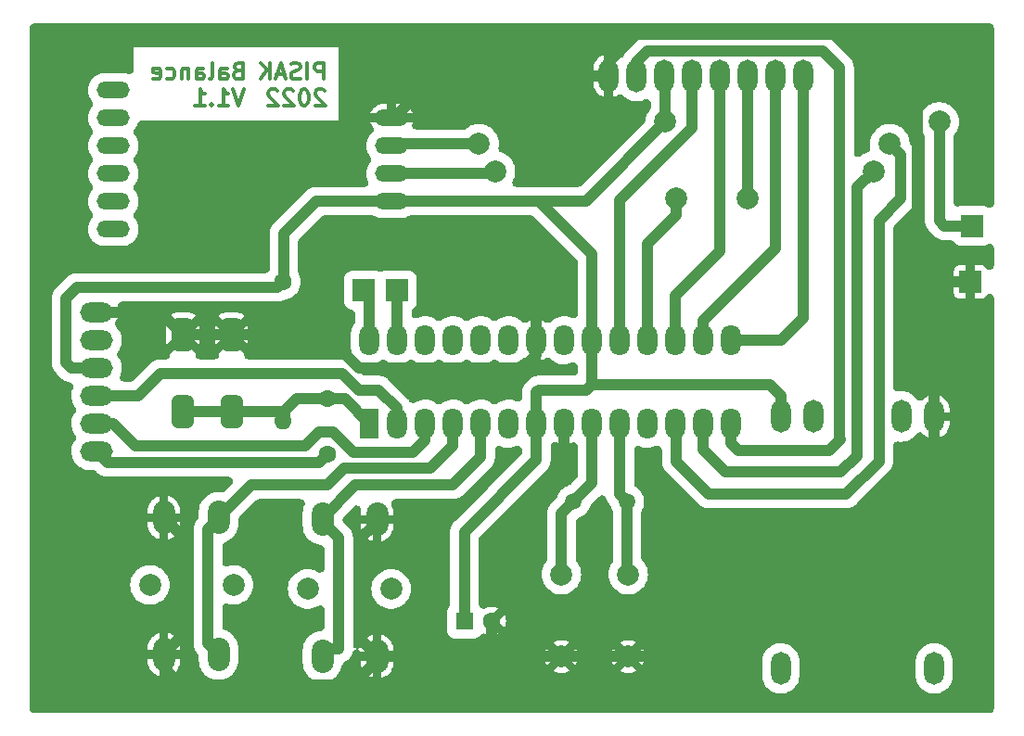
<source format=gbl>
%TF.GenerationSoftware,KiCad,Pcbnew,(7.0.0)*%
%TF.CreationDate,2023-05-07T18:54:43+02:00*%
%TF.ProjectId,balance_ruche,62616c61-6e63-4655-9f72-756368652e6b,V1.0*%
%TF.SameCoordinates,Original*%
%TF.FileFunction,Copper,L2,Bot*%
%TF.FilePolarity,Positive*%
%FSLAX46Y46*%
G04 Gerber Fmt 4.6, Leading zero omitted, Abs format (unit mm)*
G04 Created by KiCad (PCBNEW (7.0.0)) date 2023-05-07 18:54:43*
%MOMM*%
%LPD*%
G01*
G04 APERTURE LIST*
G04 Aperture macros list*
%AMRoundRect*
0 Rectangle with rounded corners*
0 $1 Rounding radius*
0 $2 $3 $4 $5 $6 $7 $8 $9 X,Y pos of 4 corners*
0 Add a 4 corners polygon primitive as box body*
4,1,4,$2,$3,$4,$5,$6,$7,$8,$9,$2,$3,0*
0 Add four circle primitives for the rounded corners*
1,1,$1+$1,$2,$3*
1,1,$1+$1,$4,$5*
1,1,$1+$1,$6,$7*
1,1,$1+$1,$8,$9*
0 Add four rect primitives between the rounded corners*
20,1,$1+$1,$2,$3,$4,$5,0*
20,1,$1+$1,$4,$5,$6,$7,0*
20,1,$1+$1,$6,$7,$8,$9,0*
20,1,$1+$1,$8,$9,$2,$3,0*%
G04 Aperture macros list end*
%ADD10C,0.300000*%
%TA.AperFunction,NonConductor*%
%ADD11C,0.300000*%
%TD*%
%TA.AperFunction,ComponentPad*%
%ADD12R,2.000000X2.000000*%
%TD*%
%TA.AperFunction,ComponentPad*%
%ADD13C,1.600000*%
%TD*%
%TA.AperFunction,ComponentPad*%
%ADD14O,1.600000X1.600000*%
%TD*%
%TA.AperFunction,ComponentPad*%
%ADD15R,1.600000X1.600000*%
%TD*%
%TA.AperFunction,ComponentPad*%
%ADD16O,3.000000X1.800000*%
%TD*%
%TA.AperFunction,ComponentPad*%
%ADD17RoundRect,0.500000X-0.500000X1.000000X-0.500000X-1.000000X0.500000X-1.000000X0.500000X1.000000X0*%
%TD*%
%TA.AperFunction,ComponentPad*%
%ADD18C,2.000000*%
%TD*%
%TA.AperFunction,ComponentPad*%
%ADD19O,3.000000X1.524000*%
%TD*%
%TA.AperFunction,ComponentPad*%
%ADD20O,1.800000X3.000000*%
%TD*%
%TA.AperFunction,ComponentPad*%
%ADD21O,2.000000X3.048000*%
%TD*%
%TA.AperFunction,ComponentPad*%
%ADD22O,1.800000X2.800000*%
%TD*%
%TA.AperFunction,ComponentPad*%
%ADD23R,1.800000X2.800000*%
%TD*%
%TA.AperFunction,ComponentPad*%
%ADD24C,1.500000*%
%TD*%
%TA.AperFunction,ViaPad*%
%ADD25C,2.000000*%
%TD*%
%TA.AperFunction,Conductor*%
%ADD26C,1.000000*%
%TD*%
G04 APERTURE END LIST*
D10*
D11*
X68857857Y-42582571D02*
X68857857Y-41082571D01*
X68857857Y-41082571D02*
X68286428Y-41082571D01*
X68286428Y-41082571D02*
X68143571Y-41154000D01*
X68143571Y-41154000D02*
X68072142Y-41225428D01*
X68072142Y-41225428D02*
X68000714Y-41368285D01*
X68000714Y-41368285D02*
X68000714Y-41582571D01*
X68000714Y-41582571D02*
X68072142Y-41725428D01*
X68072142Y-41725428D02*
X68143571Y-41796857D01*
X68143571Y-41796857D02*
X68286428Y-41868285D01*
X68286428Y-41868285D02*
X68857857Y-41868285D01*
X67357857Y-42582571D02*
X67357857Y-41082571D01*
X66714999Y-42511142D02*
X66500714Y-42582571D01*
X66500714Y-42582571D02*
X66143571Y-42582571D01*
X66143571Y-42582571D02*
X66000714Y-42511142D01*
X66000714Y-42511142D02*
X65929285Y-42439714D01*
X65929285Y-42439714D02*
X65857856Y-42296857D01*
X65857856Y-42296857D02*
X65857856Y-42154000D01*
X65857856Y-42154000D02*
X65929285Y-42011142D01*
X65929285Y-42011142D02*
X66000714Y-41939714D01*
X66000714Y-41939714D02*
X66143571Y-41868285D01*
X66143571Y-41868285D02*
X66429285Y-41796857D01*
X66429285Y-41796857D02*
X66572142Y-41725428D01*
X66572142Y-41725428D02*
X66643571Y-41654000D01*
X66643571Y-41654000D02*
X66714999Y-41511142D01*
X66714999Y-41511142D02*
X66714999Y-41368285D01*
X66714999Y-41368285D02*
X66643571Y-41225428D01*
X66643571Y-41225428D02*
X66572142Y-41154000D01*
X66572142Y-41154000D02*
X66429285Y-41082571D01*
X66429285Y-41082571D02*
X66072142Y-41082571D01*
X66072142Y-41082571D02*
X65857856Y-41154000D01*
X65286428Y-42154000D02*
X64572143Y-42154000D01*
X65429285Y-42582571D02*
X64929285Y-41082571D01*
X64929285Y-41082571D02*
X64429285Y-42582571D01*
X63929286Y-42582571D02*
X63929286Y-41082571D01*
X63072143Y-42582571D02*
X63715000Y-41725428D01*
X63072143Y-41082571D02*
X63929286Y-41939714D01*
X61029286Y-41796857D02*
X60815000Y-41868285D01*
X60815000Y-41868285D02*
X60743571Y-41939714D01*
X60743571Y-41939714D02*
X60672143Y-42082571D01*
X60672143Y-42082571D02*
X60672143Y-42296857D01*
X60672143Y-42296857D02*
X60743571Y-42439714D01*
X60743571Y-42439714D02*
X60815000Y-42511142D01*
X60815000Y-42511142D02*
X60957857Y-42582571D01*
X60957857Y-42582571D02*
X61529286Y-42582571D01*
X61529286Y-42582571D02*
X61529286Y-41082571D01*
X61529286Y-41082571D02*
X61029286Y-41082571D01*
X61029286Y-41082571D02*
X60886429Y-41154000D01*
X60886429Y-41154000D02*
X60815000Y-41225428D01*
X60815000Y-41225428D02*
X60743571Y-41368285D01*
X60743571Y-41368285D02*
X60743571Y-41511142D01*
X60743571Y-41511142D02*
X60815000Y-41654000D01*
X60815000Y-41654000D02*
X60886429Y-41725428D01*
X60886429Y-41725428D02*
X61029286Y-41796857D01*
X61029286Y-41796857D02*
X61529286Y-41796857D01*
X59386429Y-42582571D02*
X59386429Y-41796857D01*
X59386429Y-41796857D02*
X59457857Y-41654000D01*
X59457857Y-41654000D02*
X59600714Y-41582571D01*
X59600714Y-41582571D02*
X59886429Y-41582571D01*
X59886429Y-41582571D02*
X60029286Y-41654000D01*
X59386429Y-42511142D02*
X59529286Y-42582571D01*
X59529286Y-42582571D02*
X59886429Y-42582571D01*
X59886429Y-42582571D02*
X60029286Y-42511142D01*
X60029286Y-42511142D02*
X60100714Y-42368285D01*
X60100714Y-42368285D02*
X60100714Y-42225428D01*
X60100714Y-42225428D02*
X60029286Y-42082571D01*
X60029286Y-42082571D02*
X59886429Y-42011142D01*
X59886429Y-42011142D02*
X59529286Y-42011142D01*
X59529286Y-42011142D02*
X59386429Y-41939714D01*
X58457857Y-42582571D02*
X58600714Y-42511142D01*
X58600714Y-42511142D02*
X58672143Y-42368285D01*
X58672143Y-42368285D02*
X58672143Y-41082571D01*
X57243572Y-42582571D02*
X57243572Y-41796857D01*
X57243572Y-41796857D02*
X57315000Y-41654000D01*
X57315000Y-41654000D02*
X57457857Y-41582571D01*
X57457857Y-41582571D02*
X57743572Y-41582571D01*
X57743572Y-41582571D02*
X57886429Y-41654000D01*
X57243572Y-42511142D02*
X57386429Y-42582571D01*
X57386429Y-42582571D02*
X57743572Y-42582571D01*
X57743572Y-42582571D02*
X57886429Y-42511142D01*
X57886429Y-42511142D02*
X57957857Y-42368285D01*
X57957857Y-42368285D02*
X57957857Y-42225428D01*
X57957857Y-42225428D02*
X57886429Y-42082571D01*
X57886429Y-42082571D02*
X57743572Y-42011142D01*
X57743572Y-42011142D02*
X57386429Y-42011142D01*
X57386429Y-42011142D02*
X57243572Y-41939714D01*
X56529286Y-41582571D02*
X56529286Y-42582571D01*
X56529286Y-41725428D02*
X56457857Y-41654000D01*
X56457857Y-41654000D02*
X56315000Y-41582571D01*
X56315000Y-41582571D02*
X56100714Y-41582571D01*
X56100714Y-41582571D02*
X55957857Y-41654000D01*
X55957857Y-41654000D02*
X55886429Y-41796857D01*
X55886429Y-41796857D02*
X55886429Y-42582571D01*
X54529286Y-42511142D02*
X54672143Y-42582571D01*
X54672143Y-42582571D02*
X54957857Y-42582571D01*
X54957857Y-42582571D02*
X55100714Y-42511142D01*
X55100714Y-42511142D02*
X55172143Y-42439714D01*
X55172143Y-42439714D02*
X55243571Y-42296857D01*
X55243571Y-42296857D02*
X55243571Y-41868285D01*
X55243571Y-41868285D02*
X55172143Y-41725428D01*
X55172143Y-41725428D02*
X55100714Y-41654000D01*
X55100714Y-41654000D02*
X54957857Y-41582571D01*
X54957857Y-41582571D02*
X54672143Y-41582571D01*
X54672143Y-41582571D02*
X54529286Y-41654000D01*
X53315000Y-42511142D02*
X53457857Y-42582571D01*
X53457857Y-42582571D02*
X53743572Y-42582571D01*
X53743572Y-42582571D02*
X53886429Y-42511142D01*
X53886429Y-42511142D02*
X53957857Y-42368285D01*
X53957857Y-42368285D02*
X53957857Y-41796857D01*
X53957857Y-41796857D02*
X53886429Y-41654000D01*
X53886429Y-41654000D02*
X53743572Y-41582571D01*
X53743572Y-41582571D02*
X53457857Y-41582571D01*
X53457857Y-41582571D02*
X53315000Y-41654000D01*
X53315000Y-41654000D02*
X53243572Y-41796857D01*
X53243572Y-41796857D02*
X53243572Y-41939714D01*
X53243572Y-41939714D02*
X53957857Y-42082571D01*
X68929285Y-43655428D02*
X68857857Y-43584000D01*
X68857857Y-43584000D02*
X68715000Y-43512571D01*
X68715000Y-43512571D02*
X68357857Y-43512571D01*
X68357857Y-43512571D02*
X68215000Y-43584000D01*
X68215000Y-43584000D02*
X68143571Y-43655428D01*
X68143571Y-43655428D02*
X68072142Y-43798285D01*
X68072142Y-43798285D02*
X68072142Y-43941142D01*
X68072142Y-43941142D02*
X68143571Y-44155428D01*
X68143571Y-44155428D02*
X69000714Y-45012571D01*
X69000714Y-45012571D02*
X68072142Y-45012571D01*
X67143571Y-43512571D02*
X67000714Y-43512571D01*
X67000714Y-43512571D02*
X66857857Y-43584000D01*
X66857857Y-43584000D02*
X66786429Y-43655428D01*
X66786429Y-43655428D02*
X66715000Y-43798285D01*
X66715000Y-43798285D02*
X66643571Y-44084000D01*
X66643571Y-44084000D02*
X66643571Y-44441142D01*
X66643571Y-44441142D02*
X66715000Y-44726857D01*
X66715000Y-44726857D02*
X66786429Y-44869714D01*
X66786429Y-44869714D02*
X66857857Y-44941142D01*
X66857857Y-44941142D02*
X67000714Y-45012571D01*
X67000714Y-45012571D02*
X67143571Y-45012571D01*
X67143571Y-45012571D02*
X67286429Y-44941142D01*
X67286429Y-44941142D02*
X67357857Y-44869714D01*
X67357857Y-44869714D02*
X67429286Y-44726857D01*
X67429286Y-44726857D02*
X67500714Y-44441142D01*
X67500714Y-44441142D02*
X67500714Y-44084000D01*
X67500714Y-44084000D02*
X67429286Y-43798285D01*
X67429286Y-43798285D02*
X67357857Y-43655428D01*
X67357857Y-43655428D02*
X67286429Y-43584000D01*
X67286429Y-43584000D02*
X67143571Y-43512571D01*
X66072143Y-43655428D02*
X66000715Y-43584000D01*
X66000715Y-43584000D02*
X65857858Y-43512571D01*
X65857858Y-43512571D02*
X65500715Y-43512571D01*
X65500715Y-43512571D02*
X65357858Y-43584000D01*
X65357858Y-43584000D02*
X65286429Y-43655428D01*
X65286429Y-43655428D02*
X65215000Y-43798285D01*
X65215000Y-43798285D02*
X65215000Y-43941142D01*
X65215000Y-43941142D02*
X65286429Y-44155428D01*
X65286429Y-44155428D02*
X66143572Y-45012571D01*
X66143572Y-45012571D02*
X65215000Y-45012571D01*
X64643572Y-43655428D02*
X64572144Y-43584000D01*
X64572144Y-43584000D02*
X64429287Y-43512571D01*
X64429287Y-43512571D02*
X64072144Y-43512571D01*
X64072144Y-43512571D02*
X63929287Y-43584000D01*
X63929287Y-43584000D02*
X63857858Y-43655428D01*
X63857858Y-43655428D02*
X63786429Y-43798285D01*
X63786429Y-43798285D02*
X63786429Y-43941142D01*
X63786429Y-43941142D02*
X63857858Y-44155428D01*
X63857858Y-44155428D02*
X64715001Y-45012571D01*
X64715001Y-45012571D02*
X63786429Y-45012571D01*
X61557858Y-43512571D02*
X61057858Y-45012571D01*
X61057858Y-45012571D02*
X60557858Y-43512571D01*
X59272144Y-45012571D02*
X60129287Y-45012571D01*
X59700716Y-45012571D02*
X59700716Y-43512571D01*
X59700716Y-43512571D02*
X59843573Y-43726857D01*
X59843573Y-43726857D02*
X59986430Y-43869714D01*
X59986430Y-43869714D02*
X60129287Y-43941142D01*
X58629288Y-44869714D02*
X58557859Y-44941142D01*
X58557859Y-44941142D02*
X58629288Y-45012571D01*
X58629288Y-45012571D02*
X58700716Y-44941142D01*
X58700716Y-44941142D02*
X58629288Y-44869714D01*
X58629288Y-44869714D02*
X58629288Y-45012571D01*
X57129287Y-45012571D02*
X57986430Y-45012571D01*
X57557859Y-45012571D02*
X57557859Y-43512571D01*
X57557859Y-43512571D02*
X57700716Y-43726857D01*
X57700716Y-43726857D02*
X57843573Y-43869714D01*
X57843573Y-43869714D02*
X57986430Y-43941142D01*
D12*
%TO.P,TP4,1,1*%
%TO.N,GND*%
X127888999Y-61086999D03*
%TD*%
%TO.P,TP3,1,1*%
%TO.N,+3V8*%
X128036999Y-55972999D03*
%TD*%
%TO.P,TP2,1,1*%
%TO.N,Net-(U1-PC5)*%
X72536999Y-61848999D03*
%TD*%
%TO.P,TP1,1,1*%
%TO.N,Net-(U1-PC4)*%
X75564999Y-61848999D03*
%TD*%
D13*
%TO.P,C3,1*%
%TO.N,/RESET*%
X69227000Y-71795000D03*
%TO.P,C3,2*%
%TO.N,Net-(U2-DTR)*%
X69227000Y-76795000D03*
%TD*%
%TO.P,R1,1*%
%TO.N,+3V8*%
X65151000Y-61087000D03*
D14*
%TO.P,R1,2*%
%TO.N,/RESET*%
X65150999Y-73786999D03*
%TD*%
D15*
%TO.P,C4,1*%
%TO.N,+3V8*%
X81700999Y-92074999D03*
D13*
%TO.P,C4,2*%
%TO.N,GND*%
X84201000Y-92075000D03*
%TD*%
D16*
%TO.P,U2,1,DTR*%
%TO.N,Net-(U2-DTR)*%
X48132999Y-76580999D03*
%TO.P,U2,2,RX*%
%TO.N,/PD1*%
X48132999Y-74040999D03*
%TO.P,U2,3,TX*%
%TO.N,/PD0*%
X48132999Y-71500999D03*
%TO.P,U2,4,Vcc*%
%TO.N,+3V8*%
X48132999Y-68960999D03*
%TO.P,U2,5,CTS*%
%TO.N,unconnected-(U2-CTS-Pad5)*%
X48132999Y-66420999D03*
%TO.P,U2,6,GND*%
%TO.N,GND*%
X48132999Y-63880999D03*
%TD*%
D17*
%TO.P,SW1,1*%
%TO.N,GND*%
X60449500Y-65913000D03*
%TO.P,SW1,2*%
X56004500Y-65913000D03*
%TO.P,SW1,3*%
%TO.N,/RESET*%
X60449500Y-72898000D03*
%TO.P,SW1,4*%
X56004500Y-72898000D03*
%TD*%
D18*
%TO.P,C2,1*%
%TO.N,GND*%
X90551000Y-95317000D03*
%TO.P,C2,2*%
%TO.N,Net-(U1-XTAL1{slash}PB6)*%
X90551000Y-87817000D03*
%TD*%
%TO.P,C1,1*%
%TO.N,Net-(U1-XTAL2{slash}PB7)*%
X96647000Y-87817000D03*
%TO.P,C1,2*%
%TO.N,GND*%
X96647000Y-95317000D03*
%TD*%
D19*
%TO.P,U4,1,E+*%
%TO.N,unconnected-(U4-E+-Pad1)*%
X49656999Y-43560999D03*
%TO.P,U4,2,E-*%
%TO.N,unconnected-(U4-E--Pad2)*%
X49656999Y-46100999D03*
%TO.P,U4,3,A-*%
%TO.N,unconnected-(U4-A--Pad3)*%
X49656999Y-48640999D03*
%TO.P,U4,4,A+*%
%TO.N,unconnected-(U4-A+-Pad4)*%
X49656999Y-51180999D03*
%TO.P,U4,5,B-*%
%TO.N,unconnected-(U4-B--Pad5)*%
X49656999Y-53720999D03*
%TO.P,U4,6,B+*%
%TO.N,unconnected-(U4-B+-Pad6)*%
X49656999Y-56260999D03*
%TO.P,U4,7,VCC*%
%TO.N,+3V8*%
X75056999Y-53720999D03*
%TO.P,U4,8,SCK*%
%TO.N,/SCK*%
X75056999Y-51180999D03*
%TO.P,U4,9,DT*%
%TO.N,/DT*%
X75056999Y-48640999D03*
%TO.P,U4,10,GND*%
%TO.N,GND*%
X75056999Y-46100999D03*
%TD*%
D20*
%TO.P,U3,1,RST*%
%TO.N,/RST*%
X112648999Y-42290999D03*
%TO.P,U3,2,CE*%
%TO.N,/CE*%
X110108999Y-42290999D03*
%TO.P,U3,3,D0*%
%TO.N,/D0*%
X107568999Y-42290999D03*
%TO.P,U3,4,DIN*%
%TO.N,/DIN*%
X105028999Y-42290999D03*
%TO.P,U3,5,CLK*%
%TO.N,/CLK*%
X102488999Y-42290999D03*
%TO.P,U3,6,VCC*%
%TO.N,+3V8*%
X99948999Y-42290999D03*
%TO.P,U3,7,DL*%
%TO.N,/DL*%
X97408999Y-42290999D03*
%TO.P,U3,8,GND*%
%TO.N,GND*%
X94868999Y-42290999D03*
%TD*%
D18*
%TO.P,SW2,*%
%TO.N,*%
X52999000Y-88773000D03*
X60619000Y-88773000D03*
D21*
%TO.P,SW2,1*%
%TO.N,GND*%
X54268999Y-95122999D03*
%TO.P,SW2,2*%
X54268999Y-82622999D03*
%TO.P,SW2,3*%
%TO.N,/INT1*%
X59268999Y-95122999D03*
%TO.P,SW2,4*%
X59268999Y-82622999D03*
%TD*%
D18*
%TO.P,SW3,*%
%TO.N,*%
X75017000Y-89137000D03*
X67397000Y-89137000D03*
D21*
%TO.P,SW3,1*%
%TO.N,GND*%
X73746999Y-82786999D03*
%TO.P,SW3,2*%
X73746999Y-95286999D03*
%TO.P,SW3,3*%
%TO.N,/INT2*%
X68746999Y-82786999D03*
%TO.P,SW3,4*%
X68746999Y-95286999D03*
%TD*%
D22*
%TO.P,U1,28,PC5*%
%TO.N,Net-(U1-PC5)*%
X73024999Y-66420999D03*
%TO.P,U1,27,PC4*%
%TO.N,Net-(U1-PC4)*%
X75564999Y-66420999D03*
%TO.P,U1,26,PC3*%
%TO.N,unconnected-(U1-PC3-Pad26)*%
X78104999Y-66420999D03*
%TO.P,U1,25,PC2*%
%TO.N,unconnected-(U1-PC2-Pad25)*%
X80644999Y-66420999D03*
%TO.P,U1,24,PC1*%
%TO.N,unconnected-(U1-PC1-Pad24)*%
X83184999Y-66420999D03*
%TO.P,U1,23,PC0*%
%TO.N,unconnected-(U1-PC0-Pad23)*%
X85724999Y-66420999D03*
%TO.P,U1,22,GND*%
%TO.N,GND*%
X88264999Y-66420999D03*
%TO.P,U1,21,AREF*%
%TO.N,unconnected-(U1-AREF-Pad21)*%
X90804999Y-66420999D03*
%TO.P,U1,20,AVCC*%
%TO.N,+3V8*%
X93344999Y-66420999D03*
%TO.P,U1,19,PB5*%
%TO.N,/CLK*%
X95884999Y-66420999D03*
%TO.P,U1,18,PB4*%
%TO.N,/D0*%
X98424999Y-66420999D03*
%TO.P,U1,17,PB3*%
%TO.N,/DIN*%
X100964999Y-66420999D03*
%TO.P,U1,16,PB2*%
%TO.N,/CE*%
X103504999Y-66420999D03*
%TO.P,U1,15,PB1*%
%TO.N,/RST*%
X106044999Y-66420999D03*
%TO.P,U1,14,PB0*%
%TO.N,/DL*%
X106044999Y-74040999D03*
%TO.P,U1,13,PD7*%
%TO.N,/SCK*%
X103504999Y-74040999D03*
%TO.P,U1,12,PD6*%
%TO.N,/DT*%
X100964999Y-74040999D03*
%TO.P,U1,11,PD5*%
%TO.N,unconnected-(U1-PD5-Pad11)*%
X98424999Y-74040999D03*
%TO.P,U1,10,XTAL2/PB7*%
%TO.N,Net-(U1-XTAL2{slash}PB7)*%
X95884999Y-74040999D03*
%TO.P,U1,9,XTAL1/PB6*%
%TO.N,Net-(U1-XTAL1{slash}PB6)*%
X93344999Y-74040999D03*
%TO.P,U1,8,GND*%
%TO.N,GND*%
X90804999Y-74040999D03*
%TO.P,U1,7,VCC*%
%TO.N,+3V8*%
X88264999Y-74040999D03*
%TO.P,U1,6,PD4*%
%TO.N,unconnected-(U1-PD4-Pad6)*%
X85724999Y-74040999D03*
%TO.P,U1,5,PD3*%
%TO.N,/INT2*%
X83184999Y-74040999D03*
%TO.P,U1,4,PD2*%
%TO.N,/INT1*%
X80644999Y-74040999D03*
%TO.P,U1,3,PD1*%
%TO.N,/PD1*%
X78104999Y-74040999D03*
%TO.P,U1,2,PD0*%
%TO.N,/PD0*%
X75564999Y-74040999D03*
D23*
%TO.P,U1,1,~{RESET}/PC6*%
%TO.N,/RESET*%
X73024999Y-74040999D03*
%TD*%
D20*
%TO.P,U5,1,OUT-*%
%TO.N,GND*%
X124586999Y-73392999D03*
%TO.P,U5,2,B-*%
%TO.N,unconnected-(U5-B--Pad2)*%
X121586999Y-73392999D03*
%TO.P,U5,3,B+*%
%TO.N,unconnected-(U5-B+-Pad3)*%
X113586999Y-73392999D03*
%TO.P,U5,4,OUT+*%
%TO.N,+3V8*%
X110586999Y-73392999D03*
%TO.P,U5,5,+*%
%TO.N,unconnected-(U5-+-Pad5)*%
X110586999Y-96392999D03*
%TO.P,U5,6,-*%
%TO.N,unconnected-(U5---Pad6)*%
X124586999Y-96392999D03*
%TD*%
D24*
%TO.P,Y1,1,1*%
%TO.N,Net-(U1-XTAL2{slash}PB7)*%
X96557000Y-81153000D03*
%TO.P,Y1,2,2*%
%TO.N,Net-(U1-XTAL1{slash}PB6)*%
X91677000Y-81153000D03*
%TD*%
D25*
%TO.N,GND*%
X124587000Y-58973000D03*
X88537000Y-58973000D03*
%TO.N,/D0*%
X107569000Y-53473000D03*
X101037000Y-53473000D03*
%TO.N,/DT*%
X83037000Y-48473000D03*
X120537000Y-48473000D03*
%TO.N,/SCK*%
X84537000Y-50973000D03*
X119037000Y-50973000D03*
%TO.N,+3V8*%
X125037000Y-46473000D03*
X100037000Y-46473000D03*
%TD*%
D26*
%TO.N,+3V8*%
X125037000Y-55473000D02*
X125037000Y-46473000D01*
X125537000Y-55973000D02*
X125037000Y-55473000D01*
X128037000Y-55973000D02*
X125537000Y-55973000D01*
X92789000Y-53721000D02*
X87287000Y-53721000D01*
X100037000Y-46473000D02*
X92789000Y-53721000D01*
%TO.N,Net-(U1-PC5)*%
X73025000Y-62337000D02*
X72537000Y-61849000D01*
X73025000Y-66421000D02*
X73025000Y-62337000D01*
%TO.N,/DT*%
X100969000Y-74041000D02*
X100965000Y-74041000D01*
X101037000Y-73973000D02*
X100969000Y-74041000D01*
X101037000Y-77473000D02*
X101037000Y-73973000D01*
X119537000Y-77473000D02*
X116537000Y-80473000D01*
X119537000Y-55473000D02*
X119537000Y-77473000D01*
X116537000Y-80473000D02*
X104037000Y-80473000D01*
X104037000Y-80473000D02*
X101037000Y-77473000D01*
X121537000Y-53473000D02*
X119537000Y-55473000D01*
X120537000Y-48473000D02*
X121537000Y-49473000D01*
X121537000Y-49473000D02*
X121537000Y-53473000D01*
%TO.N,/SCK*%
X117537000Y-52473000D02*
X119037000Y-50973000D01*
X116037000Y-78473000D02*
X117537000Y-76973000D01*
X103505000Y-76441000D02*
X105537000Y-78473000D01*
X105537000Y-78473000D02*
X116037000Y-78473000D01*
X117537000Y-76973000D02*
X117537000Y-52473000D01*
X103505000Y-74041000D02*
X103505000Y-76441000D01*
%TO.N,/DL*%
X97409000Y-40991000D02*
X97409000Y-42291000D01*
X98427000Y-39973000D02*
X97409000Y-40991000D01*
X114395000Y-39973000D02*
X98427000Y-39973000D01*
X115951000Y-41529000D02*
X114395000Y-39973000D01*
X115951000Y-75387000D02*
X115951000Y-41529000D01*
X115037000Y-76473000D02*
X116037000Y-75473000D01*
X106699000Y-76473000D02*
X115037000Y-76473000D01*
X116037000Y-75473000D02*
X115951000Y-75387000D01*
X106045000Y-75819000D02*
X106699000Y-76473000D01*
X106045000Y-74041000D02*
X106045000Y-75819000D01*
%TO.N,GND*%
X121793000Y-91059000D02*
X124587000Y-88265000D01*
X110617000Y-91059000D02*
X121793000Y-91059000D01*
X106359000Y-95317000D02*
X110617000Y-91059000D01*
X96647000Y-95317000D02*
X106359000Y-95317000D01*
X124587000Y-88265000D02*
X124587000Y-74549000D01*
X124587000Y-62357000D02*
X124587000Y-58973000D01*
X124587000Y-58973000D02*
X124587000Y-58023000D01*
X88265000Y-59245000D02*
X88537000Y-58973000D01*
X88265000Y-66421000D02*
X88265000Y-59245000D01*
X94869000Y-40991000D02*
X94869000Y-42291000D01*
X122037000Y-38473000D02*
X97387000Y-38473000D01*
X123037000Y-39473000D02*
X122037000Y-38473000D01*
X123037000Y-56473000D02*
X123037000Y-39473000D01*
X97387000Y-38473000D02*
X94869000Y-40991000D01*
X124587000Y-58023000D02*
X123037000Y-56473000D01*
%TO.N,/PD0*%
X51943000Y-71501000D02*
X48133000Y-71501000D01*
X72037000Y-70973000D02*
X70537000Y-69473000D01*
X73897000Y-70973000D02*
X72037000Y-70973000D01*
X70537000Y-69473000D02*
X53971000Y-69473000D01*
X75565000Y-72641000D02*
X73897000Y-70973000D01*
X75565000Y-74041000D02*
X75565000Y-72641000D01*
X53971000Y-69473000D02*
X51943000Y-71501000D01*
%TO.N,+3V8*%
X92845000Y-70973000D02*
X93345000Y-70473000D01*
X88493000Y-70973000D02*
X92845000Y-70973000D01*
X88265000Y-74041000D02*
X88265000Y-71201000D01*
X88265000Y-71201000D02*
X88493000Y-70973000D01*
X93345000Y-70473000D02*
X93345000Y-66421000D01*
X110587000Y-71471000D02*
X109589000Y-70473000D01*
X109589000Y-70473000D02*
X93345000Y-70473000D01*
X110587000Y-73393000D02*
X110587000Y-71471000D01*
%TO.N,GND*%
X87037000Y-68973000D02*
X88265000Y-67745000D01*
X68977000Y-65913000D02*
X72037000Y-68973000D01*
X72037000Y-68973000D02*
X87037000Y-68973000D01*
X88265000Y-67745000D02*
X88265000Y-66421000D01*
X60449500Y-65913000D02*
X68977000Y-65913000D01*
%TO.N,/D0*%
X107569000Y-53473000D02*
X107569000Y-42291000D01*
X98425000Y-57585000D02*
X98425000Y-66421000D01*
X101037000Y-54973000D02*
X98425000Y-57585000D01*
X101037000Y-53473000D02*
X101037000Y-54973000D01*
%TO.N,/CLK*%
X102489000Y-47021000D02*
X95885000Y-53625000D01*
X102489000Y-42291000D02*
X102489000Y-47021000D01*
X95885000Y-53625000D02*
X95885000Y-66421000D01*
%TO.N,/DT*%
X75225000Y-48473000D02*
X75057000Y-48641000D01*
X83037000Y-48473000D02*
X75225000Y-48473000D01*
%TO.N,/SCK*%
X75057000Y-51181000D02*
X84329000Y-51181000D01*
X84329000Y-51181000D02*
X84537000Y-50973000D01*
%TO.N,+3V8*%
X75057000Y-53721000D02*
X88519000Y-53721000D01*
X100037000Y-42379000D02*
X99949000Y-42291000D01*
X100037000Y-46473000D02*
X100037000Y-42379000D01*
%TO.N,/DIN*%
X100965000Y-62357000D02*
X100965000Y-66421000D01*
X105029000Y-58293000D02*
X100965000Y-62357000D01*
X105029000Y-42291000D02*
X105029000Y-58293000D01*
%TO.N,/CE*%
X103505000Y-64643000D02*
X110109000Y-58039000D01*
X110109000Y-58039000D02*
X110109000Y-42291000D01*
X103505000Y-66421000D02*
X103505000Y-64643000D01*
%TO.N,/RST*%
X110617000Y-66421000D02*
X106045000Y-66421000D01*
X112649000Y-64389000D02*
X110617000Y-66421000D01*
X112649000Y-42291000D02*
X112649000Y-64389000D01*
%TO.N,Net-(U2-DTR)*%
X49149000Y-77597000D02*
X48133000Y-76581000D01*
X68425000Y-77597000D02*
X49149000Y-77597000D01*
X69227000Y-76795000D02*
X68425000Y-77597000D01*
%TO.N,/PD1*%
X49657000Y-74041000D02*
X48133000Y-74041000D01*
X68453000Y-74803000D02*
X67183000Y-76073000D01*
X67183000Y-76073000D02*
X51689000Y-76073000D01*
X69723000Y-74803000D02*
X68453000Y-74803000D01*
X51689000Y-76073000D02*
X49657000Y-74041000D01*
X71571000Y-76651000D02*
X69723000Y-74803000D01*
X78105000Y-75565000D02*
X77019000Y-76651000D01*
X77019000Y-76651000D02*
X71571000Y-76651000D01*
X78105000Y-74041000D02*
X78105000Y-75565000D01*
%TO.N,/RESET*%
X65278000Y-73660000D02*
X65151000Y-73787000D01*
X66381000Y-71795000D02*
X69227000Y-71795000D01*
X65151000Y-73025000D02*
X66381000Y-71795000D01*
X65151000Y-73787000D02*
X65151000Y-73025000D01*
%TO.N,+3V8*%
X68199000Y-53721000D02*
X75057000Y-53721000D01*
X65227000Y-56693000D02*
X68199000Y-53721000D01*
X65151000Y-61087000D02*
X65227000Y-61011000D01*
X45339000Y-62611000D02*
X46355000Y-61595000D01*
X46355000Y-61595000D02*
X64643000Y-61595000D01*
X45339000Y-68453000D02*
X45339000Y-62611000D01*
X45847000Y-68961000D02*
X45339000Y-68453000D01*
X48133000Y-68961000D02*
X45847000Y-68961000D01*
%TO.N,/RESET*%
X65278000Y-72898000D02*
X65278000Y-73660000D01*
%TO.N,+3V8*%
X64643000Y-61595000D02*
X65151000Y-61087000D01*
X65227000Y-61011000D02*
X65227000Y-56693000D01*
%TO.N,/RESET*%
X60449500Y-72898000D02*
X65278000Y-72898000D01*
%TO.N,/INT1*%
X62263000Y-79629000D02*
X59269000Y-82623000D01*
X69215000Y-79629000D02*
X62263000Y-79629000D01*
X78613000Y-78105000D02*
X70739000Y-78105000D01*
X80645000Y-76073000D02*
X78613000Y-78105000D01*
X80645000Y-74041000D02*
X80645000Y-76073000D01*
X70739000Y-78105000D02*
X69215000Y-79629000D01*
%TO.N,GND*%
X124587000Y-73393000D02*
X124587000Y-74549000D01*
X125857000Y-61087000D02*
X127889000Y-61087000D01*
X124587000Y-62357000D02*
X125857000Y-61087000D01*
X124587000Y-73393000D02*
X124587000Y-62357000D01*
%TO.N,+3V8*%
X93345000Y-58547000D02*
X93345000Y-66421000D01*
X88519000Y-53721000D02*
X93345000Y-58547000D01*
%TO.N,/RESET*%
X69227000Y-71795000D02*
X70779000Y-71795000D01*
X70779000Y-71795000D02*
X73025000Y-74041000D01*
X56004500Y-72898000D02*
X60449500Y-72898000D01*
%TO.N,GND*%
X56004500Y-65913000D02*
X60449500Y-65913000D01*
X53972500Y-63881000D02*
X56004500Y-65913000D01*
X48133000Y-63881000D02*
X53972500Y-63881000D01*
X90805000Y-78105000D02*
X90805000Y-74041000D01*
X87249000Y-81661000D02*
X90805000Y-78105000D01*
X87249000Y-95317000D02*
X87249000Y-81661000D01*
X87249000Y-95317000D02*
X90551000Y-95317000D01*
X85157000Y-95317000D02*
X87249000Y-95317000D01*
%TO.N,+3V8*%
X88265000Y-77343000D02*
X88265000Y-74041000D01*
X81701000Y-83907000D02*
X88265000Y-77343000D01*
X81701000Y-92075000D02*
X81701000Y-83907000D01*
%TO.N,GND*%
X85127000Y-95287000D02*
X85157000Y-95317000D01*
X73747000Y-95287000D02*
X85127000Y-95287000D01*
X84201000Y-92075000D02*
X84201000Y-95123000D01*
X79121000Y-42291000D02*
X94869000Y-42291000D01*
X75311000Y-46101000D02*
X79121000Y-42291000D01*
X75057000Y-46101000D02*
X75311000Y-46101000D01*
%TO.N,Net-(U1-PC4)*%
X75565000Y-66421000D02*
X75565000Y-61849000D01*
%TO.N,/INT1*%
X58293000Y-83693000D02*
X58293000Y-94147000D01*
X59269000Y-82717000D02*
X58293000Y-83693000D01*
X59269000Y-82623000D02*
X59269000Y-82717000D01*
X58293000Y-94147000D02*
X59269000Y-95123000D01*
%TO.N,GND*%
X56007000Y-84361000D02*
X54269000Y-82623000D01*
X56007000Y-93345000D02*
X56007000Y-84361000D01*
X54699000Y-94693000D02*
X54699000Y-94653000D01*
X54699000Y-94653000D02*
X56007000Y-93345000D01*
X54269000Y-95123000D02*
X54699000Y-94693000D01*
X54269000Y-96433000D02*
X54269000Y-95123000D01*
X71501000Y-97917000D02*
X55753000Y-97917000D01*
X55753000Y-97917000D02*
X54269000Y-96433000D01*
X73747000Y-95671000D02*
X71501000Y-97917000D01*
X73747000Y-95287000D02*
X73747000Y-95671000D01*
%TO.N,/INT2*%
X80645000Y-79629000D02*
X83185000Y-77089000D01*
X83185000Y-77089000D02*
X83185000Y-74041000D01*
X71755000Y-79629000D02*
X80645000Y-79629000D01*
X68747000Y-82787000D02*
X68747000Y-82637000D01*
X68747000Y-82637000D02*
X71755000Y-79629000D01*
X70231000Y-94615000D02*
X69419000Y-94615000D01*
X68747000Y-82971000D02*
X70231000Y-84455000D01*
X69419000Y-94615000D02*
X68747000Y-95287000D01*
X68747000Y-82787000D02*
X68747000Y-82971000D01*
X70231000Y-84455000D02*
X70231000Y-94615000D01*
%TO.N,GND*%
X72263000Y-84455000D02*
X72263000Y-93803000D01*
X72263000Y-93803000D02*
X73747000Y-95287000D01*
X73317000Y-83401000D02*
X72263000Y-84455000D01*
X73317000Y-83217000D02*
X73317000Y-83401000D01*
X73747000Y-82787000D02*
X73317000Y-83217000D01*
%TO.N,Net-(U1-XTAL1{slash}PB6)*%
X91677000Y-81153000D02*
X93345000Y-79485000D01*
X93345000Y-79485000D02*
X93345000Y-74041000D01*
X90551000Y-87817000D02*
X90551000Y-82279000D01*
X90551000Y-82279000D02*
X91677000Y-81153000D01*
%TO.N,GND*%
X96647000Y-95317000D02*
X90551000Y-95317000D01*
%TO.N,Net-(U1-XTAL2{slash}PB7)*%
X96557000Y-87727000D02*
X96647000Y-87817000D01*
X96557000Y-81153000D02*
X96557000Y-87727000D01*
X95885000Y-80481000D02*
X96557000Y-81153000D01*
X95885000Y-74041000D02*
X95885000Y-80481000D01*
%TD*%
%TA.AperFunction,Conductor*%
%TO.N,GND*%
G36*
X73431819Y-55033094D02*
G01*
X73521756Y-55067202D01*
X73560711Y-55087647D01*
X73704560Y-55163144D01*
X73943853Y-55243032D01*
X74192862Y-55283500D01*
X75849935Y-55283500D01*
X75857964Y-55283500D01*
X76046458Y-55268283D01*
X76291403Y-55207910D01*
X76523492Y-55109026D01*
X76564221Y-55083270D01*
X76666465Y-55037254D01*
X76777475Y-55021500D01*
X87230216Y-55021500D01*
X87815043Y-55021500D01*
X87918312Y-55035096D01*
X88014543Y-55074956D01*
X88097179Y-55138364D01*
X91927636Y-58968821D01*
X91991044Y-59051457D01*
X92030904Y-59147688D01*
X92044500Y-59250957D01*
X92044500Y-63996978D01*
X92028449Y-64109008D01*
X91981589Y-64212025D01*
X91907688Y-64297741D01*
X91812694Y-64359259D01*
X91704247Y-64391629D01*
X91591075Y-64392249D01*
X91482285Y-64361068D01*
X91381489Y-64315882D01*
X91254555Y-64281000D01*
X91144466Y-64250747D01*
X91144463Y-64250746D01*
X91129713Y-64246693D01*
X91114516Y-64244938D01*
X91114513Y-64244938D01*
X90885520Y-64218502D01*
X90885517Y-64218501D01*
X90870325Y-64216748D01*
X90855051Y-64217333D01*
X90855041Y-64217333D01*
X90624691Y-64226163D01*
X90624688Y-64226163D01*
X90609407Y-64226749D01*
X90594400Y-64229659D01*
X90594395Y-64229660D01*
X90368078Y-64273551D01*
X90368066Y-64273554D01*
X90353073Y-64276462D01*
X90338694Y-64281626D01*
X90338684Y-64281629D01*
X90121726Y-64359551D01*
X90121722Y-64359552D01*
X90107332Y-64364721D01*
X90093897Y-64372026D01*
X90093894Y-64372028D01*
X89891383Y-64482150D01*
X89891377Y-64482153D01*
X89877943Y-64489459D01*
X89865780Y-64498730D01*
X89865776Y-64498733D01*
X89682455Y-64638472D01*
X89682451Y-64638475D01*
X89670284Y-64647750D01*
X89659676Y-64658771D01*
X89659673Y-64658775D01*
X89592090Y-64728998D01*
X89501568Y-64799312D01*
X89394791Y-64840991D01*
X89280571Y-64850593D01*
X89168334Y-64827326D01*
X89067343Y-64773111D01*
X89015305Y-64734624D01*
X88986551Y-64716919D01*
X88804021Y-64624889D01*
X88772677Y-64612294D01*
X88694753Y-64588430D01*
X88669029Y-64584765D01*
X88665000Y-64610439D01*
X88665000Y-68237237D01*
X88668750Y-68262293D01*
X88681247Y-68261496D01*
X88692162Y-68258153D01*
X88881830Y-68181938D01*
X88911998Y-68166727D01*
X89094407Y-68054414D01*
X89193103Y-68010781D01*
X89299882Y-67995191D01*
X89406934Y-68008785D01*
X89506427Y-68050569D01*
X89575088Y-68104840D01*
X89576148Y-68103652D01*
X89755322Y-68263332D01*
X89771080Y-68277375D01*
X89990247Y-68419306D01*
X90228511Y-68526118D01*
X90480287Y-68595307D01*
X90739675Y-68625252D01*
X91000593Y-68615251D01*
X91256927Y-68565538D01*
X91502668Y-68477279D01*
X91503323Y-68479103D01*
X91591083Y-68453952D01*
X91704254Y-68454574D01*
X91812698Y-68486945D01*
X91907691Y-68548464D01*
X91981590Y-68634179D01*
X92028450Y-68737195D01*
X92044500Y-68849224D01*
X92044500Y-69273500D01*
X92030904Y-69376769D01*
X91991044Y-69473000D01*
X91927636Y-69555636D01*
X91845000Y-69619044D01*
X91748769Y-69658904D01*
X91645500Y-69672500D01*
X88606791Y-69672500D01*
X88606783Y-69672499D01*
X88606779Y-69672499D01*
X88379221Y-69672499D01*
X88362070Y-69675522D01*
X88362058Y-69675524D01*
X88340231Y-69679373D01*
X88305735Y-69683915D01*
X88283661Y-69685846D01*
X88283654Y-69685847D01*
X88266308Y-69687365D01*
X88249488Y-69691871D01*
X88249480Y-69691873D01*
X88228062Y-69697612D01*
X88194100Y-69705141D01*
X88184734Y-69706792D01*
X88172268Y-69708991D01*
X88172265Y-69708991D01*
X88155121Y-69712015D01*
X88138768Y-69717966D01*
X88138752Y-69717971D01*
X88117934Y-69725549D01*
X88084750Y-69736012D01*
X88063329Y-69741752D01*
X88063322Y-69741754D01*
X88046504Y-69746261D01*
X88030725Y-69753618D01*
X88030713Y-69753623D01*
X88010619Y-69762993D01*
X87978479Y-69776306D01*
X87957656Y-69783885D01*
X87957652Y-69783886D01*
X87941285Y-69789844D01*
X87926199Y-69798553D01*
X87926194Y-69798556D01*
X87906997Y-69809639D01*
X87876136Y-69825704D01*
X87856059Y-69835066D01*
X87856046Y-69835073D01*
X87840266Y-69842432D01*
X87826004Y-69852417D01*
X87825985Y-69852429D01*
X87807837Y-69865136D01*
X87778507Y-69883822D01*
X87759301Y-69894911D01*
X87759289Y-69894918D01*
X87744214Y-69903623D01*
X87730873Y-69914816D01*
X87730869Y-69914820D01*
X87713887Y-69929069D01*
X87686286Y-69950248D01*
X87668126Y-69962964D01*
X87668122Y-69962966D01*
X87653861Y-69972953D01*
X87641556Y-69985257D01*
X87641550Y-69985263D01*
X87277263Y-70349550D01*
X87277257Y-70349556D01*
X87264953Y-70361861D01*
X87254966Y-70376122D01*
X87254964Y-70376126D01*
X87242248Y-70394286D01*
X87221069Y-70421887D01*
X87206820Y-70438869D01*
X87206816Y-70438873D01*
X87195623Y-70452214D01*
X87186918Y-70467289D01*
X87186911Y-70467301D01*
X87175822Y-70486507D01*
X87157136Y-70515837D01*
X87144429Y-70533985D01*
X87144417Y-70534004D01*
X87134432Y-70548266D01*
X87127073Y-70564046D01*
X87127066Y-70564059D01*
X87117704Y-70584136D01*
X87101639Y-70614997D01*
X87090558Y-70634189D01*
X87090551Y-70634202D01*
X87081844Y-70649285D01*
X87075885Y-70665654D01*
X87075883Y-70665661D01*
X87068307Y-70686477D01*
X87054989Y-70718629D01*
X87045623Y-70738713D01*
X87045617Y-70738727D01*
X87038261Y-70754504D01*
X87033756Y-70771316D01*
X87033750Y-70771333D01*
X87028017Y-70792732D01*
X87017553Y-70825921D01*
X87009971Y-70846751D01*
X87009966Y-70846768D01*
X87004015Y-70863120D01*
X87000992Y-70880261D01*
X87000990Y-70880270D01*
X86997139Y-70902109D01*
X86989609Y-70936075D01*
X86979365Y-70974308D01*
X86977847Y-70991652D01*
X86977846Y-70991660D01*
X86975915Y-71013735D01*
X86971373Y-71048231D01*
X86967524Y-71070058D01*
X86967522Y-71070070D01*
X86964499Y-71087221D01*
X86964499Y-71314779D01*
X86964499Y-71314783D01*
X86964500Y-71314791D01*
X86964500Y-71616978D01*
X86948449Y-71729008D01*
X86901589Y-71832025D01*
X86827688Y-71917741D01*
X86732694Y-71979259D01*
X86624247Y-72011629D01*
X86511075Y-72012249D01*
X86402285Y-71981068D01*
X86301489Y-71935882D01*
X86259525Y-71924350D01*
X86064466Y-71870747D01*
X86064463Y-71870746D01*
X86049713Y-71866693D01*
X86034516Y-71864938D01*
X86034513Y-71864938D01*
X85805520Y-71838502D01*
X85805517Y-71838501D01*
X85790325Y-71836748D01*
X85775051Y-71837333D01*
X85775041Y-71837333D01*
X85544691Y-71846163D01*
X85544688Y-71846163D01*
X85529407Y-71846749D01*
X85514400Y-71849659D01*
X85514395Y-71849660D01*
X85288078Y-71893551D01*
X85288066Y-71893554D01*
X85273073Y-71896462D01*
X85258694Y-71901626D01*
X85258684Y-71901629D01*
X85041726Y-71979551D01*
X85041722Y-71979552D01*
X85027332Y-71984721D01*
X85013897Y-71992026D01*
X85013894Y-71992028D01*
X84811383Y-72102150D01*
X84811377Y-72102153D01*
X84797943Y-72109459D01*
X84785790Y-72118722D01*
X84785785Y-72118726D01*
X84754197Y-72142805D01*
X84718584Y-72169952D01*
X84700043Y-72184085D01*
X84610143Y-72235682D01*
X84509985Y-72262381D01*
X84406331Y-72262380D01*
X84306174Y-72235680D01*
X84221990Y-72187361D01*
X84218920Y-72184625D01*
X84206082Y-72176311D01*
X84012595Y-72051010D01*
X84012591Y-72051007D01*
X83999753Y-72042694D01*
X83985795Y-72036436D01*
X83985790Y-72036434D01*
X83775440Y-71942136D01*
X83775438Y-71942135D01*
X83761489Y-71935882D01*
X83719525Y-71924350D01*
X83524466Y-71870747D01*
X83524463Y-71870746D01*
X83509713Y-71866693D01*
X83494516Y-71864938D01*
X83494513Y-71864938D01*
X83265520Y-71838502D01*
X83265517Y-71838501D01*
X83250325Y-71836748D01*
X83235051Y-71837333D01*
X83235041Y-71837333D01*
X83004691Y-71846163D01*
X83004688Y-71846163D01*
X82989407Y-71846749D01*
X82974400Y-71849659D01*
X82974395Y-71849660D01*
X82748078Y-71893551D01*
X82748066Y-71893554D01*
X82733073Y-71896462D01*
X82718694Y-71901626D01*
X82718684Y-71901629D01*
X82501726Y-71979551D01*
X82501722Y-71979552D01*
X82487332Y-71984721D01*
X82473897Y-71992026D01*
X82473894Y-71992028D01*
X82271383Y-72102150D01*
X82271377Y-72102153D01*
X82257943Y-72109459D01*
X82245790Y-72118722D01*
X82245785Y-72118726D01*
X82214197Y-72142805D01*
X82178584Y-72169952D01*
X82160043Y-72184085D01*
X82070143Y-72235682D01*
X81969985Y-72262381D01*
X81866331Y-72262380D01*
X81766174Y-72235680D01*
X81681990Y-72187361D01*
X81678920Y-72184625D01*
X81666082Y-72176311D01*
X81472595Y-72051010D01*
X81472591Y-72051007D01*
X81459753Y-72042694D01*
X81445795Y-72036436D01*
X81445790Y-72036434D01*
X81235440Y-71942136D01*
X81235438Y-71942135D01*
X81221489Y-71935882D01*
X81179525Y-71924350D01*
X80984466Y-71870747D01*
X80984463Y-71870746D01*
X80969713Y-71866693D01*
X80954516Y-71864938D01*
X80954513Y-71864938D01*
X80725520Y-71838502D01*
X80725517Y-71838501D01*
X80710325Y-71836748D01*
X80695051Y-71837333D01*
X80695041Y-71837333D01*
X80464691Y-71846163D01*
X80464688Y-71846163D01*
X80449407Y-71846749D01*
X80434400Y-71849659D01*
X80434395Y-71849660D01*
X80208078Y-71893551D01*
X80208066Y-71893554D01*
X80193073Y-71896462D01*
X80178694Y-71901626D01*
X80178684Y-71901629D01*
X79961726Y-71979551D01*
X79961722Y-71979552D01*
X79947332Y-71984721D01*
X79933897Y-71992026D01*
X79933894Y-71992028D01*
X79731383Y-72102150D01*
X79731377Y-72102153D01*
X79717943Y-72109459D01*
X79705790Y-72118722D01*
X79705785Y-72118726D01*
X79674197Y-72142805D01*
X79638584Y-72169952D01*
X79620043Y-72184085D01*
X79530143Y-72235682D01*
X79429985Y-72262381D01*
X79326331Y-72262380D01*
X79226174Y-72235680D01*
X79141990Y-72187361D01*
X79138920Y-72184625D01*
X79126082Y-72176311D01*
X78932595Y-72051010D01*
X78932591Y-72051007D01*
X78919753Y-72042694D01*
X78905795Y-72036436D01*
X78905790Y-72036434D01*
X78695440Y-71942136D01*
X78695438Y-71942135D01*
X78681489Y-71935882D01*
X78639525Y-71924350D01*
X78444466Y-71870747D01*
X78444463Y-71870746D01*
X78429713Y-71866693D01*
X78414516Y-71864938D01*
X78414513Y-71864938D01*
X78185520Y-71838502D01*
X78185517Y-71838501D01*
X78170325Y-71836748D01*
X78155051Y-71837333D01*
X78155041Y-71837333D01*
X77924691Y-71846163D01*
X77924688Y-71846163D01*
X77909407Y-71846749D01*
X77894400Y-71849659D01*
X77894395Y-71849660D01*
X77668078Y-71893551D01*
X77668066Y-71893554D01*
X77653073Y-71896462D01*
X77638694Y-71901626D01*
X77638684Y-71901629D01*
X77421726Y-71979551D01*
X77421722Y-71979552D01*
X77407332Y-71984721D01*
X77393902Y-71992023D01*
X77393893Y-71992028D01*
X77203105Y-72095776D01*
X77094287Y-72135777D01*
X76978563Y-72142805D01*
X76865704Y-72116267D01*
X76765239Y-72058404D01*
X76685651Y-71974103D01*
X76672870Y-71955850D01*
X76654171Y-71926497D01*
X76643091Y-71907307D01*
X76643089Y-71907305D01*
X76634377Y-71892214D01*
X76608930Y-71861888D01*
X76587748Y-71834282D01*
X76575035Y-71816126D01*
X76565047Y-71801861D01*
X76404139Y-71640953D01*
X76404135Y-71640950D01*
X74897049Y-70133864D01*
X74897047Y-70133861D01*
X74736139Y-69972953D01*
X74721871Y-69962962D01*
X74721862Y-69962955D01*
X74703715Y-69950249D01*
X74676104Y-69929062D01*
X74659132Y-69914821D01*
X74659126Y-69914817D01*
X74645786Y-69903623D01*
X74630703Y-69894915D01*
X74630699Y-69894912D01*
X74611498Y-69883826D01*
X74582152Y-69865131D01*
X74564008Y-69852427D01*
X74549734Y-69842432D01*
X74513868Y-69825707D01*
X74483002Y-69809639D01*
X74448715Y-69789844D01*
X74432345Y-69783886D01*
X74432341Y-69783884D01*
X74411528Y-69776309D01*
X74379362Y-69762986D01*
X74359282Y-69753622D01*
X74359279Y-69753621D01*
X74343496Y-69746261D01*
X74326671Y-69741752D01*
X74326669Y-69741752D01*
X74313919Y-69738336D01*
X74305264Y-69736016D01*
X74272073Y-69725552D01*
X74251243Y-69717970D01*
X74251236Y-69717968D01*
X74234880Y-69712015D01*
X74217734Y-69708991D01*
X74217721Y-69708988D01*
X74195893Y-69705139D01*
X74161930Y-69697610D01*
X74140515Y-69691872D01*
X74140507Y-69691870D01*
X74123692Y-69687365D01*
X74106344Y-69685847D01*
X74084265Y-69683915D01*
X74049772Y-69679374D01*
X74027933Y-69675523D01*
X74027926Y-69675522D01*
X74010779Y-69672499D01*
X73783221Y-69672499D01*
X73783217Y-69672499D01*
X73783209Y-69672500D01*
X72740955Y-69672500D01*
X72637686Y-69658904D01*
X72541455Y-69619044D01*
X72458823Y-69555639D01*
X72109631Y-69206447D01*
X72040437Y-69113433D01*
X72000901Y-69004447D01*
X71994365Y-68888696D01*
X72021382Y-68775952D01*
X72079670Y-68675734D01*
X72164308Y-68596504D01*
X72268151Y-68544951D01*
X72382431Y-68525426D01*
X72497498Y-68539579D01*
X72700287Y-68595307D01*
X72959675Y-68625252D01*
X73220593Y-68615251D01*
X73476927Y-68565538D01*
X73722668Y-68477279D01*
X73952057Y-68352541D01*
X74049960Y-68277912D01*
X74139854Y-68226318D01*
X74240012Y-68199618D01*
X74343668Y-68199619D01*
X74443826Y-68226320D01*
X74528007Y-68274636D01*
X74531080Y-68277375D01*
X74750247Y-68419306D01*
X74988511Y-68526118D01*
X75240287Y-68595307D01*
X75499675Y-68625252D01*
X75760593Y-68615251D01*
X76016927Y-68565538D01*
X76262668Y-68477279D01*
X76492057Y-68352541D01*
X76589960Y-68277912D01*
X76679854Y-68226318D01*
X76780012Y-68199618D01*
X76883668Y-68199619D01*
X76983826Y-68226320D01*
X77068007Y-68274636D01*
X77071080Y-68277375D01*
X77290247Y-68419306D01*
X77528511Y-68526118D01*
X77780287Y-68595307D01*
X78039675Y-68625252D01*
X78300593Y-68615251D01*
X78556927Y-68565538D01*
X78802668Y-68477279D01*
X79032057Y-68352541D01*
X79129960Y-68277912D01*
X79219854Y-68226318D01*
X79320012Y-68199618D01*
X79423668Y-68199619D01*
X79523826Y-68226320D01*
X79608007Y-68274636D01*
X79611080Y-68277375D01*
X79830247Y-68419306D01*
X80068511Y-68526118D01*
X80320287Y-68595307D01*
X80579675Y-68625252D01*
X80840593Y-68615251D01*
X81096927Y-68565538D01*
X81342668Y-68477279D01*
X81572057Y-68352541D01*
X81669960Y-68277912D01*
X81759854Y-68226318D01*
X81860012Y-68199618D01*
X81963668Y-68199619D01*
X82063826Y-68226320D01*
X82148007Y-68274636D01*
X82151080Y-68277375D01*
X82370247Y-68419306D01*
X82608511Y-68526118D01*
X82860287Y-68595307D01*
X83119675Y-68625252D01*
X83380593Y-68615251D01*
X83636927Y-68565538D01*
X83882668Y-68477279D01*
X84112057Y-68352541D01*
X84209960Y-68277912D01*
X84299854Y-68226318D01*
X84400012Y-68199618D01*
X84503668Y-68199619D01*
X84603826Y-68226320D01*
X84688007Y-68274636D01*
X84691080Y-68277375D01*
X84910247Y-68419306D01*
X85148511Y-68526118D01*
X85400287Y-68595307D01*
X85659675Y-68625252D01*
X85920593Y-68615251D01*
X86176927Y-68565538D01*
X86422668Y-68477279D01*
X86652057Y-68352541D01*
X86859716Y-68194250D01*
X86937909Y-68113001D01*
X87028428Y-68042688D01*
X87135206Y-68001009D01*
X87249427Y-67991406D01*
X87361665Y-68014673D01*
X87462657Y-68068889D01*
X87514692Y-68107374D01*
X87543448Y-68125080D01*
X87725978Y-68217110D01*
X87757322Y-68229705D01*
X87835246Y-68253569D01*
X87860970Y-68257234D01*
X87865000Y-68231561D01*
X87865000Y-64604763D01*
X87861249Y-64579706D01*
X87848752Y-64580503D01*
X87837837Y-64583846D01*
X87648169Y-64660061D01*
X87617998Y-64675273D01*
X87435590Y-64787586D01*
X87336894Y-64831219D01*
X87230115Y-64846808D01*
X87123064Y-64833213D01*
X87023571Y-64791430D01*
X86954911Y-64737158D01*
X86953852Y-64738348D01*
X86770333Y-64574796D01*
X86770331Y-64574794D01*
X86758920Y-64564625D01*
X86657160Y-64498726D01*
X86552595Y-64431010D01*
X86552591Y-64431007D01*
X86539753Y-64422694D01*
X86525795Y-64416436D01*
X86525790Y-64416434D01*
X86315440Y-64322136D01*
X86315438Y-64322135D01*
X86301489Y-64315882D01*
X86174555Y-64281000D01*
X86064466Y-64250747D01*
X86064463Y-64250746D01*
X86049713Y-64246693D01*
X86034516Y-64244938D01*
X86034513Y-64244938D01*
X85805520Y-64218502D01*
X85805517Y-64218501D01*
X85790325Y-64216748D01*
X85775051Y-64217333D01*
X85775041Y-64217333D01*
X85544691Y-64226163D01*
X85544688Y-64226163D01*
X85529407Y-64226749D01*
X85514400Y-64229659D01*
X85514395Y-64229660D01*
X85288078Y-64273551D01*
X85288066Y-64273554D01*
X85273073Y-64276462D01*
X85258694Y-64281626D01*
X85258684Y-64281629D01*
X85041726Y-64359551D01*
X85041722Y-64359552D01*
X85027332Y-64364721D01*
X85013897Y-64372026D01*
X85013894Y-64372028D01*
X84811383Y-64482150D01*
X84811377Y-64482153D01*
X84797943Y-64489459D01*
X84785790Y-64498722D01*
X84785785Y-64498726D01*
X84731116Y-64540398D01*
X84710239Y-64556313D01*
X84700043Y-64564085D01*
X84610143Y-64615682D01*
X84509985Y-64642381D01*
X84406331Y-64642380D01*
X84306174Y-64615680D01*
X84221990Y-64567361D01*
X84218920Y-64564625D01*
X84117171Y-64498733D01*
X84012595Y-64431010D01*
X84012591Y-64431007D01*
X83999753Y-64422694D01*
X83985795Y-64416436D01*
X83985790Y-64416434D01*
X83775440Y-64322136D01*
X83775438Y-64322135D01*
X83761489Y-64315882D01*
X83634555Y-64281000D01*
X83524466Y-64250747D01*
X83524463Y-64250746D01*
X83509713Y-64246693D01*
X83494516Y-64244938D01*
X83494513Y-64244938D01*
X83265520Y-64218502D01*
X83265517Y-64218501D01*
X83250325Y-64216748D01*
X83235051Y-64217333D01*
X83235041Y-64217333D01*
X83004691Y-64226163D01*
X83004688Y-64226163D01*
X82989407Y-64226749D01*
X82974400Y-64229659D01*
X82974395Y-64229660D01*
X82748078Y-64273551D01*
X82748066Y-64273554D01*
X82733073Y-64276462D01*
X82718694Y-64281626D01*
X82718684Y-64281629D01*
X82501726Y-64359551D01*
X82501722Y-64359552D01*
X82487332Y-64364721D01*
X82473897Y-64372026D01*
X82473894Y-64372028D01*
X82271383Y-64482150D01*
X82271377Y-64482153D01*
X82257943Y-64489459D01*
X82245790Y-64498722D01*
X82245785Y-64498726D01*
X82191116Y-64540398D01*
X82170239Y-64556313D01*
X82160043Y-64564085D01*
X82070143Y-64615682D01*
X81969985Y-64642381D01*
X81866331Y-64642380D01*
X81766174Y-64615680D01*
X81681990Y-64567361D01*
X81678920Y-64564625D01*
X81577171Y-64498733D01*
X81472595Y-64431010D01*
X81472591Y-64431007D01*
X81459753Y-64422694D01*
X81445795Y-64416436D01*
X81445790Y-64416434D01*
X81235440Y-64322136D01*
X81235438Y-64322135D01*
X81221489Y-64315882D01*
X81094555Y-64281000D01*
X80984466Y-64250747D01*
X80984463Y-64250746D01*
X80969713Y-64246693D01*
X80954516Y-64244938D01*
X80954513Y-64244938D01*
X80725520Y-64218502D01*
X80725517Y-64218501D01*
X80710325Y-64216748D01*
X80695051Y-64217333D01*
X80695041Y-64217333D01*
X80464691Y-64226163D01*
X80464688Y-64226163D01*
X80449407Y-64226749D01*
X80434400Y-64229659D01*
X80434395Y-64229660D01*
X80208078Y-64273551D01*
X80208066Y-64273554D01*
X80193073Y-64276462D01*
X80178694Y-64281626D01*
X80178684Y-64281629D01*
X79961726Y-64359551D01*
X79961722Y-64359552D01*
X79947332Y-64364721D01*
X79933897Y-64372026D01*
X79933894Y-64372028D01*
X79731383Y-64482150D01*
X79731377Y-64482153D01*
X79717943Y-64489459D01*
X79705790Y-64498722D01*
X79705785Y-64498726D01*
X79651116Y-64540398D01*
X79630239Y-64556313D01*
X79620043Y-64564085D01*
X79530143Y-64615682D01*
X79429985Y-64642381D01*
X79326331Y-64642380D01*
X79226174Y-64615680D01*
X79141990Y-64567361D01*
X79138920Y-64564625D01*
X79037171Y-64498733D01*
X78932595Y-64431010D01*
X78932591Y-64431007D01*
X78919753Y-64422694D01*
X78905795Y-64416436D01*
X78905790Y-64416434D01*
X78695440Y-64322136D01*
X78695438Y-64322135D01*
X78681489Y-64315882D01*
X78554555Y-64281000D01*
X78444466Y-64250747D01*
X78444463Y-64250746D01*
X78429713Y-64246693D01*
X78414516Y-64244938D01*
X78414513Y-64244938D01*
X78185520Y-64218502D01*
X78185517Y-64218501D01*
X78170325Y-64216748D01*
X78155051Y-64217333D01*
X78155041Y-64217333D01*
X77924691Y-64226163D01*
X77924688Y-64226163D01*
X77909407Y-64226749D01*
X77894400Y-64229659D01*
X77894395Y-64229660D01*
X77668078Y-64273551D01*
X77668066Y-64273554D01*
X77653073Y-64276462D01*
X77638694Y-64281626D01*
X77638684Y-64281629D01*
X77407332Y-64364721D01*
X77406676Y-64362896D01*
X77318917Y-64388048D01*
X77205746Y-64387426D01*
X77097302Y-64355055D01*
X77002309Y-64293536D01*
X76928410Y-64207821D01*
X76881550Y-64104805D01*
X76865500Y-63992776D01*
X76865500Y-63826111D01*
X76878147Y-63726450D01*
X76915287Y-63633106D01*
X76974564Y-63551998D01*
X77031332Y-63505410D01*
X77030772Y-63504707D01*
X77048291Y-63490736D01*
X77067262Y-63478816D01*
X77194816Y-63351262D01*
X77290789Y-63198522D01*
X77350368Y-63028255D01*
X77365500Y-62893954D01*
X77365500Y-60804046D01*
X77350368Y-60669745D01*
X77290789Y-60499478D01*
X77194816Y-60346738D01*
X77067262Y-60219184D01*
X76914522Y-60123211D01*
X76893371Y-60115809D01*
X76893367Y-60115808D01*
X76765410Y-60071034D01*
X76765406Y-60071033D01*
X76744255Y-60063632D01*
X76721989Y-60061123D01*
X76721984Y-60061122D01*
X76621077Y-60049753D01*
X76621072Y-60049752D01*
X76609954Y-60048500D01*
X74520046Y-60048500D01*
X74508928Y-60049752D01*
X74508922Y-60049753D01*
X74408015Y-60061122D01*
X74408008Y-60061123D01*
X74385745Y-60063632D01*
X74364595Y-60071032D01*
X74364589Y-60071034D01*
X74236624Y-60115811D01*
X74236618Y-60115813D01*
X74215478Y-60123211D01*
X74211446Y-60125744D01*
X74110459Y-60156892D01*
X73991530Y-60156890D01*
X73890552Y-60125743D01*
X73886522Y-60123211D01*
X73805900Y-60095000D01*
X73737410Y-60071034D01*
X73737406Y-60071033D01*
X73716255Y-60063632D01*
X73693989Y-60061123D01*
X73693984Y-60061122D01*
X73593077Y-60049753D01*
X73593072Y-60049752D01*
X73581954Y-60048500D01*
X71492046Y-60048500D01*
X71480928Y-60049752D01*
X71480922Y-60049753D01*
X71380015Y-60061122D01*
X71380008Y-60061123D01*
X71357745Y-60063632D01*
X71336595Y-60071032D01*
X71336589Y-60071034D01*
X71208632Y-60115808D01*
X71208625Y-60115811D01*
X71187478Y-60123211D01*
X71168508Y-60135130D01*
X71168503Y-60135133D01*
X71053709Y-60207263D01*
X71053704Y-60207266D01*
X71034738Y-60219184D01*
X71018899Y-60235022D01*
X71018895Y-60235026D01*
X70923026Y-60330895D01*
X70923022Y-60330899D01*
X70907184Y-60346738D01*
X70895266Y-60365704D01*
X70895263Y-60365709D01*
X70823133Y-60480503D01*
X70823130Y-60480508D01*
X70811211Y-60499478D01*
X70803811Y-60520625D01*
X70803808Y-60520632D01*
X70759034Y-60648589D01*
X70759032Y-60648595D01*
X70751632Y-60669745D01*
X70749123Y-60692008D01*
X70749122Y-60692015D01*
X70737753Y-60792922D01*
X70736500Y-60804046D01*
X70736500Y-62893954D01*
X70737752Y-62905072D01*
X70737753Y-62905077D01*
X70749122Y-63005984D01*
X70749123Y-63005989D01*
X70751632Y-63028255D01*
X70759033Y-63049406D01*
X70759034Y-63049410D01*
X70803808Y-63177367D01*
X70803809Y-63177371D01*
X70811211Y-63198522D01*
X70823132Y-63217494D01*
X70823133Y-63217496D01*
X70895263Y-63332290D01*
X70907184Y-63351262D01*
X71034738Y-63478816D01*
X71187478Y-63574789D01*
X71357745Y-63634368D01*
X71380016Y-63636877D01*
X71401859Y-63641863D01*
X71401370Y-63644002D01*
X71482307Y-63665363D01*
X71581203Y-63725964D01*
X71658492Y-63812447D01*
X71707642Y-63917504D01*
X71724500Y-64032259D01*
X71724500Y-64687895D01*
X71705905Y-64808281D01*
X71651856Y-64917442D01*
X71559001Y-65049456D01*
X71552217Y-65063157D01*
X71552213Y-65063164D01*
X71449926Y-65269749D01*
X71443141Y-65283453D01*
X71438527Y-65298031D01*
X71438526Y-65298035D01*
X71368975Y-65517807D01*
X71368973Y-65517814D01*
X71364359Y-65532395D01*
X71362025Y-65547499D01*
X71362023Y-65547512D01*
X71326833Y-65775336D01*
X71326832Y-65775345D01*
X71324500Y-65790445D01*
X71324500Y-66986177D01*
X71325084Y-66993792D01*
X71325085Y-66993801D01*
X71338312Y-67166087D01*
X71338313Y-67166095D01*
X71339484Y-67181344D01*
X71342969Y-67196236D01*
X71342970Y-67196243D01*
X71369498Y-67309605D01*
X71398979Y-67435586D01*
X71496586Y-67677766D01*
X71504402Y-67690914D01*
X71511187Y-67704616D01*
X71509113Y-67705642D01*
X71542866Y-67786587D01*
X71555478Y-67898262D01*
X71536448Y-68009024D01*
X71487285Y-68110086D01*
X71411890Y-68193429D01*
X71316245Y-68252442D01*
X71207938Y-68282442D01*
X71095561Y-68281050D01*
X71016580Y-68257050D01*
X71015659Y-68259583D01*
X70999281Y-68253622D01*
X70983496Y-68246261D01*
X70966671Y-68241752D01*
X70966669Y-68241752D01*
X70949818Y-68237237D01*
X70945264Y-68236016D01*
X70912073Y-68225552D01*
X70891243Y-68217970D01*
X70891236Y-68217968D01*
X70874880Y-68212015D01*
X70857734Y-68208991D01*
X70857721Y-68208988D01*
X70835893Y-68205139D01*
X70801930Y-68197610D01*
X70780515Y-68191872D01*
X70780507Y-68191870D01*
X70763692Y-68187365D01*
X70746344Y-68185847D01*
X70724265Y-68183915D01*
X70689772Y-68179374D01*
X70667933Y-68175523D01*
X70667926Y-68175522D01*
X70650779Y-68172499D01*
X70423221Y-68172499D01*
X70423217Y-68172499D01*
X70423209Y-68172500D01*
X62003318Y-68172500D01*
X61887898Y-68155441D01*
X61782347Y-68105724D01*
X61695691Y-68027600D01*
X61635339Y-67927748D01*
X61606452Y-67814707D01*
X61611499Y-67698143D01*
X61619948Y-67654212D01*
X61604381Y-67633566D01*
X60471699Y-66500884D01*
X60449500Y-66484756D01*
X60427296Y-66500888D01*
X59294618Y-67633565D01*
X59279051Y-67654211D01*
X59287500Y-67698139D01*
X59292549Y-67814704D01*
X59263662Y-67927746D01*
X59203310Y-68027598D01*
X59116654Y-68105724D01*
X59011103Y-68155441D01*
X58895682Y-68172500D01*
X57558318Y-68172500D01*
X57442898Y-68155441D01*
X57337347Y-68105724D01*
X57250691Y-68027600D01*
X57190339Y-67927748D01*
X57161452Y-67814707D01*
X57166499Y-67698143D01*
X57174948Y-67654212D01*
X57159381Y-67633566D01*
X56026699Y-66500884D01*
X56004500Y-66484756D01*
X55982296Y-66500888D01*
X54849618Y-67633565D01*
X54834051Y-67654211D01*
X54842500Y-67698139D01*
X54847549Y-67814704D01*
X54818662Y-67927746D01*
X54758310Y-68027598D01*
X54671654Y-68105724D01*
X54566103Y-68155441D01*
X54450682Y-68172500D01*
X54084791Y-68172500D01*
X54084783Y-68172499D01*
X54084779Y-68172499D01*
X53857221Y-68172499D01*
X53840070Y-68175522D01*
X53840058Y-68175524D01*
X53818231Y-68179373D01*
X53783735Y-68183915D01*
X53761660Y-68185846D01*
X53761652Y-68185847D01*
X53744308Y-68187365D01*
X53727484Y-68191872D01*
X53727483Y-68191873D01*
X53706075Y-68197609D01*
X53672109Y-68205139D01*
X53650270Y-68208990D01*
X53650261Y-68208992D01*
X53633120Y-68212015D01*
X53616768Y-68217966D01*
X53616751Y-68217971D01*
X53595921Y-68225553D01*
X53562732Y-68236017D01*
X53541333Y-68241750D01*
X53541316Y-68241756D01*
X53524504Y-68246261D01*
X53508727Y-68253617D01*
X53508713Y-68253623D01*
X53488629Y-68262989D01*
X53456477Y-68276307D01*
X53435661Y-68283883D01*
X53435654Y-68283885D01*
X53419285Y-68289844D01*
X53404202Y-68298551D01*
X53404189Y-68298558D01*
X53384997Y-68309639D01*
X53354136Y-68325704D01*
X53334059Y-68335066D01*
X53334046Y-68335073D01*
X53318266Y-68342432D01*
X53304004Y-68352417D01*
X53303985Y-68352429D01*
X53285837Y-68365136D01*
X53256507Y-68383822D01*
X53237301Y-68394911D01*
X53237289Y-68394918D01*
X53222214Y-68403623D01*
X53208873Y-68414816D01*
X53208869Y-68414820D01*
X53191887Y-68429069D01*
X53164286Y-68450248D01*
X53146126Y-68462964D01*
X53146122Y-68462966D01*
X53131861Y-68472953D01*
X53119556Y-68485257D01*
X53119550Y-68485263D01*
X53044444Y-68560370D01*
X52970953Y-68633861D01*
X52970950Y-68633864D01*
X52189994Y-69414821D01*
X51521179Y-70083636D01*
X51438543Y-70147044D01*
X51342312Y-70186904D01*
X51239043Y-70200500D01*
X50657022Y-70200500D01*
X50544992Y-70184449D01*
X50441975Y-70137589D01*
X50356259Y-70063688D01*
X50294741Y-69968694D01*
X50262371Y-69860247D01*
X50261751Y-69747075D01*
X50292931Y-69638285D01*
X50338118Y-69537489D01*
X50407307Y-69285713D01*
X50437252Y-69026325D01*
X50427251Y-68765407D01*
X50377538Y-68509073D01*
X50289279Y-68263332D01*
X50164541Y-68033943D01*
X50089913Y-67936040D01*
X50038317Y-67846142D01*
X50011618Y-67745983D01*
X50011619Y-67642325D01*
X50038323Y-67542166D01*
X50086640Y-67457988D01*
X50089375Y-67454920D01*
X50231306Y-67235753D01*
X50338118Y-66997489D01*
X50387474Y-66817885D01*
X54504500Y-66817885D01*
X54507714Y-66839554D01*
X54525311Y-66826503D01*
X55420322Y-65931492D01*
X55434512Y-65913000D01*
X56574487Y-65913000D01*
X56588677Y-65931492D01*
X57483688Y-66826503D01*
X57501285Y-66839554D01*
X57504500Y-66817885D01*
X58949500Y-66817885D01*
X58952714Y-66839554D01*
X58970311Y-66826503D01*
X59865322Y-65931492D01*
X59879512Y-65913000D01*
X61019487Y-65913000D01*
X61033677Y-65931492D01*
X61928688Y-66826503D01*
X61946285Y-66839554D01*
X61949500Y-66817885D01*
X61949500Y-65008115D01*
X61946285Y-64986445D01*
X61928688Y-64999496D01*
X61033677Y-65894507D01*
X61019487Y-65913000D01*
X59879512Y-65913000D01*
X59865322Y-65894507D01*
X58970311Y-64999496D01*
X58952714Y-64986445D01*
X58949500Y-65008115D01*
X58949500Y-66817885D01*
X57504500Y-66817885D01*
X57504500Y-65008115D01*
X57501285Y-64986445D01*
X57483688Y-64999496D01*
X56588677Y-65894507D01*
X56574487Y-65913000D01*
X55434512Y-65913000D01*
X55420322Y-65894507D01*
X54525311Y-64999496D01*
X54507714Y-64986445D01*
X54504500Y-65008115D01*
X54504500Y-66817885D01*
X50387474Y-66817885D01*
X50407307Y-66745713D01*
X50437252Y-66486325D01*
X50427251Y-66225407D01*
X50377538Y-65969073D01*
X50289279Y-65723332D01*
X50164541Y-65493943D01*
X50006250Y-65286284D01*
X49995229Y-65275677D01*
X49995226Y-65275674D01*
X49925003Y-65208092D01*
X49854687Y-65117569D01*
X49813008Y-65010791D01*
X49803406Y-64896569D01*
X49826674Y-64784332D01*
X49880890Y-64683340D01*
X49919377Y-64631302D01*
X49937080Y-64602551D01*
X50029110Y-64420021D01*
X50041705Y-64388677D01*
X50065569Y-64310753D01*
X50069234Y-64285029D01*
X50043561Y-64281000D01*
X48132000Y-64281000D01*
X48028731Y-64267404D01*
X47932500Y-64227544D01*
X47861415Y-64172999D01*
X54834964Y-64172999D01*
X54849617Y-64192432D01*
X55986007Y-65328822D01*
X56004499Y-65343012D01*
X56022993Y-65328821D01*
X57159380Y-64192433D01*
X57174034Y-64172999D01*
X59279964Y-64172999D01*
X59294617Y-64192432D01*
X60431007Y-65328822D01*
X60449499Y-65343012D01*
X60467993Y-65328821D01*
X61604380Y-64192433D01*
X61619034Y-64172999D01*
X61602491Y-64155148D01*
X61518314Y-64086510D01*
X61484695Y-64064353D01*
X61340296Y-63988925D01*
X61302908Y-63973991D01*
X61145070Y-63928828D01*
X61107932Y-63921928D01*
X61016327Y-63913784D01*
X60998650Y-63913000D01*
X59900350Y-63913000D01*
X59882672Y-63913784D01*
X59791067Y-63921928D01*
X59753929Y-63928828D01*
X59596091Y-63973991D01*
X59558703Y-63988925D01*
X59414305Y-64064352D01*
X59380684Y-64086511D01*
X59296507Y-64155149D01*
X59279964Y-64172999D01*
X57174034Y-64172999D01*
X57157491Y-64155148D01*
X57073314Y-64086510D01*
X57039695Y-64064353D01*
X56895296Y-63988925D01*
X56857908Y-63973991D01*
X56700070Y-63928828D01*
X56662932Y-63921928D01*
X56571327Y-63913784D01*
X56553650Y-63913000D01*
X55455350Y-63913000D01*
X55437672Y-63913784D01*
X55346067Y-63921928D01*
X55308929Y-63928828D01*
X55151091Y-63973991D01*
X55113703Y-63988925D01*
X54969305Y-64064352D01*
X54935684Y-64086511D01*
X54851507Y-64155149D01*
X54834964Y-64172999D01*
X47861415Y-64172999D01*
X47849864Y-64164136D01*
X47786456Y-64081500D01*
X47746596Y-63985269D01*
X47733000Y-63882000D01*
X47733000Y-63880000D01*
X47746596Y-63776731D01*
X47786456Y-63680500D01*
X47849864Y-63597864D01*
X47932500Y-63534456D01*
X48028731Y-63494596D01*
X48132000Y-63481000D01*
X50049237Y-63481000D01*
X50074293Y-63477249D01*
X50073496Y-63464752D01*
X50070154Y-63453839D01*
X50065906Y-63443267D01*
X50039254Y-63335563D01*
X50043291Y-63224683D01*
X50077706Y-63119202D01*
X50139837Y-63027276D01*
X50224880Y-62956014D01*
X50326259Y-62910927D01*
X50436135Y-62895500D01*
X64529209Y-62895500D01*
X64529217Y-62895500D01*
X64529221Y-62895501D01*
X64739355Y-62895501D01*
X64756779Y-62895501D01*
X64795757Y-62888627D01*
X64830275Y-62884083D01*
X64869692Y-62880635D01*
X64907914Y-62870392D01*
X64941901Y-62862857D01*
X64980880Y-62855985D01*
X65018077Y-62842445D01*
X65051256Y-62831984D01*
X65089496Y-62821739D01*
X65125374Y-62805007D01*
X65157519Y-62791692D01*
X65194715Y-62778156D01*
X65228989Y-62758367D01*
X65259860Y-62742295D01*
X65295734Y-62725568D01*
X65310008Y-62715572D01*
X65321481Y-62708949D01*
X65427841Y-62666514D01*
X65647111Y-62613873D01*
X65879859Y-62517466D01*
X66094659Y-62385836D01*
X66286224Y-62222224D01*
X66449836Y-62030659D01*
X66581466Y-61815859D01*
X66677873Y-61583111D01*
X66736683Y-61338148D01*
X66756449Y-61087000D01*
X66736683Y-60835852D01*
X66677873Y-60590889D01*
X66581466Y-60358141D01*
X66573272Y-60344769D01*
X66570988Y-60340287D01*
X66538524Y-60252289D01*
X66527500Y-60159145D01*
X66527500Y-57396957D01*
X66541096Y-57293688D01*
X66580956Y-57197457D01*
X66644364Y-57114821D01*
X68620821Y-55138364D01*
X68703457Y-55074956D01*
X68799688Y-55035096D01*
X68902957Y-55021500D01*
X73336333Y-55021500D01*
X73431819Y-55033094D01*
G37*
%TD.AperFunction*%
%TA.AperFunction,Conductor*%
G36*
X129740769Y-37487096D02*
G01*
X129837000Y-37526956D01*
X129919636Y-37590364D01*
X129983044Y-37673000D01*
X130022904Y-37769231D01*
X130036500Y-37872500D01*
X130036500Y-53933683D01*
X130018140Y-54053326D01*
X129964749Y-54161958D01*
X129881240Y-54249581D01*
X129775300Y-54308132D01*
X129656678Y-54332222D01*
X129536291Y-54319634D01*
X129425219Y-54271526D01*
X129405496Y-54259133D01*
X129405494Y-54259132D01*
X129386522Y-54247211D01*
X129365371Y-54239809D01*
X129365367Y-54239808D01*
X129237410Y-54195034D01*
X129237406Y-54195033D01*
X129216255Y-54187632D01*
X129193989Y-54185123D01*
X129193984Y-54185122D01*
X129093077Y-54173753D01*
X129093072Y-54173752D01*
X129081954Y-54172500D01*
X126992046Y-54172500D01*
X126980928Y-54173752D01*
X126980922Y-54173753D01*
X126880022Y-54185122D01*
X126857745Y-54187632D01*
X126836592Y-54195033D01*
X126825287Y-54197614D01*
X126706683Y-54206502D01*
X126590729Y-54180037D01*
X126487728Y-54120569D01*
X126406831Y-54033383D01*
X126355226Y-53926225D01*
X126337500Y-53808618D01*
X126337500Y-47869619D01*
X126347504Y-47780833D01*
X126377013Y-47696499D01*
X126424546Y-47620850D01*
X126528815Y-47490102D01*
X126663743Y-47256398D01*
X126762334Y-47005195D01*
X126822383Y-46742103D01*
X126842549Y-46473000D01*
X126822383Y-46203897D01*
X126762334Y-45940805D01*
X126663743Y-45689602D01*
X126655550Y-45675412D01*
X126623582Y-45620040D01*
X126528815Y-45455898D01*
X126360561Y-45244915D01*
X126162741Y-45061365D01*
X126150408Y-45052957D01*
X126150405Y-45052954D01*
X125966613Y-44927647D01*
X125939775Y-44909349D01*
X125696641Y-44792262D01*
X125682385Y-44787864D01*
X125682381Y-44787863D01*
X125453033Y-44717119D01*
X125438772Y-44712720D01*
X125424024Y-44710497D01*
X125424015Y-44710495D01*
X125186692Y-44674725D01*
X125186689Y-44674724D01*
X125171929Y-44672500D01*
X124902071Y-44672500D01*
X124887311Y-44674724D01*
X124887307Y-44674725D01*
X124649984Y-44710495D01*
X124649972Y-44710497D01*
X124635228Y-44712720D01*
X124620969Y-44717118D01*
X124620966Y-44717119D01*
X124391622Y-44787862D01*
X124391616Y-44787864D01*
X124377359Y-44792262D01*
X124363913Y-44798737D01*
X124363906Y-44798740D01*
X124147681Y-44902868D01*
X124147666Y-44902876D01*
X124134226Y-44909349D01*
X124121889Y-44917759D01*
X124121884Y-44917763D01*
X123923604Y-45052947D01*
X123923592Y-45052956D01*
X123911259Y-45061365D01*
X123900317Y-45071517D01*
X123900309Y-45071524D01*
X123724385Y-45234758D01*
X123724380Y-45234762D01*
X123713439Y-45244915D01*
X123704132Y-45256585D01*
X123704126Y-45256592D01*
X123554496Y-45444221D01*
X123554491Y-45444229D01*
X123545185Y-45455898D01*
X123537721Y-45468825D01*
X123537719Y-45468829D01*
X123417721Y-45676672D01*
X123417715Y-45676683D01*
X123410257Y-45689602D01*
X123404804Y-45703495D01*
X123404801Y-45703502D01*
X123317119Y-45926908D01*
X123317114Y-45926922D01*
X123311666Y-45940805D01*
X123308345Y-45955353D01*
X123308344Y-45955358D01*
X123254940Y-46189333D01*
X123254938Y-46189345D01*
X123251617Y-46203897D01*
X123250502Y-46218779D01*
X123250500Y-46218793D01*
X123235092Y-46424416D01*
X123231451Y-46473000D01*
X123232567Y-46487892D01*
X123250500Y-46727206D01*
X123250501Y-46727214D01*
X123251617Y-46742103D01*
X123254938Y-46756654D01*
X123254940Y-46756666D01*
X123291710Y-46917762D01*
X123311666Y-47005195D01*
X123317115Y-47019081D01*
X123317119Y-47019091D01*
X123371139Y-47156728D01*
X123410257Y-47256398D01*
X123417718Y-47269321D01*
X123417721Y-47269327D01*
X123477264Y-47372458D01*
X123545185Y-47490102D01*
X123649453Y-47620850D01*
X123696987Y-47696499D01*
X123726496Y-47780833D01*
X123736500Y-47869619D01*
X123736500Y-55359215D01*
X123736499Y-55359221D01*
X123736499Y-55586779D01*
X123739522Y-55603926D01*
X123739523Y-55603933D01*
X123743374Y-55625772D01*
X123747915Y-55660265D01*
X123751365Y-55699692D01*
X123755870Y-55716507D01*
X123755872Y-55716515D01*
X123761610Y-55737930D01*
X123769139Y-55771893D01*
X123772988Y-55793721D01*
X123772991Y-55793734D01*
X123776015Y-55810880D01*
X123781968Y-55827236D01*
X123781970Y-55827243D01*
X123789552Y-55848073D01*
X123800016Y-55881264D01*
X123810261Y-55919496D01*
X123817621Y-55935279D01*
X123817622Y-55935282D01*
X123826986Y-55955362D01*
X123840309Y-55987528D01*
X123853844Y-56024715D01*
X123871940Y-56056059D01*
X123873637Y-56058997D01*
X123889707Y-56089868D01*
X123897695Y-56106997D01*
X123906432Y-56125734D01*
X123916427Y-56140008D01*
X123929131Y-56158152D01*
X123947826Y-56187498D01*
X123958912Y-56206699D01*
X123958915Y-56206703D01*
X123967623Y-56221786D01*
X123978817Y-56235126D01*
X123978821Y-56235132D01*
X123993062Y-56252104D01*
X124014249Y-56279715D01*
X124026955Y-56297862D01*
X124026962Y-56297871D01*
X124036953Y-56312139D01*
X124197861Y-56473047D01*
X124197864Y-56473049D01*
X124536950Y-56812135D01*
X124536953Y-56812139D01*
X124697861Y-56973047D01*
X124727227Y-56993609D01*
X124730282Y-56995748D01*
X124757888Y-57016930D01*
X124788214Y-57042377D01*
X124803305Y-57051089D01*
X124803307Y-57051091D01*
X124822497Y-57062171D01*
X124851856Y-57080874D01*
X124869994Y-57093575D01*
X124869997Y-57093576D01*
X124884266Y-57103568D01*
X124920135Y-57120294D01*
X124950997Y-57136360D01*
X124970191Y-57147442D01*
X124970196Y-57147444D01*
X124985285Y-57156156D01*
X125022474Y-57169691D01*
X125054627Y-57183008D01*
X125090504Y-57199739D01*
X125107330Y-57204247D01*
X125107332Y-57204248D01*
X125112438Y-57205616D01*
X125128740Y-57209983D01*
X125161925Y-57220446D01*
X125199120Y-57233985D01*
X125236642Y-57240600D01*
X125238100Y-57240858D01*
X125272074Y-57248390D01*
X125310308Y-57258635D01*
X125349722Y-57262083D01*
X125384236Y-57266626D01*
X125423221Y-57273501D01*
X125650767Y-57273501D01*
X125650779Y-57273501D01*
X125650783Y-57273500D01*
X125650791Y-57273500D01*
X126059889Y-57273500D01*
X126159550Y-57286147D01*
X126252894Y-57323287D01*
X126334002Y-57382564D01*
X126380589Y-57439332D01*
X126381293Y-57438772D01*
X126395263Y-57456290D01*
X126407184Y-57475262D01*
X126534738Y-57602816D01*
X126687478Y-57698789D01*
X126857745Y-57758368D01*
X126992046Y-57773500D01*
X129070762Y-57773500D01*
X129081954Y-57773500D01*
X129216255Y-57758368D01*
X129386522Y-57698789D01*
X129425219Y-57674473D01*
X129536291Y-57626366D01*
X129656678Y-57613778D01*
X129775300Y-57637868D01*
X129881240Y-57696419D01*
X129964749Y-57784042D01*
X130018140Y-57892674D01*
X130036500Y-58012317D01*
X130036500Y-59586739D01*
X130017191Y-59709359D01*
X129961133Y-59820111D01*
X129873752Y-59908276D01*
X129763505Y-59965320D01*
X129641062Y-59985723D01*
X129518275Y-59967510D01*
X129407027Y-59912443D01*
X129318085Y-59825853D01*
X129263289Y-59752655D01*
X129223340Y-59712706D01*
X129153938Y-59660752D01*
X129104345Y-59633672D01*
X129019760Y-59602123D01*
X128971562Y-59590734D01*
X128947448Y-59588141D01*
X128926145Y-59587000D01*
X128315150Y-59587000D01*
X128292042Y-59590042D01*
X128289000Y-59613150D01*
X128289000Y-62560850D01*
X128292042Y-62583957D01*
X128315150Y-62587000D01*
X128926145Y-62587000D01*
X128947448Y-62585858D01*
X128971562Y-62583265D01*
X129019760Y-62571876D01*
X129104345Y-62540327D01*
X129153938Y-62513247D01*
X129223340Y-62461293D01*
X129263289Y-62421344D01*
X129318085Y-62348147D01*
X129407027Y-62261557D01*
X129518275Y-62206490D01*
X129641062Y-62188277D01*
X129763505Y-62208680D01*
X129873752Y-62265724D01*
X129961133Y-62353889D01*
X130017191Y-62464641D01*
X130036500Y-62587261D01*
X130036500Y-100073500D01*
X130022904Y-100176769D01*
X129983044Y-100273000D01*
X129919636Y-100355636D01*
X129837000Y-100419044D01*
X129740769Y-100458904D01*
X129637500Y-100472500D01*
X42436500Y-100472500D01*
X42333231Y-100458904D01*
X42237000Y-100419044D01*
X42154364Y-100355636D01*
X42090956Y-100273000D01*
X42051096Y-100176769D01*
X42037500Y-100073500D01*
X42037500Y-95700795D01*
X52769000Y-95700795D01*
X52769681Y-95717265D01*
X52783023Y-95878286D01*
X52788439Y-95910741D01*
X52841360Y-96119719D01*
X52852039Y-96150828D01*
X52938638Y-96348253D01*
X52954294Y-96377184D01*
X53072208Y-96557666D01*
X53092407Y-96583616D01*
X53238413Y-96742220D01*
X53262625Y-96764508D01*
X53432742Y-96896917D01*
X53460282Y-96914909D01*
X53649873Y-97017510D01*
X53680003Y-97030727D01*
X53843335Y-97086799D01*
X53865887Y-97091250D01*
X53869000Y-97068473D01*
X54669000Y-97068473D01*
X54672112Y-97091250D01*
X54694664Y-97086799D01*
X54857996Y-97030727D01*
X54888126Y-97017510D01*
X55077717Y-96914909D01*
X55105257Y-96896917D01*
X55275374Y-96764508D01*
X55299586Y-96742220D01*
X55445592Y-96583616D01*
X55465791Y-96557666D01*
X55583705Y-96377184D01*
X55599361Y-96348253D01*
X55685960Y-96150828D01*
X55696639Y-96119719D01*
X55749560Y-95910741D01*
X55754976Y-95878286D01*
X55768318Y-95717265D01*
X55769000Y-95700795D01*
X55769000Y-95549150D01*
X55765957Y-95526042D01*
X55742850Y-95523000D01*
X54695150Y-95523000D01*
X54672042Y-95526042D01*
X54669000Y-95549150D01*
X54669000Y-97068473D01*
X53869000Y-97068473D01*
X53869000Y-95549150D01*
X53865957Y-95526042D01*
X53842850Y-95523000D01*
X52795150Y-95523000D01*
X52772042Y-95526042D01*
X52769000Y-95549150D01*
X52769000Y-95700795D01*
X42037500Y-95700795D01*
X42037500Y-94696850D01*
X52769000Y-94696850D01*
X52772042Y-94719957D01*
X52795150Y-94723000D01*
X53842850Y-94723000D01*
X53865957Y-94719957D01*
X53869000Y-94696850D01*
X54669000Y-94696850D01*
X54672042Y-94719957D01*
X54695150Y-94723000D01*
X55742850Y-94723000D01*
X55765957Y-94719957D01*
X55769000Y-94696850D01*
X55769000Y-94545205D01*
X55768318Y-94528734D01*
X55754976Y-94367713D01*
X55749560Y-94335258D01*
X55696639Y-94126280D01*
X55685960Y-94095171D01*
X55599361Y-93897746D01*
X55583705Y-93868815D01*
X55465791Y-93688333D01*
X55445592Y-93662383D01*
X55299586Y-93503779D01*
X55275374Y-93481491D01*
X55105257Y-93349082D01*
X55077717Y-93331090D01*
X54888126Y-93228489D01*
X54857996Y-93215272D01*
X54694664Y-93159200D01*
X54672112Y-93154749D01*
X54669000Y-93177527D01*
X54669000Y-94696850D01*
X53869000Y-94696850D01*
X53869000Y-93177527D01*
X53865887Y-93154749D01*
X53843335Y-93159200D01*
X53680003Y-93215272D01*
X53649873Y-93228489D01*
X53460282Y-93331090D01*
X53432742Y-93349082D01*
X53262625Y-93481491D01*
X53238413Y-93503779D01*
X53092407Y-93662383D01*
X53072208Y-93688333D01*
X52954294Y-93868815D01*
X52938638Y-93897746D01*
X52852039Y-94095171D01*
X52841360Y-94126280D01*
X52788439Y-94335258D01*
X52783023Y-94367713D01*
X52769681Y-94528734D01*
X52769000Y-94545205D01*
X52769000Y-94696850D01*
X42037500Y-94696850D01*
X42037500Y-88773000D01*
X51193451Y-88773000D01*
X51194567Y-88787892D01*
X51212500Y-89027206D01*
X51212501Y-89027214D01*
X51213617Y-89042103D01*
X51216938Y-89056654D01*
X51216940Y-89056666D01*
X51270344Y-89290641D01*
X51273666Y-89305195D01*
X51279115Y-89319081D01*
X51279119Y-89319091D01*
X51349234Y-89497738D01*
X51372257Y-89556398D01*
X51379718Y-89569321D01*
X51379721Y-89569327D01*
X51407534Y-89617500D01*
X51507185Y-89790102D01*
X51516494Y-89801775D01*
X51516496Y-89801778D01*
X51666126Y-89989407D01*
X51675439Y-90001085D01*
X51873259Y-90184635D01*
X52096226Y-90336651D01*
X52109676Y-90343128D01*
X52109681Y-90343131D01*
X52223070Y-90397736D01*
X52339359Y-90453738D01*
X52597228Y-90533280D01*
X52864071Y-90573500D01*
X53118995Y-90573500D01*
X53133929Y-90573500D01*
X53400772Y-90533280D01*
X53658641Y-90453738D01*
X53901775Y-90336651D01*
X54124741Y-90184635D01*
X54322561Y-90001085D01*
X54490815Y-89790102D01*
X54625743Y-89556398D01*
X54724334Y-89305195D01*
X54784383Y-89042103D01*
X54804549Y-88773000D01*
X54784383Y-88503897D01*
X54724334Y-88240805D01*
X54625743Y-87989602D01*
X54490815Y-87755898D01*
X54474562Y-87735518D01*
X54331873Y-87556592D01*
X54322561Y-87544915D01*
X54124741Y-87361365D01*
X54112408Y-87352957D01*
X54112405Y-87352954D01*
X53959089Y-87248425D01*
X53901775Y-87209349D01*
X53658641Y-87092262D01*
X53644385Y-87087864D01*
X53644381Y-87087863D01*
X53415033Y-87017119D01*
X53400772Y-87012720D01*
X53386024Y-87010497D01*
X53386015Y-87010495D01*
X53148692Y-86974725D01*
X53148689Y-86974724D01*
X53133929Y-86972500D01*
X52864071Y-86972500D01*
X52849311Y-86974724D01*
X52849307Y-86974725D01*
X52611984Y-87010495D01*
X52611972Y-87010497D01*
X52597228Y-87012720D01*
X52582969Y-87017118D01*
X52582966Y-87017119D01*
X52353622Y-87087862D01*
X52353616Y-87087864D01*
X52339359Y-87092262D01*
X52325913Y-87098737D01*
X52325906Y-87098740D01*
X52109681Y-87202868D01*
X52109666Y-87202876D01*
X52096226Y-87209349D01*
X52083889Y-87217759D01*
X52083884Y-87217763D01*
X51885604Y-87352947D01*
X51885592Y-87352956D01*
X51873259Y-87361365D01*
X51862317Y-87371517D01*
X51862309Y-87371524D01*
X51686385Y-87534758D01*
X51686380Y-87534762D01*
X51675439Y-87544915D01*
X51666132Y-87556585D01*
X51666126Y-87556592D01*
X51516496Y-87744221D01*
X51516489Y-87744230D01*
X51507185Y-87755898D01*
X51499721Y-87768825D01*
X51499719Y-87768829D01*
X51379721Y-87976672D01*
X51379715Y-87976683D01*
X51372257Y-87989602D01*
X51366804Y-88003495D01*
X51366801Y-88003502D01*
X51279119Y-88226908D01*
X51279114Y-88226922D01*
X51273666Y-88240805D01*
X51270345Y-88255353D01*
X51270344Y-88255358D01*
X51216940Y-88489333D01*
X51216937Y-88489347D01*
X51213617Y-88503897D01*
X51212501Y-88518783D01*
X51212500Y-88518793D01*
X51195176Y-88749969D01*
X51193451Y-88773000D01*
X42037500Y-88773000D01*
X42037500Y-83200795D01*
X52769000Y-83200795D01*
X52769681Y-83217265D01*
X52783023Y-83378286D01*
X52788439Y-83410741D01*
X52841360Y-83619719D01*
X52852039Y-83650828D01*
X52938638Y-83848253D01*
X52954294Y-83877184D01*
X53072208Y-84057666D01*
X53092407Y-84083616D01*
X53238413Y-84242220D01*
X53262625Y-84264508D01*
X53432742Y-84396917D01*
X53460282Y-84414909D01*
X53649873Y-84517510D01*
X53680003Y-84530727D01*
X53843335Y-84586799D01*
X53865887Y-84591250D01*
X53869000Y-84568473D01*
X54669000Y-84568473D01*
X54672112Y-84591250D01*
X54694664Y-84586799D01*
X54857996Y-84530727D01*
X54888126Y-84517510D01*
X55077717Y-84414909D01*
X55105257Y-84396917D01*
X55275374Y-84264508D01*
X55299586Y-84242220D01*
X55445592Y-84083616D01*
X55465791Y-84057666D01*
X55583705Y-83877184D01*
X55599361Y-83848253D01*
X55685960Y-83650828D01*
X55696639Y-83619719D01*
X55749560Y-83410741D01*
X55754976Y-83378286D01*
X55768318Y-83217265D01*
X55769000Y-83200795D01*
X55769000Y-83049150D01*
X55765957Y-83026042D01*
X55742850Y-83023000D01*
X54695150Y-83023000D01*
X54672042Y-83026042D01*
X54669000Y-83049150D01*
X54669000Y-84568473D01*
X53869000Y-84568473D01*
X53869000Y-83049150D01*
X53865957Y-83026042D01*
X53842850Y-83023000D01*
X52795150Y-83023000D01*
X52772042Y-83026042D01*
X52769000Y-83049150D01*
X52769000Y-83200795D01*
X42037500Y-83200795D01*
X42037500Y-82196850D01*
X52769000Y-82196850D01*
X52772042Y-82219957D01*
X52795150Y-82223000D01*
X53842850Y-82223000D01*
X53865957Y-82219957D01*
X53869000Y-82196850D01*
X54669000Y-82196850D01*
X54672042Y-82219957D01*
X54695150Y-82223000D01*
X55742850Y-82223000D01*
X55765957Y-82219957D01*
X55769000Y-82196850D01*
X55769000Y-82045205D01*
X55768318Y-82028734D01*
X55754976Y-81867713D01*
X55749560Y-81835258D01*
X55696639Y-81626280D01*
X55685960Y-81595171D01*
X55599361Y-81397746D01*
X55583705Y-81368815D01*
X55465791Y-81188333D01*
X55445592Y-81162383D01*
X55299586Y-81003779D01*
X55275374Y-80981491D01*
X55105257Y-80849082D01*
X55077717Y-80831090D01*
X54888126Y-80728489D01*
X54857996Y-80715272D01*
X54694664Y-80659200D01*
X54672112Y-80654749D01*
X54669000Y-80677527D01*
X54669000Y-82196850D01*
X53869000Y-82196850D01*
X53869000Y-80677527D01*
X53865887Y-80654749D01*
X53843335Y-80659200D01*
X53680003Y-80715272D01*
X53649873Y-80728489D01*
X53460282Y-80831090D01*
X53432742Y-80849082D01*
X53262625Y-80981491D01*
X53238413Y-81003779D01*
X53092407Y-81162383D01*
X53072208Y-81188333D01*
X52954294Y-81368815D01*
X52938638Y-81397746D01*
X52852039Y-81595171D01*
X52841360Y-81626280D01*
X52788439Y-81835258D01*
X52783023Y-81867713D01*
X52769681Y-82028734D01*
X52769000Y-82045205D01*
X52769000Y-82196850D01*
X42037500Y-82196850D01*
X42037500Y-68566779D01*
X44038499Y-68566779D01*
X44041522Y-68583926D01*
X44041523Y-68583933D01*
X44045374Y-68605772D01*
X44049915Y-68640265D01*
X44053365Y-68679692D01*
X44057870Y-68696507D01*
X44057872Y-68696515D01*
X44063610Y-68717930D01*
X44071139Y-68751893D01*
X44074988Y-68773721D01*
X44074991Y-68773734D01*
X44078015Y-68790880D01*
X44083968Y-68807236D01*
X44083970Y-68807243D01*
X44091552Y-68828073D01*
X44102016Y-68861264D01*
X44112261Y-68899496D01*
X44119621Y-68915279D01*
X44119622Y-68915282D01*
X44128986Y-68935362D01*
X44142309Y-68967528D01*
X44155844Y-69004715D01*
X44164553Y-69019799D01*
X44175637Y-69038997D01*
X44191707Y-69069868D01*
X44208432Y-69105734D01*
X44218427Y-69120008D01*
X44231131Y-69138152D01*
X44249826Y-69167498D01*
X44260912Y-69186699D01*
X44260915Y-69186703D01*
X44269623Y-69201786D01*
X44280817Y-69215126D01*
X44280821Y-69215132D01*
X44295062Y-69232104D01*
X44316249Y-69259715D01*
X44328955Y-69277862D01*
X44328962Y-69277871D01*
X44338953Y-69292139D01*
X44351271Y-69304457D01*
X44499855Y-69453041D01*
X44499881Y-69453065D01*
X44846931Y-69800116D01*
X44846953Y-69800139D01*
X45007861Y-69961047D01*
X45022125Y-69971035D01*
X45022134Y-69971042D01*
X45040290Y-69983755D01*
X45067903Y-70004942D01*
X45098214Y-70030376D01*
X45113307Y-70039090D01*
X45113310Y-70039092D01*
X45132491Y-70050167D01*
X45161840Y-70068863D01*
X45194266Y-70091568D01*
X45230137Y-70108294D01*
X45261006Y-70124364D01*
X45295285Y-70144155D01*
X45332465Y-70157687D01*
X45364624Y-70171008D01*
X45377555Y-70177037D01*
X45400504Y-70187739D01*
X45438745Y-70197985D01*
X45471928Y-70208448D01*
X45509120Y-70221985D01*
X45546113Y-70228507D01*
X45548100Y-70228858D01*
X45582074Y-70236390D01*
X45620308Y-70246635D01*
X45649929Y-70249226D01*
X45755485Y-70273198D01*
X45850718Y-70324662D01*
X45928613Y-70399831D01*
X45983436Y-70493171D01*
X46011153Y-70597812D01*
X46009722Y-70706053D01*
X45979250Y-70809925D01*
X45937925Y-70902109D01*
X45927882Y-70924511D01*
X45923831Y-70939251D01*
X45923830Y-70939255D01*
X45864920Y-71153629D01*
X45858693Y-71176287D01*
X45856938Y-71191481D01*
X45856938Y-71191486D01*
X45836245Y-71370732D01*
X45828748Y-71435675D01*
X45832556Y-71535013D01*
X45837133Y-71654446D01*
X45838749Y-71696593D01*
X45841659Y-71711601D01*
X45841660Y-71711604D01*
X45885551Y-71937921D01*
X45885553Y-71937930D01*
X45888462Y-71952927D01*
X45893627Y-71967308D01*
X45893629Y-71967315D01*
X45956673Y-72142847D01*
X45976721Y-72198668D01*
X46101459Y-72428057D01*
X46122672Y-72455886D01*
X46176083Y-72525955D01*
X46227681Y-72615853D01*
X46254380Y-72716009D01*
X46254381Y-72819662D01*
X46227682Y-72919818D01*
X46179362Y-73004008D01*
X46176625Y-73007080D01*
X46168324Y-73019897D01*
X46168315Y-73019910D01*
X46043010Y-73213404D01*
X46043004Y-73213413D01*
X46034694Y-73226247D01*
X46028439Y-73240199D01*
X46028434Y-73240209D01*
X45934136Y-73450559D01*
X45934133Y-73450565D01*
X45927882Y-73464511D01*
X45923831Y-73479251D01*
X45923830Y-73479255D01*
X45870745Y-73672432D01*
X45858693Y-73716287D01*
X45856938Y-73731481D01*
X45856938Y-73731486D01*
X45830502Y-73960479D01*
X45828748Y-73975675D01*
X45838749Y-74236593D01*
X45841659Y-74251601D01*
X45841660Y-74251604D01*
X45885551Y-74477921D01*
X45885553Y-74477930D01*
X45888462Y-74492927D01*
X45893627Y-74507308D01*
X45893629Y-74507315D01*
X45929136Y-74606177D01*
X45976721Y-74738668D01*
X46101459Y-74968057D01*
X46110733Y-74980223D01*
X46176083Y-75065955D01*
X46227681Y-75155853D01*
X46254380Y-75256009D01*
X46254381Y-75359662D01*
X46227682Y-75459818D01*
X46179362Y-75544008D01*
X46176625Y-75547080D01*
X46168324Y-75559897D01*
X46168315Y-75559910D01*
X46043010Y-75753404D01*
X46043004Y-75753413D01*
X46034694Y-75766247D01*
X46028439Y-75780199D01*
X46028434Y-75780209D01*
X45934136Y-75990559D01*
X45934133Y-75990565D01*
X45927882Y-76004511D01*
X45923831Y-76019251D01*
X45923830Y-76019255D01*
X45864474Y-76235251D01*
X45858693Y-76256287D01*
X45856938Y-76271481D01*
X45856938Y-76271486D01*
X45833805Y-76471871D01*
X45828748Y-76515675D01*
X45838749Y-76776593D01*
X45841659Y-76791601D01*
X45841660Y-76791604D01*
X45885551Y-77017921D01*
X45885553Y-77017930D01*
X45888462Y-77032927D01*
X45893627Y-77047308D01*
X45893629Y-77047315D01*
X45943207Y-77185355D01*
X45976721Y-77278668D01*
X46101459Y-77508057D01*
X46259750Y-77715716D01*
X46270770Y-77726321D01*
X46270773Y-77726325D01*
X46350989Y-77803524D01*
X46447886Y-77896778D01*
X46661456Y-78046999D01*
X46895453Y-78162859D01*
X47144395Y-78241641D01*
X47402445Y-78281500D01*
X47829043Y-78281500D01*
X47932312Y-78295096D01*
X48028543Y-78334956D01*
X48111178Y-78398363D01*
X48148950Y-78436135D01*
X48148953Y-78436139D01*
X48309861Y-78597047D01*
X48324126Y-78607035D01*
X48342282Y-78619748D01*
X48369888Y-78640930D01*
X48400214Y-78666377D01*
X48415305Y-78675089D01*
X48415307Y-78675091D01*
X48434497Y-78686171D01*
X48463856Y-78704874D01*
X48481994Y-78717575D01*
X48481997Y-78717576D01*
X48496266Y-78727568D01*
X48532135Y-78744294D01*
X48562997Y-78760360D01*
X48582191Y-78771442D01*
X48582196Y-78771444D01*
X48597285Y-78780156D01*
X48634474Y-78793691D01*
X48666627Y-78807008D01*
X48702504Y-78823739D01*
X48719330Y-78828247D01*
X48719332Y-78828248D01*
X48724438Y-78829616D01*
X48740740Y-78833983D01*
X48773925Y-78844446D01*
X48811120Y-78857985D01*
X48848642Y-78864600D01*
X48850100Y-78864858D01*
X48884074Y-78872390D01*
X48922308Y-78882635D01*
X48961722Y-78886083D01*
X48996236Y-78890626D01*
X49035221Y-78897501D01*
X49262767Y-78897501D01*
X49262779Y-78897501D01*
X49262783Y-78897500D01*
X49262791Y-78897500D01*
X60192044Y-78897500D01*
X60307868Y-78914681D01*
X60413717Y-78964744D01*
X60500475Y-79043377D01*
X60560672Y-79143810D01*
X60589123Y-79257392D01*
X60583377Y-79374342D01*
X60543930Y-79484588D01*
X60474179Y-79578636D01*
X59850848Y-80201965D01*
X59750742Y-80274888D01*
X59633097Y-80313600D01*
X59509248Y-80314373D01*
X59418700Y-80300725D01*
X59418682Y-80300723D01*
X59403929Y-80298500D01*
X59134071Y-80298500D01*
X59119311Y-80300724D01*
X59119307Y-80300725D01*
X58881984Y-80336495D01*
X58881972Y-80336497D01*
X58867228Y-80338720D01*
X58852969Y-80343118D01*
X58852966Y-80343119D01*
X58623622Y-80413862D01*
X58623616Y-80413864D01*
X58609359Y-80418262D01*
X58595913Y-80424737D01*
X58595906Y-80424740D01*
X58379681Y-80528868D01*
X58379666Y-80528876D01*
X58366226Y-80535349D01*
X58353889Y-80543759D01*
X58353884Y-80543763D01*
X58155604Y-80678947D01*
X58155592Y-80678956D01*
X58143259Y-80687365D01*
X58132317Y-80697517D01*
X58132309Y-80697524D01*
X57956385Y-80860758D01*
X57956380Y-80860762D01*
X57945439Y-80870915D01*
X57936132Y-80882585D01*
X57936126Y-80882592D01*
X57786496Y-81070221D01*
X57786489Y-81070230D01*
X57777185Y-81081898D01*
X57769721Y-81094825D01*
X57769719Y-81094829D01*
X57649721Y-81302672D01*
X57649715Y-81302683D01*
X57642257Y-81315602D01*
X57636804Y-81329495D01*
X57636801Y-81329502D01*
X57549119Y-81552908D01*
X57549114Y-81552922D01*
X57543666Y-81566805D01*
X57540345Y-81581353D01*
X57540344Y-81581358D01*
X57486940Y-81815333D01*
X57486937Y-81815347D01*
X57483617Y-81829897D01*
X57482501Y-81844783D01*
X57482500Y-81844793D01*
X57469058Y-82024171D01*
X57469057Y-82024184D01*
X57468500Y-82031624D01*
X57468500Y-82039093D01*
X57468500Y-82513042D01*
X57454904Y-82616311D01*
X57415044Y-82712542D01*
X57351636Y-82795178D01*
X57305263Y-82841550D01*
X57305257Y-82841556D01*
X57292953Y-82853861D01*
X57282966Y-82868122D01*
X57282964Y-82868126D01*
X57270248Y-82886286D01*
X57249069Y-82913887D01*
X57234820Y-82930869D01*
X57234816Y-82930873D01*
X57223623Y-82944214D01*
X57214918Y-82959289D01*
X57214911Y-82959301D01*
X57203822Y-82978507D01*
X57185136Y-83007837D01*
X57172429Y-83025985D01*
X57172417Y-83026004D01*
X57162432Y-83040266D01*
X57155073Y-83056046D01*
X57155066Y-83056059D01*
X57145704Y-83076136D01*
X57129639Y-83106997D01*
X57118558Y-83126189D01*
X57118551Y-83126202D01*
X57109844Y-83141285D01*
X57103885Y-83157654D01*
X57103883Y-83157661D01*
X57096307Y-83178477D01*
X57082989Y-83210629D01*
X57073623Y-83230713D01*
X57073617Y-83230727D01*
X57066261Y-83246504D01*
X57061756Y-83263316D01*
X57061750Y-83263333D01*
X57056017Y-83284732D01*
X57045553Y-83317921D01*
X57037971Y-83338751D01*
X57037966Y-83338768D01*
X57032015Y-83355120D01*
X57028992Y-83372261D01*
X57028990Y-83372270D01*
X57025139Y-83394109D01*
X57017609Y-83428075D01*
X57007365Y-83466308D01*
X57005847Y-83483652D01*
X57005846Y-83483660D01*
X57003915Y-83505735D01*
X56999373Y-83540231D01*
X56995524Y-83562058D01*
X56995522Y-83562070D01*
X56992499Y-83579221D01*
X56992499Y-83806779D01*
X56992500Y-83806785D01*
X56992500Y-94033215D01*
X56992499Y-94033221D01*
X56992499Y-94260779D01*
X56995522Y-94277926D01*
X56995523Y-94277933D01*
X56999374Y-94299772D01*
X57003915Y-94334265D01*
X57007365Y-94373692D01*
X57011870Y-94390507D01*
X57011872Y-94390515D01*
X57017610Y-94411930D01*
X57025139Y-94445893D01*
X57028988Y-94467721D01*
X57028991Y-94467734D01*
X57032015Y-94484880D01*
X57037968Y-94501236D01*
X57037970Y-94501243D01*
X57045552Y-94522073D01*
X57056016Y-94555264D01*
X57066261Y-94593496D01*
X57073621Y-94609279D01*
X57073622Y-94609282D01*
X57082986Y-94629362D01*
X57096309Y-94661528D01*
X57109844Y-94698715D01*
X57127201Y-94728779D01*
X57129637Y-94732997D01*
X57145707Y-94763868D01*
X57162432Y-94799734D01*
X57172427Y-94814008D01*
X57185131Y-94832152D01*
X57203826Y-94861498D01*
X57214912Y-94880699D01*
X57214915Y-94880703D01*
X57223623Y-94895786D01*
X57234817Y-94909126D01*
X57234821Y-94909132D01*
X57249062Y-94926104D01*
X57270249Y-94953715D01*
X57282955Y-94971862D01*
X57282962Y-94971871D01*
X57292953Y-94986139D01*
X57305270Y-94998456D01*
X57305271Y-94998457D01*
X57351636Y-95044822D01*
X57415044Y-95127458D01*
X57454904Y-95223689D01*
X57468500Y-95326958D01*
X57468500Y-95714376D01*
X57469057Y-95721816D01*
X57469058Y-95721828D01*
X57482500Y-95901206D01*
X57482501Y-95901214D01*
X57483617Y-95916103D01*
X57486938Y-95930654D01*
X57486940Y-95930666D01*
X57530091Y-96119719D01*
X57543666Y-96179195D01*
X57549115Y-96193081D01*
X57549119Y-96193091D01*
X57621372Y-96377184D01*
X57642257Y-96430398D01*
X57649718Y-96443321D01*
X57649721Y-96443327D01*
X57706219Y-96541184D01*
X57777185Y-96664102D01*
X57786494Y-96675775D01*
X57786496Y-96675778D01*
X57907971Y-96828102D01*
X57945439Y-96875085D01*
X58143259Y-97058635D01*
X58155592Y-97067044D01*
X58155594Y-97067045D01*
X58172995Y-97078909D01*
X58366225Y-97210651D01*
X58609359Y-97327738D01*
X58867228Y-97407280D01*
X59134071Y-97447500D01*
X59388995Y-97447500D01*
X59403929Y-97447500D01*
X59670772Y-97407280D01*
X59928641Y-97327738D01*
X60171774Y-97210651D01*
X60394741Y-97058635D01*
X60592561Y-96875085D01*
X60760815Y-96664102D01*
X60895743Y-96430398D01*
X60994334Y-96179195D01*
X61054383Y-95916103D01*
X61069500Y-95714376D01*
X61069500Y-94531624D01*
X61054383Y-94329897D01*
X60994334Y-94066805D01*
X60981303Y-94033604D01*
X60947112Y-93946487D01*
X60895743Y-93815602D01*
X60760815Y-93581898D01*
X60686709Y-93488973D01*
X60601873Y-93382592D01*
X60592561Y-93370915D01*
X60394741Y-93187365D01*
X60382408Y-93178957D01*
X60382405Y-93178954D01*
X60250085Y-93088740D01*
X60171775Y-93035349D01*
X59928641Y-92918262D01*
X59914385Y-92913864D01*
X59914381Y-92913863D01*
X59874893Y-92901683D01*
X59782752Y-92859831D01*
X59704105Y-92796143D01*
X59644010Y-92714718D01*
X59606334Y-92620792D01*
X59593500Y-92520409D01*
X59593500Y-90881512D01*
X59612722Y-90759161D01*
X59668536Y-90648599D01*
X59755565Y-90560478D01*
X59865423Y-90503289D01*
X59987525Y-90482543D01*
X60110106Y-90500238D01*
X60164415Y-90516989D01*
X60217228Y-90533280D01*
X60484071Y-90573500D01*
X60738995Y-90573500D01*
X60753929Y-90573500D01*
X61020772Y-90533280D01*
X61278641Y-90453738D01*
X61521775Y-90336651D01*
X61744741Y-90184635D01*
X61942561Y-90001085D01*
X62110815Y-89790102D01*
X62245743Y-89556398D01*
X62344334Y-89305195D01*
X62404383Y-89042103D01*
X62424549Y-88773000D01*
X62404383Y-88503897D01*
X62344334Y-88240805D01*
X62245743Y-87989602D01*
X62110815Y-87755898D01*
X62094562Y-87735518D01*
X61951873Y-87556592D01*
X61942561Y-87544915D01*
X61744741Y-87361365D01*
X61732408Y-87352957D01*
X61732405Y-87352954D01*
X61579089Y-87248425D01*
X61521775Y-87209349D01*
X61278641Y-87092262D01*
X61264385Y-87087864D01*
X61264381Y-87087863D01*
X61035033Y-87017119D01*
X61020772Y-87012720D01*
X61006024Y-87010497D01*
X61006015Y-87010495D01*
X60768692Y-86974725D01*
X60768689Y-86974724D01*
X60753929Y-86972500D01*
X60484071Y-86972500D01*
X60469311Y-86974724D01*
X60469307Y-86974725D01*
X60231984Y-87010495D01*
X60231972Y-87010497D01*
X60217228Y-87012720D01*
X60202967Y-87017118D01*
X60202962Y-87017120D01*
X60110106Y-87045762D01*
X59987525Y-87063457D01*
X59865423Y-87042711D01*
X59755565Y-86985522D01*
X59668536Y-86897401D01*
X59612722Y-86786839D01*
X59593500Y-86664488D01*
X59593500Y-85225591D01*
X59606334Y-85125208D01*
X59644010Y-85031282D01*
X59704105Y-84949857D01*
X59782752Y-84886169D01*
X59874893Y-84844317D01*
X59928641Y-84827738D01*
X60171774Y-84710651D01*
X60394741Y-84558635D01*
X60592561Y-84375085D01*
X60760815Y-84164102D01*
X60895743Y-83930398D01*
X60994334Y-83679195D01*
X61054383Y-83416103D01*
X61069500Y-83214376D01*
X61069500Y-82826957D01*
X61083096Y-82723688D01*
X61122956Y-82627457D01*
X61186364Y-82544821D01*
X62684820Y-81046364D01*
X62767456Y-80982956D01*
X62863687Y-80943096D01*
X62966956Y-80929500D01*
X66751406Y-80929500D01*
X66864934Y-80945992D01*
X66969077Y-80994105D01*
X67055226Y-81069861D01*
X67116260Y-81166998D01*
X67147131Y-81277486D01*
X67145290Y-81392191D01*
X67118080Y-81478747D01*
X67120257Y-81479602D01*
X67027119Y-81716908D01*
X67027114Y-81716922D01*
X67021666Y-81730805D01*
X67018345Y-81745353D01*
X67018344Y-81745358D01*
X66964940Y-81979333D01*
X66964937Y-81979347D01*
X66961617Y-81993897D01*
X66960501Y-82008783D01*
X66960500Y-82008793D01*
X66947058Y-82188171D01*
X66947057Y-82188184D01*
X66946500Y-82195624D01*
X66946500Y-83378376D01*
X66947057Y-83385816D01*
X66947058Y-83385828D01*
X66960500Y-83565206D01*
X66960501Y-83565214D01*
X66961617Y-83580103D01*
X66964938Y-83594654D01*
X66964940Y-83594666D01*
X67013357Y-83806791D01*
X67021666Y-83843195D01*
X67027115Y-83857081D01*
X67027119Y-83857091D01*
X67114587Y-84079951D01*
X67120257Y-84094398D01*
X67127718Y-84107321D01*
X67127721Y-84107327D01*
X67133375Y-84117120D01*
X67255185Y-84328102D01*
X67264494Y-84339775D01*
X67264496Y-84339778D01*
X67335256Y-84428508D01*
X67423439Y-84539085D01*
X67621259Y-84722635D01*
X67633592Y-84731044D01*
X67633594Y-84731045D01*
X67662183Y-84750537D01*
X67844225Y-84874651D01*
X68087359Y-84991738D01*
X68345228Y-85071280D01*
X68590967Y-85108319D01*
X68699222Y-85140827D01*
X68794017Y-85202387D01*
X68867746Y-85288061D01*
X68914490Y-85390972D01*
X68930500Y-85502863D01*
X68930500Y-87248425D01*
X68911496Y-87370098D01*
X68856292Y-87480181D01*
X68770149Y-87568187D01*
X68661273Y-87625731D01*
X68540033Y-87647334D01*
X68417981Y-87630936D01*
X68326141Y-87587314D01*
X68325039Y-87589224D01*
X68312115Y-87581762D01*
X68299775Y-87573349D01*
X68056641Y-87456262D01*
X68042385Y-87451864D01*
X68042381Y-87451863D01*
X67813033Y-87381119D01*
X67798772Y-87376720D01*
X67784024Y-87374497D01*
X67784015Y-87374495D01*
X67546692Y-87338725D01*
X67546689Y-87338724D01*
X67531929Y-87336500D01*
X67262071Y-87336500D01*
X67247311Y-87338724D01*
X67247307Y-87338725D01*
X67009984Y-87374495D01*
X67009972Y-87374497D01*
X66995228Y-87376720D01*
X66980969Y-87381118D01*
X66980966Y-87381119D01*
X66751622Y-87451862D01*
X66751616Y-87451864D01*
X66737359Y-87456262D01*
X66723913Y-87462737D01*
X66723906Y-87462740D01*
X66507681Y-87566868D01*
X66507666Y-87566876D01*
X66494226Y-87573349D01*
X66481889Y-87581759D01*
X66481884Y-87581763D01*
X66283604Y-87716947D01*
X66283592Y-87716956D01*
X66271259Y-87725365D01*
X66260317Y-87735517D01*
X66260309Y-87735524D01*
X66084385Y-87898758D01*
X66084380Y-87898762D01*
X66073439Y-87908915D01*
X66064132Y-87920585D01*
X66064126Y-87920592D01*
X65914496Y-88108221D01*
X65914489Y-88108230D01*
X65905185Y-88119898D01*
X65897721Y-88132825D01*
X65897719Y-88132829D01*
X65777721Y-88340672D01*
X65777715Y-88340683D01*
X65770257Y-88353602D01*
X65764804Y-88367495D01*
X65764801Y-88367502D01*
X65677119Y-88590908D01*
X65677114Y-88590922D01*
X65671666Y-88604805D01*
X65668345Y-88619353D01*
X65668344Y-88619358D01*
X65614940Y-88853333D01*
X65614937Y-88853347D01*
X65611617Y-88867897D01*
X65610501Y-88882783D01*
X65610500Y-88882793D01*
X65599214Y-89033407D01*
X65591451Y-89137000D01*
X65592567Y-89151892D01*
X65610500Y-89391206D01*
X65610501Y-89391214D01*
X65611617Y-89406103D01*
X65614938Y-89420654D01*
X65614940Y-89420666D01*
X65659359Y-89615274D01*
X65671666Y-89669195D01*
X65677115Y-89683081D01*
X65677119Y-89683091D01*
X65764801Y-89906497D01*
X65770257Y-89920398D01*
X65777718Y-89933321D01*
X65777721Y-89933327D01*
X65810099Y-89989407D01*
X65905185Y-90154102D01*
X65914494Y-90165775D01*
X65914496Y-90165778D01*
X66055930Y-90343130D01*
X66073439Y-90365085D01*
X66271259Y-90548635D01*
X66283601Y-90557049D01*
X66283604Y-90557052D01*
X66304464Y-90571274D01*
X66494226Y-90700651D01*
X66507676Y-90707128D01*
X66507681Y-90707131D01*
X66573279Y-90738721D01*
X66737359Y-90817738D01*
X66995228Y-90897280D01*
X67262071Y-90937500D01*
X67516995Y-90937500D01*
X67531929Y-90937500D01*
X67798772Y-90897280D01*
X68056641Y-90817738D01*
X68299775Y-90700651D01*
X68312118Y-90692235D01*
X68325039Y-90684776D01*
X68326141Y-90686685D01*
X68417981Y-90643064D01*
X68540033Y-90626666D01*
X68661273Y-90648269D01*
X68770149Y-90705813D01*
X68856292Y-90793819D01*
X68911496Y-90903902D01*
X68930500Y-91025575D01*
X68930500Y-92571137D01*
X68914490Y-92683028D01*
X68867746Y-92785939D01*
X68794017Y-92871613D01*
X68699222Y-92933173D01*
X68590967Y-92965680D01*
X68563499Y-92969821D01*
X68359986Y-93000495D01*
X68359978Y-93000496D01*
X68345228Y-93002720D01*
X68330969Y-93007118D01*
X68330966Y-93007119D01*
X68101622Y-93077862D01*
X68101616Y-93077864D01*
X68087359Y-93082262D01*
X68073913Y-93088737D01*
X68073906Y-93088740D01*
X67857681Y-93192868D01*
X67857666Y-93192876D01*
X67844226Y-93199349D01*
X67831889Y-93207759D01*
X67831884Y-93207763D01*
X67633604Y-93342947D01*
X67633592Y-93342956D01*
X67621259Y-93351365D01*
X67610317Y-93361517D01*
X67610309Y-93361524D01*
X67434385Y-93524758D01*
X67434380Y-93524762D01*
X67423439Y-93534915D01*
X67414132Y-93546585D01*
X67414126Y-93546592D01*
X67264496Y-93734221D01*
X67264489Y-93734230D01*
X67255185Y-93745898D01*
X67247721Y-93758825D01*
X67247719Y-93758829D01*
X67127721Y-93966672D01*
X67127715Y-93966683D01*
X67120257Y-93979602D01*
X67114804Y-93993495D01*
X67114801Y-93993502D01*
X67027119Y-94216908D01*
X67027114Y-94216922D01*
X67021666Y-94230805D01*
X67018345Y-94245353D01*
X67018344Y-94245358D01*
X66964940Y-94479333D01*
X66964937Y-94479347D01*
X66961617Y-94493897D01*
X66960501Y-94508783D01*
X66960500Y-94508793D01*
X66947058Y-94688171D01*
X66947057Y-94688184D01*
X66946500Y-94695624D01*
X66946500Y-95878376D01*
X66947057Y-95885816D01*
X66947058Y-95885828D01*
X66960500Y-96065206D01*
X66960501Y-96065214D01*
X66961617Y-96080103D01*
X66964938Y-96094654D01*
X66964940Y-96094666D01*
X67008091Y-96283719D01*
X67021666Y-96343195D01*
X67027115Y-96357081D01*
X67027119Y-96357091D01*
X67114801Y-96580497D01*
X67120257Y-96594398D01*
X67127718Y-96607321D01*
X67127721Y-96607327D01*
X67174019Y-96687518D01*
X67255185Y-96828102D01*
X67264494Y-96839775D01*
X67264496Y-96839778D01*
X67335256Y-96928508D01*
X67423439Y-97039085D01*
X67621259Y-97222635D01*
X67633592Y-97231044D01*
X67633594Y-97231045D01*
X67643923Y-97238087D01*
X67844225Y-97374651D01*
X68087359Y-97491738D01*
X68345228Y-97571280D01*
X68612071Y-97611500D01*
X68866995Y-97611500D01*
X68881929Y-97611500D01*
X69148772Y-97571280D01*
X69406641Y-97491738D01*
X69649774Y-97374651D01*
X69872741Y-97222635D01*
X70070561Y-97039085D01*
X70238815Y-96828102D01*
X70373743Y-96594398D01*
X70472334Y-96343195D01*
X70532383Y-96080103D01*
X70534817Y-96080658D01*
X70553206Y-96014671D01*
X70601801Y-95929454D01*
X70663842Y-95864795D01*
X72247000Y-95864795D01*
X72247681Y-95881265D01*
X72261023Y-96042286D01*
X72266439Y-96074741D01*
X72319360Y-96283719D01*
X72330039Y-96314828D01*
X72416638Y-96512253D01*
X72432294Y-96541184D01*
X72550208Y-96721666D01*
X72570407Y-96747616D01*
X72716413Y-96906220D01*
X72740625Y-96928508D01*
X72910742Y-97060917D01*
X72938282Y-97078909D01*
X73127873Y-97181510D01*
X73158003Y-97194727D01*
X73321335Y-97250799D01*
X73343887Y-97255250D01*
X73347000Y-97232473D01*
X74147000Y-97232473D01*
X74150112Y-97255250D01*
X74172664Y-97250799D01*
X74335996Y-97194727D01*
X74366126Y-97181510D01*
X74555717Y-97078909D01*
X74583257Y-97060917D01*
X74586777Y-97058177D01*
X108886500Y-97058177D01*
X108887084Y-97065792D01*
X108887085Y-97065801D01*
X108900312Y-97238087D01*
X108900313Y-97238095D01*
X108901484Y-97253344D01*
X108904969Y-97268236D01*
X108904970Y-97268243D01*
X108946397Y-97445274D01*
X108960979Y-97507586D01*
X109058586Y-97749766D01*
X109066399Y-97762908D01*
X109066402Y-97762914D01*
X109118672Y-97850835D01*
X109192018Y-97974208D01*
X109201745Y-97986003D01*
X109201746Y-97986004D01*
X109348415Y-98163851D01*
X109348420Y-98163856D01*
X109358148Y-98175652D01*
X109369563Y-98185825D01*
X109369566Y-98185828D01*
X109470216Y-98275527D01*
X109553080Y-98349375D01*
X109772247Y-98491306D01*
X110010511Y-98598118D01*
X110262287Y-98667307D01*
X110521675Y-98697252D01*
X110782593Y-98687251D01*
X111038927Y-98637538D01*
X111284668Y-98549279D01*
X111514057Y-98424541D01*
X111721716Y-98266250D01*
X111902778Y-98078114D01*
X112052999Y-97864544D01*
X112168859Y-97630547D01*
X112247641Y-97381605D01*
X112287500Y-97123555D01*
X112287500Y-97058177D01*
X122886500Y-97058177D01*
X122887084Y-97065792D01*
X122887085Y-97065801D01*
X122900312Y-97238087D01*
X122900313Y-97238095D01*
X122901484Y-97253344D01*
X122904969Y-97268236D01*
X122904970Y-97268243D01*
X122946397Y-97445274D01*
X122960979Y-97507586D01*
X123058586Y-97749766D01*
X123066399Y-97762908D01*
X123066402Y-97762914D01*
X123118672Y-97850835D01*
X123192018Y-97974208D01*
X123201745Y-97986003D01*
X123201746Y-97986004D01*
X123348415Y-98163851D01*
X123348420Y-98163856D01*
X123358148Y-98175652D01*
X123369563Y-98185825D01*
X123369566Y-98185828D01*
X123470216Y-98275527D01*
X123553080Y-98349375D01*
X123772247Y-98491306D01*
X124010511Y-98598118D01*
X124262287Y-98667307D01*
X124521675Y-98697252D01*
X124782593Y-98687251D01*
X125038927Y-98637538D01*
X125284668Y-98549279D01*
X125514057Y-98424541D01*
X125721716Y-98266250D01*
X125902778Y-98078114D01*
X126052999Y-97864544D01*
X126168859Y-97630547D01*
X126247641Y-97381605D01*
X126287500Y-97123555D01*
X126287500Y-95727823D01*
X126272516Y-95532656D01*
X126213021Y-95278414D01*
X126115414Y-95036234D01*
X125981982Y-94811792D01*
X125896291Y-94707886D01*
X125825584Y-94622148D01*
X125825579Y-94622143D01*
X125815852Y-94610348D01*
X125800249Y-94596443D01*
X125632333Y-94446796D01*
X125632331Y-94446794D01*
X125620920Y-94436625D01*
X125593301Y-94418739D01*
X125414595Y-94303010D01*
X125414591Y-94303007D01*
X125401753Y-94294694D01*
X125387795Y-94288436D01*
X125387790Y-94288434D01*
X125177440Y-94194136D01*
X125177438Y-94194135D01*
X125163489Y-94187882D01*
X125038844Y-94153629D01*
X124926466Y-94122747D01*
X124926463Y-94122746D01*
X124911713Y-94118693D01*
X124896516Y-94116938D01*
X124896513Y-94116938D01*
X124667520Y-94090502D01*
X124667517Y-94090501D01*
X124652325Y-94088748D01*
X124637051Y-94089333D01*
X124637041Y-94089333D01*
X124406691Y-94098163D01*
X124406688Y-94098163D01*
X124391407Y-94098749D01*
X124376400Y-94101659D01*
X124376395Y-94101660D01*
X124150078Y-94145551D01*
X124150066Y-94145554D01*
X124135073Y-94148462D01*
X124120694Y-94153626D01*
X124120684Y-94153629D01*
X123903726Y-94231551D01*
X123903722Y-94231552D01*
X123889332Y-94236721D01*
X123875897Y-94244026D01*
X123875894Y-94244028D01*
X123673383Y-94354150D01*
X123673377Y-94354153D01*
X123659943Y-94361459D01*
X123647780Y-94370730D01*
X123647776Y-94370733D01*
X123464455Y-94510472D01*
X123464451Y-94510475D01*
X123452284Y-94519750D01*
X123441684Y-94530763D01*
X123441674Y-94530773D01*
X123281826Y-94696867D01*
X123281821Y-94696871D01*
X123271222Y-94707886D01*
X123262423Y-94720395D01*
X123262421Y-94720398D01*
X123129804Y-94908939D01*
X123129797Y-94908950D01*
X123121001Y-94921456D01*
X123114217Y-94935157D01*
X123114213Y-94935164D01*
X123019002Y-95127458D01*
X123005141Y-95155453D01*
X123000527Y-95170031D01*
X123000526Y-95170035D01*
X122930975Y-95389807D01*
X122930973Y-95389814D01*
X122926359Y-95404395D01*
X122924025Y-95419499D01*
X122924023Y-95419512D01*
X122888833Y-95647336D01*
X122888832Y-95647345D01*
X122886500Y-95662445D01*
X122886500Y-97058177D01*
X112287500Y-97058177D01*
X112287500Y-95727823D01*
X112272516Y-95532656D01*
X112213021Y-95278414D01*
X112115414Y-95036234D01*
X111981982Y-94811792D01*
X111896291Y-94707886D01*
X111825584Y-94622148D01*
X111825579Y-94622143D01*
X111815852Y-94610348D01*
X111800249Y-94596443D01*
X111632333Y-94446796D01*
X111632331Y-94446794D01*
X111620920Y-94436625D01*
X111593301Y-94418739D01*
X111414595Y-94303010D01*
X111414591Y-94303007D01*
X111401753Y-94294694D01*
X111387795Y-94288436D01*
X111387790Y-94288434D01*
X111177440Y-94194136D01*
X111177438Y-94194135D01*
X111163489Y-94187882D01*
X111038844Y-94153629D01*
X110926466Y-94122747D01*
X110926463Y-94122746D01*
X110911713Y-94118693D01*
X110896516Y-94116938D01*
X110896513Y-94116938D01*
X110667520Y-94090502D01*
X110667517Y-94090501D01*
X110652325Y-94088748D01*
X110637051Y-94089333D01*
X110637041Y-94089333D01*
X110406691Y-94098163D01*
X110406688Y-94098163D01*
X110391407Y-94098749D01*
X110376400Y-94101659D01*
X110376395Y-94101660D01*
X110150078Y-94145551D01*
X110150066Y-94145554D01*
X110135073Y-94148462D01*
X110120694Y-94153626D01*
X110120684Y-94153629D01*
X109903726Y-94231551D01*
X109903722Y-94231552D01*
X109889332Y-94236721D01*
X109875897Y-94244026D01*
X109875894Y-94244028D01*
X109673383Y-94354150D01*
X109673377Y-94354153D01*
X109659943Y-94361459D01*
X109647780Y-94370730D01*
X109647776Y-94370733D01*
X109464455Y-94510472D01*
X109464451Y-94510475D01*
X109452284Y-94519750D01*
X109441684Y-94530763D01*
X109441674Y-94530773D01*
X109281826Y-94696867D01*
X109281821Y-94696871D01*
X109271222Y-94707886D01*
X109262423Y-94720395D01*
X109262421Y-94720398D01*
X109129804Y-94908939D01*
X109129797Y-94908950D01*
X109121001Y-94921456D01*
X109114217Y-94935157D01*
X109114213Y-94935164D01*
X109019002Y-95127458D01*
X109005141Y-95155453D01*
X109000527Y-95170031D01*
X109000526Y-95170035D01*
X108930975Y-95389807D01*
X108930973Y-95389814D01*
X108926359Y-95404395D01*
X108924025Y-95419499D01*
X108924023Y-95419512D01*
X108888833Y-95647336D01*
X108888832Y-95647345D01*
X108886500Y-95662445D01*
X108886500Y-97058177D01*
X74586777Y-97058177D01*
X74753374Y-96928508D01*
X74777586Y-96906220D01*
X74923592Y-96747616D01*
X74943791Y-96721666D01*
X75009339Y-96621337D01*
X89818008Y-96621337D01*
X89838635Y-96637052D01*
X89931868Y-96687508D01*
X89962008Y-96700729D01*
X90165898Y-96770724D01*
X90197791Y-96778800D01*
X90410428Y-96814283D01*
X90443208Y-96817000D01*
X90658792Y-96817000D01*
X90691571Y-96814283D01*
X90904208Y-96778800D01*
X90936101Y-96770724D01*
X91140006Y-96700724D01*
X91170112Y-96687518D01*
X91263366Y-96637051D01*
X91283991Y-96621337D01*
X95914008Y-96621337D01*
X95934635Y-96637052D01*
X96027868Y-96687508D01*
X96058008Y-96700729D01*
X96261898Y-96770724D01*
X96293791Y-96778800D01*
X96506428Y-96814283D01*
X96539208Y-96817000D01*
X96754792Y-96817000D01*
X96787571Y-96814283D01*
X97000208Y-96778800D01*
X97032101Y-96770724D01*
X97236006Y-96700724D01*
X97266112Y-96687518D01*
X97359366Y-96637051D01*
X97379991Y-96621337D01*
X97364710Y-96600395D01*
X96669199Y-95904884D01*
X96647000Y-95888756D01*
X96624796Y-95904888D01*
X95929292Y-96600391D01*
X95914008Y-96621337D01*
X91283991Y-96621337D01*
X91268710Y-96600395D01*
X90573199Y-95904884D01*
X90551000Y-95888756D01*
X90528796Y-95904888D01*
X89833292Y-96600391D01*
X89818008Y-96621337D01*
X75009339Y-96621337D01*
X75061705Y-96541184D01*
X75077361Y-96512253D01*
X75163960Y-96314828D01*
X75174639Y-96283719D01*
X75227560Y-96074741D01*
X75232976Y-96042286D01*
X75246318Y-95881265D01*
X75247000Y-95864795D01*
X75247000Y-95713150D01*
X75243957Y-95690042D01*
X75220850Y-95687000D01*
X74173150Y-95687000D01*
X74150042Y-95690042D01*
X74147000Y-95713150D01*
X74147000Y-97232473D01*
X73347000Y-97232473D01*
X73347000Y-95713150D01*
X73343957Y-95690042D01*
X73320850Y-95687000D01*
X72273150Y-95687000D01*
X72250042Y-95690042D01*
X72247000Y-95713150D01*
X72247000Y-95864795D01*
X70663842Y-95864795D01*
X70669719Y-95858670D01*
X70752850Y-95806600D01*
X70883734Y-95745568D01*
X71070139Y-95615047D01*
X71231047Y-95454139D01*
X71315554Y-95333449D01*
X89047222Y-95333449D01*
X89065023Y-95548286D01*
X89070439Y-95580741D01*
X89123360Y-95789719D01*
X89134039Y-95820828D01*
X89220641Y-96018261D01*
X89231380Y-96038106D01*
X89244347Y-96052688D01*
X89264671Y-96037642D01*
X89966821Y-95335493D01*
X89981011Y-95317000D01*
X91122756Y-95317000D01*
X91138884Y-95339199D01*
X91837333Y-96037648D01*
X91857651Y-96052689D01*
X91870615Y-96038110D01*
X91881361Y-96018253D01*
X91967960Y-95820828D01*
X91978639Y-95789719D01*
X92031560Y-95580741D01*
X92036976Y-95548286D01*
X92054778Y-95333449D01*
X95143222Y-95333449D01*
X95161023Y-95548286D01*
X95166439Y-95580741D01*
X95219360Y-95789719D01*
X95230039Y-95820828D01*
X95316641Y-96018261D01*
X95327380Y-96038106D01*
X95340347Y-96052688D01*
X95360671Y-96037642D01*
X96062821Y-95335493D01*
X96077011Y-95317000D01*
X97218756Y-95317000D01*
X97234884Y-95339199D01*
X97933333Y-96037648D01*
X97953651Y-96052689D01*
X97966615Y-96038110D01*
X97977361Y-96018253D01*
X98063960Y-95820828D01*
X98074639Y-95789719D01*
X98127560Y-95580741D01*
X98132976Y-95548286D01*
X98150778Y-95333449D01*
X98150778Y-95300551D01*
X98132976Y-95085713D01*
X98127560Y-95053258D01*
X98074639Y-94844280D01*
X98063960Y-94813171D01*
X97977360Y-94615742D01*
X97966617Y-94595892D01*
X97953651Y-94581310D01*
X97933327Y-94596356D01*
X97234888Y-95294796D01*
X97218756Y-95317000D01*
X96077011Y-95317000D01*
X96077012Y-95316999D01*
X96062822Y-95298507D01*
X95360668Y-94596353D01*
X95340348Y-94581310D01*
X95327378Y-94595896D01*
X95316643Y-94615735D01*
X95230039Y-94813171D01*
X95219360Y-94844280D01*
X95166439Y-95053258D01*
X95161023Y-95085713D01*
X95143222Y-95300551D01*
X95143222Y-95333449D01*
X92054778Y-95333449D01*
X92054778Y-95300551D01*
X92036976Y-95085713D01*
X92031560Y-95053258D01*
X91978639Y-94844280D01*
X91967960Y-94813171D01*
X91881360Y-94615742D01*
X91870617Y-94595892D01*
X91857651Y-94581310D01*
X91837327Y-94596356D01*
X91138888Y-95294796D01*
X91122756Y-95317000D01*
X89981011Y-95317000D01*
X89981012Y-95316999D01*
X89966822Y-95298507D01*
X89264668Y-94596353D01*
X89244348Y-94581310D01*
X89231378Y-94595896D01*
X89220643Y-94615735D01*
X89134039Y-94813171D01*
X89123360Y-94844280D01*
X89070439Y-95053258D01*
X89065023Y-95085713D01*
X89047222Y-95300551D01*
X89047222Y-95333449D01*
X71315554Y-95333449D01*
X71361568Y-95267734D01*
X71457739Y-95061496D01*
X71493377Y-94928491D01*
X71543443Y-94815546D01*
X71625659Y-94723329D01*
X71732143Y-94660683D01*
X71852686Y-94633614D01*
X71975731Y-94644717D01*
X72089481Y-94692928D01*
X72183030Y-94773625D01*
X72247410Y-94879070D01*
X72249399Y-94883873D01*
X72273150Y-94887000D01*
X73320850Y-94887000D01*
X73343957Y-94883957D01*
X73347000Y-94860850D01*
X74147000Y-94860850D01*
X74150042Y-94883957D01*
X74173150Y-94887000D01*
X75220850Y-94887000D01*
X75243957Y-94883957D01*
X75247000Y-94860850D01*
X75247000Y-94709205D01*
X75246318Y-94692734D01*
X75232976Y-94531713D01*
X75227560Y-94499258D01*
X75174639Y-94290280D01*
X75163960Y-94259171D01*
X75077361Y-94061746D01*
X75061705Y-94032815D01*
X75048538Y-94012662D01*
X89818008Y-94012662D01*
X89833289Y-94033604D01*
X90532507Y-94732822D01*
X90550999Y-94747012D01*
X90569493Y-94732821D01*
X91268707Y-94033606D01*
X91283990Y-94012662D01*
X95914008Y-94012662D01*
X95929289Y-94033604D01*
X96628507Y-94732822D01*
X96646999Y-94747012D01*
X96665493Y-94732821D01*
X97364707Y-94033606D01*
X97379991Y-94012661D01*
X97359364Y-93996947D01*
X97266124Y-93946487D01*
X97235996Y-93933272D01*
X97032101Y-93863275D01*
X97000208Y-93855199D01*
X96787571Y-93819716D01*
X96754792Y-93817000D01*
X96539208Y-93817000D01*
X96506428Y-93819716D01*
X96293791Y-93855199D01*
X96261898Y-93863275D01*
X96058003Y-93933272D01*
X96027873Y-93946489D01*
X95934638Y-93996945D01*
X95914008Y-94012662D01*
X91283990Y-94012662D01*
X91283991Y-94012661D01*
X91263364Y-93996947D01*
X91170124Y-93946487D01*
X91139996Y-93933272D01*
X90936101Y-93863275D01*
X90904208Y-93855199D01*
X90691571Y-93819716D01*
X90658792Y-93817000D01*
X90443208Y-93817000D01*
X90410428Y-93819716D01*
X90197791Y-93855199D01*
X90165898Y-93863275D01*
X89962003Y-93933272D01*
X89931873Y-93946489D01*
X89838638Y-93996945D01*
X89818008Y-94012662D01*
X75048538Y-94012662D01*
X74943791Y-93852333D01*
X74923592Y-93826383D01*
X74777586Y-93667779D01*
X74753374Y-93645491D01*
X74583257Y-93513082D01*
X74555717Y-93495090D01*
X74366126Y-93392489D01*
X74335996Y-93379272D01*
X74172664Y-93323200D01*
X74150112Y-93318749D01*
X74147000Y-93341527D01*
X74147000Y-94860850D01*
X73347000Y-94860850D01*
X73347000Y-93341527D01*
X73343887Y-93318749D01*
X73321335Y-93323200D01*
X73158003Y-93379272D01*
X73127873Y-93392489D01*
X72938282Y-93495090D01*
X72910742Y-93513082D01*
X72740625Y-93645491D01*
X72716413Y-93667779D01*
X72570407Y-93826383D01*
X72550208Y-93852333D01*
X72432294Y-94032815D01*
X72416638Y-94061746D01*
X72330039Y-94259171D01*
X72319360Y-94290280D01*
X72317290Y-94298457D01*
X72273262Y-94404750D01*
X72200735Y-94494061D01*
X72105739Y-94558965D01*
X71996173Y-94594065D01*
X71881146Y-94596443D01*
X71770223Y-94565900D01*
X71672626Y-94504977D01*
X71596470Y-94418739D01*
X71548087Y-94314356D01*
X71531500Y-94200507D01*
X71531500Y-89137000D01*
X73211451Y-89137000D01*
X73212567Y-89151892D01*
X73230500Y-89391206D01*
X73230501Y-89391214D01*
X73231617Y-89406103D01*
X73234938Y-89420654D01*
X73234940Y-89420666D01*
X73279359Y-89615274D01*
X73291666Y-89669195D01*
X73297115Y-89683081D01*
X73297119Y-89683091D01*
X73384801Y-89906497D01*
X73390257Y-89920398D01*
X73397718Y-89933321D01*
X73397721Y-89933327D01*
X73430099Y-89989407D01*
X73525185Y-90154102D01*
X73534494Y-90165775D01*
X73534496Y-90165778D01*
X73675930Y-90343130D01*
X73693439Y-90365085D01*
X73891259Y-90548635D01*
X73903601Y-90557049D01*
X73903604Y-90557052D01*
X73924464Y-90571274D01*
X74114226Y-90700651D01*
X74127676Y-90707128D01*
X74127681Y-90707131D01*
X74193279Y-90738721D01*
X74357359Y-90817738D01*
X74615228Y-90897280D01*
X74882071Y-90937500D01*
X75136995Y-90937500D01*
X75151929Y-90937500D01*
X75418772Y-90897280D01*
X75676641Y-90817738D01*
X75919775Y-90700651D01*
X76142741Y-90548635D01*
X76340561Y-90365085D01*
X76508815Y-90154102D01*
X76643743Y-89920398D01*
X76742334Y-89669195D01*
X76802383Y-89406103D01*
X76822549Y-89137000D01*
X76802383Y-88867897D01*
X76797334Y-88845778D01*
X76777324Y-88758108D01*
X76742334Y-88604805D01*
X76643743Y-88353602D01*
X76508815Y-88119898D01*
X76340561Y-87908915D01*
X76142741Y-87725365D01*
X76130408Y-87716957D01*
X76130405Y-87716954D01*
X75943059Y-87589224D01*
X75919775Y-87573349D01*
X75676641Y-87456262D01*
X75662385Y-87451864D01*
X75662381Y-87451863D01*
X75433033Y-87381119D01*
X75418772Y-87376720D01*
X75404024Y-87374497D01*
X75404015Y-87374495D01*
X75166692Y-87338725D01*
X75166689Y-87338724D01*
X75151929Y-87336500D01*
X74882071Y-87336500D01*
X74867311Y-87338724D01*
X74867307Y-87338725D01*
X74629984Y-87374495D01*
X74629972Y-87374497D01*
X74615228Y-87376720D01*
X74600969Y-87381118D01*
X74600966Y-87381119D01*
X74371622Y-87451862D01*
X74371616Y-87451864D01*
X74357359Y-87456262D01*
X74343913Y-87462737D01*
X74343906Y-87462740D01*
X74127681Y-87566868D01*
X74127666Y-87566876D01*
X74114226Y-87573349D01*
X74101889Y-87581759D01*
X74101884Y-87581763D01*
X73903604Y-87716947D01*
X73903592Y-87716956D01*
X73891259Y-87725365D01*
X73880317Y-87735517D01*
X73880309Y-87735524D01*
X73704385Y-87898758D01*
X73704380Y-87898762D01*
X73693439Y-87908915D01*
X73684132Y-87920585D01*
X73684126Y-87920592D01*
X73534496Y-88108221D01*
X73534489Y-88108230D01*
X73525185Y-88119898D01*
X73517721Y-88132825D01*
X73517719Y-88132829D01*
X73397721Y-88340672D01*
X73397715Y-88340683D01*
X73390257Y-88353602D01*
X73384804Y-88367495D01*
X73384801Y-88367502D01*
X73297119Y-88590908D01*
X73297114Y-88590922D01*
X73291666Y-88604805D01*
X73288345Y-88619353D01*
X73288344Y-88619358D01*
X73234940Y-88853333D01*
X73234937Y-88853347D01*
X73231617Y-88867897D01*
X73230501Y-88882783D01*
X73230500Y-88882793D01*
X73219214Y-89033407D01*
X73211451Y-89137000D01*
X71531500Y-89137000D01*
X71531500Y-84568791D01*
X71531500Y-84568783D01*
X71531501Y-84568779D01*
X71531501Y-84341221D01*
X71524626Y-84302236D01*
X71520083Y-84267721D01*
X71518153Y-84245662D01*
X71516635Y-84228308D01*
X71506390Y-84190074D01*
X71498858Y-84156100D01*
X71497989Y-84151170D01*
X71491985Y-84117120D01*
X71478446Y-84079925D01*
X71467983Y-84046740D01*
X71457739Y-84008504D01*
X71441008Y-83972627D01*
X71427691Y-83940474D01*
X71420115Y-83919659D01*
X71414156Y-83903285D01*
X71405444Y-83888196D01*
X71405442Y-83888191D01*
X71394360Y-83868997D01*
X71378294Y-83838135D01*
X71361568Y-83802266D01*
X71338872Y-83769852D01*
X71320171Y-83740497D01*
X71309091Y-83721307D01*
X71309089Y-83721305D01*
X71300377Y-83706214D01*
X71274930Y-83675888D01*
X71253748Y-83648282D01*
X71241035Y-83630126D01*
X71231047Y-83615861D01*
X71070139Y-83454953D01*
X71070135Y-83454950D01*
X70979980Y-83364795D01*
X72247000Y-83364795D01*
X72247681Y-83381265D01*
X72261023Y-83542286D01*
X72266439Y-83574741D01*
X72319360Y-83783719D01*
X72330039Y-83814828D01*
X72416638Y-84012253D01*
X72432294Y-84041184D01*
X72550208Y-84221666D01*
X72570407Y-84247616D01*
X72716413Y-84406220D01*
X72740625Y-84428508D01*
X72910742Y-84560917D01*
X72938282Y-84578909D01*
X73127873Y-84681510D01*
X73158003Y-84694727D01*
X73321335Y-84750799D01*
X73343887Y-84755250D01*
X73347000Y-84732473D01*
X74147000Y-84732473D01*
X74150112Y-84755250D01*
X74172664Y-84750799D01*
X74335996Y-84694727D01*
X74366126Y-84681510D01*
X74555717Y-84578909D01*
X74583257Y-84560917D01*
X74753374Y-84428508D01*
X74777586Y-84406220D01*
X74923592Y-84247616D01*
X74943791Y-84221666D01*
X75061705Y-84041184D01*
X75077361Y-84012253D01*
X75163960Y-83814828D01*
X75174639Y-83783719D01*
X75227560Y-83574741D01*
X75232976Y-83542286D01*
X75246318Y-83381265D01*
X75247000Y-83364795D01*
X75247000Y-83213150D01*
X75243957Y-83190042D01*
X75220850Y-83187000D01*
X74173150Y-83187000D01*
X74150042Y-83190042D01*
X74147000Y-83213150D01*
X74147000Y-84732473D01*
X73347000Y-84732473D01*
X73347000Y-83213150D01*
X73343957Y-83190042D01*
X73320850Y-83187000D01*
X72273150Y-83187000D01*
X72250042Y-83190042D01*
X72247000Y-83213150D01*
X72247000Y-83364795D01*
X70979980Y-83364795D01*
X70701320Y-83086135D01*
X70637912Y-83003499D01*
X70598052Y-82907268D01*
X70584456Y-82803999D01*
X70598052Y-82700730D01*
X70637912Y-82604499D01*
X70701317Y-82521866D01*
X71407852Y-81815333D01*
X71595311Y-81627874D01*
X71687543Y-81559100D01*
X71795564Y-81519502D01*
X71910393Y-81512373D01*
X72022483Y-81538304D01*
X72122514Y-81595141D01*
X72202169Y-81678157D01*
X72254826Y-81780451D01*
X72276105Y-81893516D01*
X72266866Y-81982605D01*
X72269155Y-81982987D01*
X72261023Y-82031713D01*
X72247681Y-82192734D01*
X72247000Y-82209205D01*
X72247000Y-82360850D01*
X72250042Y-82383957D01*
X72273150Y-82387000D01*
X75220850Y-82387000D01*
X75243957Y-82383957D01*
X75247000Y-82360850D01*
X75247000Y-82209205D01*
X75246318Y-82192734D01*
X75232976Y-82031713D01*
X75227560Y-81999258D01*
X75174639Y-81790280D01*
X75163960Y-81759171D01*
X75077359Y-81561742D01*
X75053906Y-81518403D01*
X75013831Y-81408073D01*
X75007596Y-81290857D01*
X75035739Y-81176898D01*
X75095825Y-81076061D01*
X75182654Y-80997071D01*
X75288711Y-80946766D01*
X75404816Y-80929500D01*
X80531209Y-80929500D01*
X80531217Y-80929500D01*
X80531221Y-80929501D01*
X80741355Y-80929501D01*
X80758779Y-80929501D01*
X80797757Y-80922627D01*
X80832275Y-80918083D01*
X80871692Y-80914635D01*
X80909914Y-80904392D01*
X80943901Y-80896857D01*
X80982880Y-80889985D01*
X81020077Y-80876445D01*
X81053256Y-80865984D01*
X81091496Y-80855739D01*
X81127374Y-80839007D01*
X81159519Y-80825692D01*
X81196715Y-80812156D01*
X81230989Y-80792367D01*
X81261860Y-80776295D01*
X81297734Y-80759568D01*
X81330156Y-80736864D01*
X81359507Y-80718167D01*
X81393786Y-80698377D01*
X81424104Y-80672935D01*
X81451702Y-80651758D01*
X81484139Y-80629047D01*
X81645047Y-80468139D01*
X81645049Y-80468135D01*
X84024132Y-78089051D01*
X84024139Y-78089047D01*
X84185047Y-77928139D01*
X84207759Y-77895700D01*
X84228940Y-77868097D01*
X84254376Y-77837786D01*
X84274165Y-77803509D01*
X84292859Y-77774164D01*
X84315568Y-77741734D01*
X84332301Y-77705846D01*
X84348362Y-77674995D01*
X84368155Y-77640715D01*
X84381692Y-77603520D01*
X84395004Y-77571381D01*
X84411739Y-77535496D01*
X84421987Y-77497247D01*
X84432446Y-77464074D01*
X84445985Y-77426880D01*
X84452857Y-77387901D01*
X84460394Y-77353909D01*
X84470635Y-77315692D01*
X84474083Y-77276275D01*
X84478628Y-77241755D01*
X84482475Y-77219937D01*
X84485501Y-77202779D01*
X84485501Y-76975221D01*
X84485500Y-76975215D01*
X84485500Y-76465022D01*
X84501551Y-76352992D01*
X84548411Y-76249975D01*
X84622312Y-76164259D01*
X84717306Y-76102741D01*
X84825753Y-76070371D01*
X84938925Y-76069751D01*
X85047714Y-76100931D01*
X85148511Y-76146118D01*
X85400287Y-76215307D01*
X85659675Y-76245252D01*
X85920593Y-76235251D01*
X86176927Y-76185538D01*
X86422668Y-76097279D01*
X86423323Y-76099103D01*
X86511083Y-76073952D01*
X86624254Y-76074574D01*
X86732698Y-76106945D01*
X86827691Y-76168464D01*
X86901590Y-76254179D01*
X86948450Y-76357195D01*
X86964500Y-76469224D01*
X86964500Y-76639043D01*
X86950904Y-76742312D01*
X86911044Y-76838543D01*
X86847636Y-76921178D01*
X83837318Y-79931496D01*
X80861864Y-82906950D01*
X80713263Y-83055550D01*
X80713257Y-83055556D01*
X80700953Y-83067861D01*
X80690966Y-83082122D01*
X80690964Y-83082126D01*
X80678248Y-83100286D01*
X80657069Y-83127887D01*
X80642820Y-83144869D01*
X80642816Y-83144873D01*
X80631623Y-83158214D01*
X80622918Y-83173289D01*
X80622911Y-83173301D01*
X80611822Y-83192507D01*
X80593136Y-83221837D01*
X80580429Y-83239985D01*
X80580417Y-83240004D01*
X80570432Y-83254266D01*
X80563073Y-83270046D01*
X80563066Y-83270059D01*
X80553704Y-83290136D01*
X80537639Y-83320997D01*
X80526558Y-83340189D01*
X80526551Y-83340202D01*
X80517844Y-83355285D01*
X80511885Y-83371654D01*
X80511883Y-83371661D01*
X80504307Y-83392477D01*
X80490989Y-83424629D01*
X80481623Y-83444713D01*
X80481617Y-83444727D01*
X80474261Y-83460504D01*
X80469756Y-83477316D01*
X80469750Y-83477333D01*
X80464017Y-83498732D01*
X80453553Y-83531921D01*
X80445971Y-83552751D01*
X80445966Y-83552768D01*
X80440015Y-83569120D01*
X80436992Y-83586261D01*
X80436990Y-83586270D01*
X80433139Y-83608109D01*
X80425609Y-83642075D01*
X80415365Y-83680308D01*
X80413847Y-83697652D01*
X80413846Y-83697660D01*
X80411915Y-83719735D01*
X80407373Y-83754231D01*
X80403524Y-83776058D01*
X80403522Y-83776070D01*
X80400499Y-83793221D01*
X80400499Y-84020779D01*
X80400499Y-84020782D01*
X80400500Y-84020791D01*
X80400500Y-90478150D01*
X80386904Y-90581419D01*
X80347044Y-90677650D01*
X80300182Y-90738721D01*
X80301000Y-90739373D01*
X80287024Y-90756897D01*
X80271184Y-90772738D01*
X80259266Y-90791704D01*
X80259263Y-90791709D01*
X80187133Y-90906503D01*
X80187130Y-90906508D01*
X80175211Y-90925478D01*
X80167811Y-90946625D01*
X80167808Y-90946632D01*
X80123034Y-91074589D01*
X80123032Y-91074595D01*
X80115632Y-91095745D01*
X80113123Y-91118008D01*
X80113122Y-91118015D01*
X80101753Y-91218922D01*
X80100500Y-91230046D01*
X80100500Y-92919954D01*
X80101752Y-92931072D01*
X80101753Y-92931077D01*
X80113122Y-93031984D01*
X80113123Y-93031989D01*
X80115632Y-93054255D01*
X80123033Y-93075406D01*
X80123034Y-93075410D01*
X80167808Y-93203367D01*
X80167809Y-93203371D01*
X80175211Y-93224522D01*
X80187132Y-93243494D01*
X80187133Y-93243496D01*
X80242172Y-93331090D01*
X80271184Y-93377262D01*
X80398738Y-93504816D01*
X80551478Y-93600789D01*
X80721745Y-93660368D01*
X80856046Y-93675500D01*
X82534762Y-93675500D01*
X82545954Y-93675500D01*
X82680255Y-93660368D01*
X82850522Y-93600789D01*
X83003262Y-93504816D01*
X83130816Y-93377262D01*
X83142738Y-93358286D01*
X83145892Y-93354333D01*
X83222512Y-93280892D01*
X83315784Y-93230248D01*
X83419107Y-93205986D01*
X83525171Y-93209822D01*
X83626472Y-93241485D01*
X83738878Y-93293901D01*
X83771509Y-93305777D01*
X83957563Y-93355631D01*
X83991750Y-93361659D01*
X84183649Y-93378448D01*
X84218351Y-93378448D01*
X84410249Y-93361659D01*
X84444436Y-93355631D01*
X84630498Y-93305775D01*
X84663112Y-93293905D01*
X84768606Y-93244712D01*
X84788020Y-93232173D01*
X84774067Y-93213753D01*
X83917450Y-92357135D01*
X83854042Y-92274500D01*
X83814181Y-92178268D01*
X83800586Y-92075000D01*
X83800586Y-92074999D01*
X84770987Y-92074999D01*
X84785178Y-92093493D01*
X85339753Y-92648067D01*
X85358173Y-92662020D01*
X85370712Y-92642606D01*
X85419905Y-92537112D01*
X85431775Y-92504498D01*
X85481631Y-92318436D01*
X85487659Y-92284249D01*
X85504448Y-92092351D01*
X85504448Y-92057649D01*
X85487659Y-91865750D01*
X85481631Y-91831563D01*
X85431777Y-91645509D01*
X85419902Y-91612882D01*
X85370710Y-91507390D01*
X85358173Y-91487978D01*
X85339757Y-91501927D01*
X84785177Y-92056507D01*
X84770987Y-92074999D01*
X83800586Y-92074999D01*
X83814182Y-91971731D01*
X83854042Y-91875499D01*
X83917451Y-91792864D01*
X84201000Y-91509315D01*
X84774067Y-90936245D01*
X84788019Y-90917825D01*
X84768605Y-90905286D01*
X84663117Y-90856097D01*
X84630492Y-90844222D01*
X84444436Y-90794368D01*
X84410249Y-90788340D01*
X84218351Y-90771552D01*
X84183649Y-90771552D01*
X83991750Y-90788340D01*
X83957563Y-90794368D01*
X83771509Y-90844222D01*
X83738877Y-90856098D01*
X83626470Y-90908515D01*
X83525170Y-90940177D01*
X83419107Y-90944013D01*
X83315785Y-90919751D01*
X83222514Y-90869109D01*
X83145894Y-90795669D01*
X83142736Y-90791709D01*
X83130816Y-90772738D01*
X83114973Y-90756895D01*
X83101000Y-90739373D01*
X83101817Y-90738721D01*
X83054956Y-90677650D01*
X83015096Y-90581419D01*
X83001500Y-90478150D01*
X83001500Y-84610957D01*
X83015096Y-84507688D01*
X83054956Y-84411457D01*
X83118364Y-84328821D01*
X84605635Y-82841550D01*
X89104135Y-78343049D01*
X89104139Y-78343047D01*
X89265047Y-78182139D01*
X89287758Y-78149702D01*
X89308935Y-78122104D01*
X89334377Y-78091786D01*
X89354167Y-78057507D01*
X89372864Y-78028156D01*
X89395568Y-77995734D01*
X89412295Y-77959860D01*
X89428367Y-77928989D01*
X89448156Y-77894715D01*
X89461692Y-77857519D01*
X89475007Y-77825374D01*
X89491739Y-77789496D01*
X89501984Y-77751256D01*
X89512445Y-77718077D01*
X89525985Y-77680880D01*
X89532857Y-77641901D01*
X89540394Y-77607909D01*
X89550635Y-77569692D01*
X89554083Y-77530275D01*
X89558628Y-77495755D01*
X89558829Y-77494616D01*
X89565501Y-77456779D01*
X89565501Y-77229221D01*
X89565500Y-77229215D01*
X89565500Y-76131954D01*
X89582288Y-76017434D01*
X89631239Y-75912550D01*
X89708234Y-75826129D01*
X89806794Y-75765444D01*
X89918624Y-75735600D01*
X90034315Y-75739109D01*
X90144132Y-75775677D01*
X90265978Y-75837110D01*
X90297322Y-75849705D01*
X90375246Y-75873569D01*
X90400970Y-75877234D01*
X90405000Y-75851561D01*
X90405000Y-74040000D01*
X90418596Y-73936731D01*
X90458456Y-73840500D01*
X90521864Y-73757864D01*
X90604500Y-73694456D01*
X90700731Y-73654596D01*
X90804000Y-73641000D01*
X90806000Y-73641000D01*
X90909269Y-73654596D01*
X91005500Y-73694456D01*
X91088136Y-73757864D01*
X91151544Y-73840500D01*
X91191404Y-73936731D01*
X91205000Y-74040000D01*
X91205000Y-75857237D01*
X91208750Y-75882293D01*
X91221247Y-75881496D01*
X91232162Y-75878153D01*
X91421834Y-75801936D01*
X91465866Y-75779736D01*
X91575682Y-75743168D01*
X91691374Y-75739658D01*
X91803205Y-75769501D01*
X91901765Y-75830187D01*
X91978761Y-75916607D01*
X92027712Y-76021491D01*
X92044500Y-76136012D01*
X92044500Y-78781044D01*
X92030904Y-78884313D01*
X91991044Y-78980544D01*
X91927635Y-79063180D01*
X91434657Y-79556156D01*
X91347486Y-79622143D01*
X91245677Y-79661993D01*
X91211630Y-79670167D01*
X91211611Y-79670173D01*
X91196388Y-79673828D01*
X91181913Y-79679823D01*
X91181909Y-79679825D01*
X90985395Y-79761223D01*
X90985389Y-79761226D01*
X90970911Y-79767223D01*
X90957557Y-79775406D01*
X90957542Y-79775414D01*
X90776188Y-79886549D01*
X90776184Y-79886552D01*
X90762821Y-79894741D01*
X90750907Y-79904916D01*
X90750898Y-79904923D01*
X90589172Y-80043050D01*
X90589165Y-80043056D01*
X90577241Y-80053241D01*
X90567056Y-80065165D01*
X90567050Y-80065172D01*
X90428923Y-80226898D01*
X90428916Y-80226907D01*
X90418741Y-80238821D01*
X90410553Y-80252182D01*
X90410549Y-80252188D01*
X90299414Y-80433542D01*
X90299406Y-80433557D01*
X90291223Y-80446911D01*
X90285226Y-80461389D01*
X90285223Y-80461395D01*
X90203825Y-80657909D01*
X90197828Y-80672388D01*
X90194171Y-80687615D01*
X90194169Y-80687625D01*
X90185995Y-80721672D01*
X90146145Y-80823483D01*
X90080157Y-80910655D01*
X89711864Y-81278949D01*
X89711864Y-81278950D01*
X89563263Y-81427550D01*
X89563257Y-81427556D01*
X89550953Y-81439861D01*
X89540966Y-81454122D01*
X89540964Y-81454126D01*
X89528248Y-81472286D01*
X89507069Y-81499887D01*
X89492820Y-81516869D01*
X89492816Y-81516873D01*
X89481623Y-81530214D01*
X89472918Y-81545289D01*
X89472911Y-81545301D01*
X89461822Y-81564507D01*
X89443136Y-81593837D01*
X89430429Y-81611985D01*
X89430417Y-81612004D01*
X89420432Y-81626266D01*
X89413073Y-81642046D01*
X89413066Y-81642059D01*
X89403704Y-81662136D01*
X89387639Y-81692997D01*
X89376558Y-81712189D01*
X89376551Y-81712202D01*
X89367844Y-81727285D01*
X89361885Y-81743654D01*
X89361883Y-81743661D01*
X89354307Y-81764477D01*
X89340989Y-81796629D01*
X89331623Y-81816713D01*
X89331617Y-81816727D01*
X89324261Y-81832504D01*
X89319756Y-81849316D01*
X89319750Y-81849333D01*
X89314017Y-81870732D01*
X89303553Y-81903921D01*
X89295971Y-81924751D01*
X89295966Y-81924768D01*
X89290015Y-81941120D01*
X89286992Y-81958261D01*
X89286990Y-81958270D01*
X89283139Y-81980109D01*
X89275609Y-82014075D01*
X89265365Y-82052308D01*
X89263847Y-82069652D01*
X89263846Y-82069660D01*
X89261915Y-82091735D01*
X89257373Y-82126231D01*
X89253524Y-82148058D01*
X89253522Y-82148070D01*
X89250499Y-82165221D01*
X89250499Y-82392779D01*
X89250499Y-82392783D01*
X89250500Y-82392791D01*
X89250500Y-86420381D01*
X89240496Y-86509167D01*
X89210987Y-86593501D01*
X89163453Y-86669149D01*
X89059185Y-86799898D01*
X89051721Y-86812825D01*
X89051719Y-86812829D01*
X88931721Y-87020672D01*
X88931715Y-87020683D01*
X88924257Y-87033602D01*
X88918804Y-87047495D01*
X88918801Y-87047502D01*
X88831119Y-87270908D01*
X88831114Y-87270922D01*
X88825666Y-87284805D01*
X88822345Y-87299353D01*
X88822344Y-87299358D01*
X88768940Y-87533333D01*
X88768937Y-87533347D01*
X88765617Y-87547897D01*
X88764501Y-87562783D01*
X88764500Y-87562793D01*
X88750905Y-87744221D01*
X88745451Y-87817000D01*
X88746567Y-87831892D01*
X88764500Y-88071206D01*
X88764501Y-88071214D01*
X88765617Y-88086103D01*
X88768938Y-88100654D01*
X88768940Y-88100666D01*
X88804248Y-88255358D01*
X88825666Y-88349195D01*
X88831115Y-88363081D01*
X88831119Y-88363091D01*
X88892229Y-88518793D01*
X88924257Y-88600398D01*
X88931718Y-88613321D01*
X88931721Y-88613327D01*
X88935203Y-88619358D01*
X89059185Y-88834102D01*
X89068494Y-88845775D01*
X89068496Y-88845778D01*
X89098015Y-88882793D01*
X89227439Y-89045085D01*
X89425259Y-89228635D01*
X89648226Y-89380651D01*
X89661676Y-89387128D01*
X89661681Y-89387131D01*
X89775070Y-89441736D01*
X89891359Y-89497738D01*
X90149228Y-89577280D01*
X90416071Y-89617500D01*
X90670995Y-89617500D01*
X90685929Y-89617500D01*
X90952772Y-89577280D01*
X91210641Y-89497738D01*
X91453775Y-89380651D01*
X91676741Y-89228635D01*
X91874561Y-89045085D01*
X92042815Y-88834102D01*
X92177743Y-88600398D01*
X92276334Y-88349195D01*
X92336383Y-88086103D01*
X92356549Y-87817000D01*
X92336383Y-87547897D01*
X92276334Y-87284805D01*
X92177743Y-87033602D01*
X92042815Y-86799898D01*
X91938546Y-86669149D01*
X91891013Y-86593501D01*
X91861504Y-86509167D01*
X91851500Y-86420381D01*
X91851500Y-83020209D01*
X91865618Y-82915009D01*
X91906974Y-82817253D01*
X91972641Y-82733860D01*
X92057972Y-82670732D01*
X92128353Y-82643423D01*
X92127461Y-82640675D01*
X92142364Y-82635832D01*
X92157612Y-82632172D01*
X92383089Y-82538777D01*
X92591179Y-82411259D01*
X92776759Y-82252759D01*
X92935259Y-82067179D01*
X93062777Y-81859089D01*
X93156172Y-81633612D01*
X93168003Y-81584331D01*
X93207850Y-81482521D01*
X93273837Y-81395346D01*
X93974691Y-80694492D01*
X94066000Y-80626221D01*
X94172892Y-80586559D01*
X94286638Y-80578746D01*
X94397950Y-80603423D01*
X94497738Y-80658572D01*
X94577855Y-80739692D01*
X94631759Y-80840158D01*
X94637549Y-80856065D01*
X94648016Y-80889264D01*
X94658261Y-80927496D01*
X94665621Y-80943279D01*
X94665622Y-80943282D01*
X94674986Y-80963362D01*
X94688309Y-80995528D01*
X94701844Y-81032715D01*
X94710553Y-81047799D01*
X94721637Y-81066997D01*
X94737707Y-81097868D01*
X94754432Y-81133734D01*
X94764427Y-81148008D01*
X94777131Y-81166152D01*
X94795826Y-81195498D01*
X94806912Y-81214699D01*
X94806915Y-81214703D01*
X94815623Y-81229786D01*
X94826817Y-81243126D01*
X94826821Y-81243132D01*
X94841062Y-81260104D01*
X94862249Y-81287715D01*
X94874955Y-81305862D01*
X94874962Y-81305871D01*
X94884953Y-81320139D01*
X94897271Y-81332457D01*
X94960158Y-81395344D01*
X95026147Y-81482519D01*
X95065996Y-81584329D01*
X95077828Y-81633612D01*
X95083828Y-81648097D01*
X95083830Y-81648103D01*
X95145351Y-81796629D01*
X95171223Y-81859089D01*
X95179412Y-81872452D01*
X95179416Y-81872460D01*
X95197702Y-81902299D01*
X95241519Y-82002471D01*
X95256500Y-82110777D01*
X95256500Y-86533236D01*
X95246496Y-86622021D01*
X95216987Y-86706354D01*
X95169452Y-86782006D01*
X95164501Y-86788214D01*
X95164490Y-86788229D01*
X95155185Y-86799898D01*
X95147723Y-86812822D01*
X95147720Y-86812827D01*
X95027721Y-87020672D01*
X95027715Y-87020683D01*
X95020257Y-87033602D01*
X95014804Y-87047495D01*
X95014801Y-87047502D01*
X94927119Y-87270908D01*
X94927114Y-87270922D01*
X94921666Y-87284805D01*
X94918345Y-87299353D01*
X94918344Y-87299358D01*
X94864940Y-87533333D01*
X94864937Y-87533347D01*
X94861617Y-87547897D01*
X94860501Y-87562783D01*
X94860500Y-87562793D01*
X94846905Y-87744221D01*
X94841451Y-87817000D01*
X94842567Y-87831892D01*
X94860500Y-88071206D01*
X94860501Y-88071214D01*
X94861617Y-88086103D01*
X94864938Y-88100654D01*
X94864940Y-88100666D01*
X94900248Y-88255358D01*
X94921666Y-88349195D01*
X94927115Y-88363081D01*
X94927119Y-88363091D01*
X94988229Y-88518793D01*
X95020257Y-88600398D01*
X95027718Y-88613321D01*
X95027721Y-88613327D01*
X95031203Y-88619358D01*
X95155185Y-88834102D01*
X95164494Y-88845775D01*
X95164496Y-88845778D01*
X95194015Y-88882793D01*
X95323439Y-89045085D01*
X95521259Y-89228635D01*
X95744226Y-89380651D01*
X95757676Y-89387128D01*
X95757681Y-89387131D01*
X95871070Y-89441736D01*
X95987359Y-89497738D01*
X96245228Y-89577280D01*
X96512071Y-89617500D01*
X96766995Y-89617500D01*
X96781929Y-89617500D01*
X97048772Y-89577280D01*
X97306641Y-89497738D01*
X97549775Y-89380651D01*
X97772741Y-89228635D01*
X97970561Y-89045085D01*
X98138815Y-88834102D01*
X98273743Y-88600398D01*
X98372334Y-88349195D01*
X98432383Y-88086103D01*
X98452549Y-87817000D01*
X98432383Y-87547897D01*
X98372334Y-87284805D01*
X98273743Y-87033602D01*
X98138815Y-86799898D01*
X97970561Y-86588915D01*
X97962586Y-86581515D01*
X97906088Y-86502928D01*
X97869838Y-86410562D01*
X97857500Y-86312108D01*
X97857500Y-82110777D01*
X97872481Y-82002471D01*
X97916298Y-81902299D01*
X97934583Y-81872460D01*
X97934585Y-81872457D01*
X97942777Y-81859089D01*
X98036172Y-81633612D01*
X98093146Y-81396302D01*
X98112294Y-81153000D01*
X98093146Y-80909698D01*
X98036172Y-80672388D01*
X97942777Y-80446911D01*
X97934587Y-80433547D01*
X97934585Y-80433542D01*
X97823450Y-80252188D01*
X97815259Y-80238821D01*
X97768795Y-80184419D01*
X97666949Y-80065172D01*
X97656759Y-80053241D01*
X97471179Y-79894741D01*
X97376019Y-79836427D01*
X97296879Y-79772767D01*
X97236374Y-79691185D01*
X97198428Y-79596970D01*
X97185500Y-79496226D01*
X97185500Y-76465022D01*
X97201551Y-76352992D01*
X97248411Y-76249975D01*
X97322312Y-76164259D01*
X97417306Y-76102741D01*
X97525753Y-76070371D01*
X97638925Y-76069751D01*
X97747714Y-76100931D01*
X97848511Y-76146118D01*
X98100287Y-76215307D01*
X98359675Y-76245252D01*
X98620593Y-76235251D01*
X98876927Y-76185538D01*
X99122668Y-76097279D01*
X99146888Y-76084108D01*
X99257246Y-76043787D01*
X99374566Y-76037358D01*
X99488673Y-76065380D01*
X99589670Y-76125422D01*
X99668800Y-76212279D01*
X99719200Y-76318417D01*
X99736500Y-76434633D01*
X99736500Y-77359215D01*
X99736499Y-77359221D01*
X99736499Y-77586779D01*
X99739522Y-77603926D01*
X99739523Y-77603933D01*
X99743374Y-77625772D01*
X99747915Y-77660265D01*
X99751365Y-77699692D01*
X99755870Y-77716507D01*
X99755872Y-77716515D01*
X99761610Y-77737930D01*
X99769139Y-77771893D01*
X99772988Y-77793721D01*
X99772991Y-77793734D01*
X99776015Y-77810880D01*
X99781968Y-77827236D01*
X99781970Y-77827243D01*
X99789552Y-77848073D01*
X99800018Y-77881268D01*
X99803891Y-77895725D01*
X99810261Y-77919496D01*
X99826977Y-77955344D01*
X99826986Y-77955362D01*
X99840309Y-77987528D01*
X99853844Y-78024715D01*
X99864065Y-78042419D01*
X99873637Y-78058997D01*
X99889707Y-78089868D01*
X99896824Y-78105130D01*
X99906432Y-78125734D01*
X99916427Y-78140008D01*
X99929131Y-78158152D01*
X99947826Y-78187498D01*
X99958912Y-78206699D01*
X99958913Y-78206700D01*
X99967623Y-78221786D01*
X99978817Y-78235126D01*
X99978821Y-78235132D01*
X99993062Y-78252104D01*
X100014249Y-78279715D01*
X100026955Y-78297862D01*
X100026962Y-78297871D01*
X100036953Y-78312139D01*
X100197861Y-78473047D01*
X100197864Y-78473049D01*
X103036950Y-81312135D01*
X103036953Y-81312139D01*
X103197861Y-81473047D01*
X103212126Y-81483035D01*
X103230282Y-81495748D01*
X103257888Y-81516930D01*
X103288214Y-81542377D01*
X103303305Y-81551089D01*
X103303307Y-81551091D01*
X103322497Y-81562171D01*
X103351856Y-81580874D01*
X103369994Y-81593575D01*
X103369997Y-81593576D01*
X103384266Y-81603568D01*
X103420135Y-81620294D01*
X103450997Y-81636360D01*
X103470191Y-81647442D01*
X103470196Y-81647444D01*
X103485285Y-81656156D01*
X103512065Y-81665903D01*
X103522470Y-81669690D01*
X103554636Y-81683013D01*
X103590504Y-81699739D01*
X103628742Y-81709984D01*
X103661936Y-81720450D01*
X103699121Y-81733985D01*
X103738083Y-81740855D01*
X103738089Y-81740856D01*
X103772068Y-81748388D01*
X103810308Y-81758635D01*
X103849722Y-81762083D01*
X103884236Y-81766626D01*
X103923221Y-81773501D01*
X104150767Y-81773501D01*
X104150779Y-81773501D01*
X104150783Y-81773500D01*
X104150791Y-81773500D01*
X116423209Y-81773500D01*
X116423217Y-81773500D01*
X116423221Y-81773501D01*
X116633355Y-81773501D01*
X116650779Y-81773501D01*
X116689757Y-81766627D01*
X116724275Y-81762083D01*
X116763692Y-81758635D01*
X116801914Y-81748392D01*
X116835901Y-81740857D01*
X116874880Y-81733985D01*
X116912077Y-81720445D01*
X116945256Y-81709984D01*
X116983496Y-81699739D01*
X117019374Y-81683007D01*
X117051519Y-81669692D01*
X117088715Y-81656156D01*
X117122989Y-81636367D01*
X117153860Y-81620295D01*
X117189734Y-81603568D01*
X117222156Y-81580864D01*
X117251507Y-81562167D01*
X117285786Y-81542377D01*
X117316104Y-81516935D01*
X117343702Y-81495758D01*
X117376139Y-81473047D01*
X117537047Y-81312139D01*
X117537049Y-81312135D01*
X120376135Y-78473049D01*
X120376139Y-78473047D01*
X120537047Y-78312139D01*
X120559758Y-78279702D01*
X120580935Y-78252104D01*
X120606377Y-78221786D01*
X120626167Y-78187507D01*
X120644868Y-78158152D01*
X120667568Y-78125734D01*
X120684295Y-78089860D01*
X120700367Y-78058989D01*
X120720156Y-78024715D01*
X120733692Y-77987522D01*
X120747014Y-77955362D01*
X120763739Y-77919496D01*
X120773987Y-77881245D01*
X120784449Y-77848066D01*
X120797985Y-77810879D01*
X120801756Y-77789496D01*
X120804858Y-77771901D01*
X120812395Y-77737905D01*
X120822635Y-77699692D01*
X120826083Y-77660275D01*
X120830628Y-77625755D01*
X120834475Y-77603937D01*
X120837501Y-77586779D01*
X120837501Y-77359221D01*
X120837500Y-77359215D01*
X120837500Y-76065980D01*
X120853144Y-75955348D01*
X120898851Y-75853391D01*
X120971035Y-75768105D01*
X121064036Y-75706178D01*
X121170562Y-75672466D01*
X121282254Y-75669612D01*
X121521675Y-75697252D01*
X121782593Y-75687251D01*
X122038927Y-75637538D01*
X122284668Y-75549279D01*
X122514057Y-75424541D01*
X122721716Y-75266250D01*
X122902778Y-75078114D01*
X122956123Y-75002272D01*
X123036666Y-74917534D01*
X123138316Y-74859778D01*
X123252344Y-74833964D01*
X123368958Y-74842310D01*
X123478147Y-74884098D01*
X123570536Y-74955741D01*
X123646983Y-75035504D01*
X123672338Y-75057819D01*
X123836689Y-75179372D01*
X123865448Y-75197080D01*
X124047978Y-75289110D01*
X124079322Y-75301705D01*
X124157246Y-75325569D01*
X124182970Y-75329234D01*
X124186109Y-75309237D01*
X124987000Y-75309237D01*
X124990750Y-75334293D01*
X125003247Y-75333496D01*
X125014162Y-75330153D01*
X125203830Y-75253938D01*
X125234004Y-75238724D01*
X125408061Y-75131553D01*
X125435220Y-75111467D01*
X125588668Y-74976416D01*
X125612040Y-74952030D01*
X125740464Y-74792979D01*
X125759368Y-74765010D01*
X125859069Y-74586540D01*
X125872979Y-74555766D01*
X125941076Y-74363031D01*
X125949589Y-74330337D01*
X125984135Y-74128865D01*
X125987000Y-74095206D01*
X125987000Y-73819150D01*
X125983957Y-73796042D01*
X125960850Y-73793000D01*
X125013150Y-73793000D01*
X124990042Y-73796042D01*
X124987000Y-73819150D01*
X124987000Y-75309237D01*
X124186109Y-75309237D01*
X124187000Y-75303561D01*
X124187000Y-72966850D01*
X124987000Y-72966850D01*
X124990042Y-72989957D01*
X125013150Y-72993000D01*
X125960850Y-72993000D01*
X125983957Y-72989957D01*
X125987000Y-72966850D01*
X125987000Y-72742002D01*
X125986281Y-72725087D01*
X125973288Y-72572431D01*
X125967578Y-72539135D01*
X125916072Y-72341321D01*
X125904819Y-72309472D01*
X125820619Y-72123200D01*
X125804151Y-72093720D01*
X125689676Y-71924350D01*
X125668462Y-71898077D01*
X125527016Y-71750494D01*
X125501661Y-71728180D01*
X125337310Y-71606627D01*
X125308551Y-71588919D01*
X125126021Y-71496889D01*
X125094677Y-71484294D01*
X125016753Y-71460430D01*
X124991029Y-71456765D01*
X124987000Y-71482439D01*
X124987000Y-72966850D01*
X124187000Y-72966850D01*
X124187000Y-71476763D01*
X124183249Y-71451706D01*
X124170752Y-71452503D01*
X124159837Y-71455846D01*
X123970169Y-71532061D01*
X123939995Y-71547275D01*
X123765938Y-71654446D01*
X123738779Y-71674532D01*
X123585336Y-71809579D01*
X123570487Y-71825073D01*
X123482522Y-71894187D01*
X123378828Y-71936166D01*
X123267557Y-71947709D01*
X123157455Y-71927909D01*
X123057177Y-71878322D01*
X122974605Y-71802847D01*
X122825584Y-71622148D01*
X122825579Y-71622143D01*
X122815852Y-71610348D01*
X122801435Y-71597500D01*
X122632333Y-71446796D01*
X122632331Y-71446794D01*
X122620920Y-71436625D01*
X122595988Y-71420479D01*
X122414595Y-71303010D01*
X122414591Y-71303007D01*
X122401753Y-71294694D01*
X122387795Y-71288436D01*
X122387790Y-71288434D01*
X122177440Y-71194136D01*
X122177438Y-71194135D01*
X122163489Y-71187882D01*
X122038844Y-71153629D01*
X121926466Y-71122747D01*
X121926463Y-71122746D01*
X121911713Y-71118693D01*
X121896516Y-71116938D01*
X121896513Y-71116938D01*
X121667520Y-71090502D01*
X121667517Y-71090501D01*
X121652325Y-71088748D01*
X121637051Y-71089333D01*
X121637041Y-71089333D01*
X121406691Y-71098163D01*
X121406688Y-71098163D01*
X121391407Y-71098749D01*
X121376402Y-71101659D01*
X121376385Y-71101661D01*
X121312467Y-71114058D01*
X121195808Y-71119277D01*
X121082634Y-71090496D01*
X120982640Y-71030182D01*
X120904390Y-70943500D01*
X120854589Y-70837876D01*
X120837500Y-70722357D01*
X120837500Y-62124145D01*
X126389000Y-62124145D01*
X126390141Y-62145448D01*
X126392734Y-62169562D01*
X126404123Y-62217760D01*
X126435672Y-62302345D01*
X126462752Y-62351938D01*
X126514706Y-62421340D01*
X126554659Y-62461293D01*
X126624061Y-62513247D01*
X126673654Y-62540327D01*
X126758239Y-62571876D01*
X126806437Y-62583265D01*
X126830551Y-62585858D01*
X126851855Y-62587000D01*
X127462850Y-62587000D01*
X127485957Y-62583957D01*
X127489000Y-62560850D01*
X127489000Y-61513150D01*
X127485957Y-61490042D01*
X127462850Y-61487000D01*
X126415150Y-61487000D01*
X126392042Y-61490042D01*
X126389000Y-61513150D01*
X126389000Y-62124145D01*
X120837500Y-62124145D01*
X120837500Y-60660850D01*
X126389000Y-60660850D01*
X126392042Y-60683957D01*
X126415150Y-60687000D01*
X127462850Y-60687000D01*
X127485957Y-60683957D01*
X127489000Y-60660850D01*
X127489000Y-59613150D01*
X127485957Y-59590042D01*
X127462850Y-59587000D01*
X126851855Y-59587000D01*
X126830551Y-59588141D01*
X126806437Y-59590734D01*
X126758239Y-59602123D01*
X126673654Y-59633672D01*
X126624061Y-59660752D01*
X126554659Y-59712706D01*
X126514706Y-59752659D01*
X126462752Y-59822061D01*
X126435672Y-59871654D01*
X126404123Y-59956239D01*
X126392734Y-60004437D01*
X126390141Y-60028551D01*
X126389000Y-60049855D01*
X126389000Y-60660850D01*
X120837500Y-60660850D01*
X120837500Y-56176957D01*
X120851096Y-56073688D01*
X120890956Y-55977457D01*
X120954364Y-55894822D01*
X122376125Y-54473059D01*
X122376136Y-54473048D01*
X122376139Y-54473047D01*
X122537047Y-54312139D01*
X122559758Y-54279702D01*
X122580935Y-54252104D01*
X122606377Y-54221786D01*
X122626167Y-54187507D01*
X122644864Y-54158156D01*
X122667568Y-54125734D01*
X122684295Y-54089860D01*
X122700367Y-54058989D01*
X122720156Y-54024715D01*
X122733692Y-53987519D01*
X122747007Y-53955374D01*
X122763739Y-53919496D01*
X122773984Y-53881256D01*
X122784445Y-53848077D01*
X122797985Y-53810880D01*
X122804857Y-53771901D01*
X122812394Y-53737909D01*
X122815262Y-53727206D01*
X122822635Y-53699692D01*
X122826083Y-53660275D01*
X122830628Y-53625755D01*
X122834475Y-53603937D01*
X122837501Y-53586779D01*
X122837501Y-53359221D01*
X122837500Y-53359215D01*
X122837500Y-49586785D01*
X122837501Y-49586779D01*
X122837501Y-49359221D01*
X122830626Y-49320236D01*
X122826083Y-49285721D01*
X122824153Y-49263663D01*
X122822635Y-49246308D01*
X122812388Y-49208068D01*
X122804856Y-49174089D01*
X122797985Y-49135121D01*
X122784450Y-49097934D01*
X122773984Y-49064742D01*
X122763739Y-49026504D01*
X122747013Y-48990636D01*
X122733690Y-48958470D01*
X122726115Y-48937656D01*
X122726112Y-48937649D01*
X122720156Y-48921285D01*
X122700359Y-48886996D01*
X122684298Y-48856144D01*
X122667568Y-48820266D01*
X122644868Y-48787847D01*
X122626165Y-48758489D01*
X122615083Y-48739294D01*
X122615081Y-48739292D01*
X122606377Y-48724215D01*
X122580941Y-48693902D01*
X122559750Y-48666285D01*
X122537047Y-48633861D01*
X122444507Y-48541321D01*
X122386180Y-48467238D01*
X122346866Y-48381535D01*
X122328761Y-48289011D01*
X122322383Y-48203897D01*
X122262334Y-47940805D01*
X122163743Y-47689602D01*
X122028815Y-47455898D01*
X122017677Y-47441932D01*
X121869873Y-47256592D01*
X121860561Y-47244915D01*
X121662741Y-47061365D01*
X121650408Y-47052957D01*
X121650405Y-47052954D01*
X121491053Y-46944310D01*
X121439775Y-46909349D01*
X121196641Y-46792262D01*
X121182385Y-46787864D01*
X121182381Y-46787863D01*
X120953033Y-46717119D01*
X120938772Y-46712720D01*
X120924024Y-46710497D01*
X120924015Y-46710495D01*
X120686692Y-46674725D01*
X120686689Y-46674724D01*
X120671929Y-46672500D01*
X120402071Y-46672500D01*
X120387311Y-46674724D01*
X120387307Y-46674725D01*
X120149984Y-46710495D01*
X120149972Y-46710497D01*
X120135228Y-46712720D01*
X120120969Y-46717118D01*
X120120966Y-46717119D01*
X119891622Y-46787862D01*
X119891616Y-46787864D01*
X119877359Y-46792262D01*
X119863913Y-46798737D01*
X119863906Y-46798740D01*
X119647681Y-46902868D01*
X119647666Y-46902876D01*
X119634226Y-46909349D01*
X119621889Y-46917759D01*
X119621884Y-46917763D01*
X119423604Y-47052947D01*
X119423592Y-47052956D01*
X119411259Y-47061365D01*
X119400317Y-47071517D01*
X119400309Y-47071524D01*
X119224385Y-47234758D01*
X119224380Y-47234762D01*
X119213439Y-47244915D01*
X119204132Y-47256585D01*
X119204126Y-47256592D01*
X119054496Y-47444221D01*
X119054489Y-47444230D01*
X119045185Y-47455898D01*
X119037721Y-47468825D01*
X119037719Y-47468829D01*
X118917721Y-47676672D01*
X118917715Y-47676683D01*
X118910257Y-47689602D01*
X118904804Y-47703495D01*
X118904801Y-47703502D01*
X118817119Y-47926908D01*
X118817114Y-47926922D01*
X118811666Y-47940805D01*
X118808345Y-47955353D01*
X118808344Y-47955358D01*
X118754940Y-48189333D01*
X118754937Y-48189347D01*
X118751617Y-48203897D01*
X118750502Y-48218780D01*
X118750500Y-48218793D01*
X118741163Y-48343400D01*
X118731451Y-48473000D01*
X118732567Y-48487892D01*
X118750500Y-48727206D01*
X118750501Y-48727214D01*
X118751617Y-48742103D01*
X118754939Y-48756660D01*
X118754940Y-48756663D01*
X118761931Y-48787292D01*
X118770818Y-48905894D01*
X118744352Y-49021847D01*
X118684885Y-49124847D01*
X118597700Y-49205743D01*
X118490544Y-49257348D01*
X118391624Y-49287861D01*
X118391614Y-49287864D01*
X118377359Y-49292262D01*
X118363913Y-49298737D01*
X118363906Y-49298740D01*
X118147681Y-49402868D01*
X118147666Y-49402876D01*
X118134226Y-49409349D01*
X118121889Y-49417759D01*
X118121884Y-49417763D01*
X117923597Y-49552952D01*
X117923587Y-49552959D01*
X117911259Y-49561365D01*
X117900317Y-49571517D01*
X117899267Y-49572355D01*
X117803185Y-49629030D01*
X117695169Y-49656892D01*
X117583661Y-49653762D01*
X117477377Y-49619885D01*
X117384626Y-49557909D01*
X117312656Y-49472679D01*
X117267094Y-49370857D01*
X117251500Y-49260400D01*
X117251500Y-41642791D01*
X117251500Y-41642783D01*
X117251501Y-41642779D01*
X117251501Y-41415221D01*
X117244626Y-41376236D01*
X117240083Y-41341721D01*
X117238153Y-41319662D01*
X117236635Y-41302308D01*
X117226390Y-41264074D01*
X117218858Y-41230100D01*
X117218600Y-41228642D01*
X117211985Y-41191120D01*
X117198446Y-41153925D01*
X117187983Y-41120740D01*
X117177739Y-41082504D01*
X117161008Y-41046627D01*
X117147691Y-41014474D01*
X117140115Y-40993659D01*
X117134156Y-40977285D01*
X117114365Y-40943006D01*
X117098289Y-40912124D01*
X117081568Y-40876266D01*
X117071580Y-40862002D01*
X117071574Y-40861991D01*
X117058864Y-40843840D01*
X117040160Y-40814481D01*
X117029086Y-40795300D01*
X117029085Y-40795299D01*
X117020376Y-40780214D01*
X117009176Y-40766866D01*
X116994934Y-40749892D01*
X116973750Y-40722284D01*
X116961038Y-40704130D01*
X116951047Y-40689861D01*
X116790139Y-40528953D01*
X116790135Y-40528950D01*
X115395049Y-39133864D01*
X115395047Y-39133861D01*
X115234139Y-38972953D01*
X115219871Y-38962962D01*
X115219862Y-38962955D01*
X115201715Y-38950249D01*
X115174104Y-38929062D01*
X115157132Y-38914821D01*
X115157126Y-38914817D01*
X115143786Y-38903623D01*
X115128700Y-38894913D01*
X115128699Y-38894912D01*
X115109498Y-38883826D01*
X115080152Y-38865131D01*
X115062008Y-38852427D01*
X115047734Y-38842432D01*
X115011868Y-38825707D01*
X114981002Y-38809639D01*
X114946715Y-38789844D01*
X114930345Y-38783886D01*
X114930341Y-38783884D01*
X114909528Y-38776309D01*
X114877362Y-38762986D01*
X114857282Y-38753622D01*
X114857279Y-38753621D01*
X114841496Y-38746261D01*
X114824671Y-38741752D01*
X114824669Y-38741752D01*
X114811919Y-38738336D01*
X114803264Y-38736016D01*
X114770073Y-38725552D01*
X114749243Y-38717970D01*
X114749236Y-38717968D01*
X114732880Y-38712015D01*
X114715734Y-38708991D01*
X114715721Y-38708988D01*
X114693893Y-38705139D01*
X114659930Y-38697610D01*
X114638515Y-38691872D01*
X114638507Y-38691870D01*
X114621692Y-38687365D01*
X114604344Y-38685847D01*
X114582265Y-38683915D01*
X114547772Y-38679374D01*
X114525933Y-38675523D01*
X114525926Y-38675522D01*
X114508779Y-38672499D01*
X114281221Y-38672499D01*
X114281217Y-38672499D01*
X114281209Y-38672500D01*
X98540791Y-38672500D01*
X98540783Y-38672499D01*
X98540779Y-38672499D01*
X98313221Y-38672499D01*
X98296070Y-38675522D01*
X98296058Y-38675524D01*
X98274231Y-38679373D01*
X98239735Y-38683915D01*
X98217660Y-38685846D01*
X98217652Y-38685847D01*
X98200308Y-38687365D01*
X98183484Y-38691872D01*
X98183483Y-38691873D01*
X98162075Y-38697609D01*
X98128109Y-38705139D01*
X98106270Y-38708990D01*
X98106261Y-38708992D01*
X98089120Y-38712015D01*
X98072768Y-38717966D01*
X98072751Y-38717971D01*
X98051921Y-38725553D01*
X98018732Y-38736017D01*
X97997333Y-38741750D01*
X97997316Y-38741756D01*
X97980504Y-38746261D01*
X97964727Y-38753617D01*
X97964713Y-38753623D01*
X97944629Y-38762989D01*
X97912477Y-38776307D01*
X97891661Y-38783883D01*
X97891654Y-38783885D01*
X97875285Y-38789844D01*
X97860202Y-38798551D01*
X97860189Y-38798558D01*
X97840995Y-38809640D01*
X97810131Y-38825707D01*
X97790056Y-38835068D01*
X97790049Y-38835071D01*
X97774266Y-38842432D01*
X97759998Y-38852421D01*
X97759993Y-38852425D01*
X97741834Y-38865140D01*
X97712495Y-38883831D01*
X97693300Y-38894913D01*
X97693293Y-38894917D01*
X97678214Y-38903624D01*
X97664870Y-38914820D01*
X97664871Y-38914820D01*
X97647895Y-38929064D01*
X97620296Y-38950240D01*
X97587861Y-38972953D01*
X97575549Y-38985264D01*
X97575543Y-38985270D01*
X97426953Y-39133861D01*
X97426931Y-39133883D01*
X96569864Y-39990950D01*
X96569862Y-39990951D01*
X96569860Y-39990953D01*
X96421263Y-40139550D01*
X96421257Y-40139556D01*
X96408953Y-40151861D01*
X96398966Y-40166122D01*
X96398964Y-40166126D01*
X96386248Y-40184286D01*
X96365069Y-40211887D01*
X96350820Y-40228869D01*
X96350816Y-40228873D01*
X96339623Y-40242214D01*
X96330918Y-40257289D01*
X96330911Y-40257301D01*
X96319822Y-40276507D01*
X96301136Y-40305837D01*
X96288429Y-40323985D01*
X96288417Y-40324004D01*
X96278432Y-40338266D01*
X96271073Y-40354046D01*
X96271066Y-40354059D01*
X96261704Y-40374136D01*
X96245637Y-40405001D01*
X96241382Y-40412371D01*
X96172600Y-40500281D01*
X96082159Y-40565698D01*
X95977137Y-40603503D01*
X95865752Y-40610738D01*
X95756722Y-40586837D01*
X95658578Y-40533669D01*
X95619310Y-40504627D01*
X95590551Y-40486919D01*
X95408021Y-40394889D01*
X95376677Y-40382294D01*
X95298753Y-40358430D01*
X95273029Y-40354765D01*
X95269000Y-40380439D01*
X95269000Y-44207237D01*
X95272750Y-44232293D01*
X95285247Y-44231496D01*
X95296162Y-44228153D01*
X95485830Y-44151938D01*
X95515998Y-44136727D01*
X95698407Y-44024414D01*
X95797103Y-43980781D01*
X95903882Y-43965191D01*
X96010934Y-43978785D01*
X96110427Y-44020569D01*
X96179088Y-44074840D01*
X96180148Y-44073652D01*
X96307457Y-44187110D01*
X96375080Y-44247375D01*
X96594247Y-44389306D01*
X96832511Y-44496118D01*
X97084287Y-44565307D01*
X97343675Y-44595252D01*
X97604593Y-44585251D01*
X97860927Y-44535538D01*
X98106668Y-44447279D01*
X98146889Y-44425407D01*
X98257251Y-44385086D01*
X98374571Y-44378659D01*
X98488676Y-44406681D01*
X98589672Y-44466724D01*
X98668801Y-44553580D01*
X98719200Y-44659718D01*
X98736500Y-44775933D01*
X98736500Y-45076381D01*
X98726496Y-45165167D01*
X98696987Y-45249501D01*
X98649453Y-45325149D01*
X98545185Y-45455898D01*
X98537721Y-45468825D01*
X98537719Y-45468829D01*
X98417721Y-45676672D01*
X98417715Y-45676683D01*
X98410257Y-45689602D01*
X98404804Y-45703495D01*
X98404801Y-45703502D01*
X98317119Y-45926908D01*
X98317114Y-45926922D01*
X98311666Y-45940805D01*
X98308345Y-45955353D01*
X98308344Y-45955358D01*
X98257052Y-46180086D01*
X98251617Y-46203897D01*
X98250502Y-46218769D01*
X98250501Y-46218779D01*
X98245238Y-46289009D01*
X98227131Y-46381541D01*
X98187816Y-46467241D01*
X98129490Y-46541323D01*
X92367179Y-52303636D01*
X92284543Y-52367044D01*
X92188312Y-52406904D01*
X92085043Y-52420500D01*
X88632791Y-52420500D01*
X88632783Y-52420499D01*
X88632779Y-52420499D01*
X88405221Y-52420499D01*
X88405217Y-52420499D01*
X88405209Y-52420500D01*
X86471412Y-52420500D01*
X86353805Y-52402774D01*
X86246647Y-52351169D01*
X86159461Y-52270272D01*
X86099993Y-52167271D01*
X86073528Y-52051317D01*
X86082416Y-51932714D01*
X86125868Y-51822000D01*
X86127116Y-51819838D01*
X86163743Y-51756398D01*
X86262334Y-51505195D01*
X86322383Y-51242103D01*
X86342549Y-50973000D01*
X86322383Y-50703897D01*
X86262334Y-50440805D01*
X86240028Y-50383972D01*
X86169198Y-50203502D01*
X86163743Y-50189602D01*
X86028815Y-49955898D01*
X85860561Y-49744915D01*
X85662741Y-49561365D01*
X85650408Y-49552957D01*
X85650405Y-49552954D01*
X85532663Y-49472679D01*
X85439775Y-49409349D01*
X85196641Y-49292262D01*
X85182381Y-49287863D01*
X85182375Y-49287861D01*
X85083456Y-49257348D01*
X84976298Y-49205743D01*
X84889112Y-49124845D01*
X84829645Y-49021843D01*
X84803180Y-48905888D01*
X84812069Y-48787288D01*
X84822383Y-48742103D01*
X84842549Y-48473000D01*
X84822383Y-48203897D01*
X84762334Y-47940805D01*
X84663743Y-47689602D01*
X84528815Y-47455898D01*
X84517677Y-47441932D01*
X84369873Y-47256592D01*
X84360561Y-47244915D01*
X84162741Y-47061365D01*
X84150408Y-47052957D01*
X84150405Y-47052954D01*
X83991053Y-46944310D01*
X83939775Y-46909349D01*
X83696641Y-46792262D01*
X83682385Y-46787864D01*
X83682381Y-46787863D01*
X83453033Y-46717119D01*
X83438772Y-46712720D01*
X83424024Y-46710497D01*
X83424015Y-46710495D01*
X83186692Y-46674725D01*
X83186689Y-46674724D01*
X83171929Y-46672500D01*
X82902071Y-46672500D01*
X82887311Y-46674724D01*
X82887307Y-46674725D01*
X82649984Y-46710495D01*
X82649972Y-46710497D01*
X82635228Y-46712720D01*
X82620969Y-46717118D01*
X82620966Y-46717119D01*
X82391622Y-46787862D01*
X82391616Y-46787864D01*
X82377359Y-46792262D01*
X82363913Y-46798737D01*
X82363906Y-46798740D01*
X82147681Y-46902868D01*
X82147666Y-46902876D01*
X82134226Y-46909349D01*
X82121889Y-46917759D01*
X82121884Y-46917763D01*
X81923604Y-47052947D01*
X81923592Y-47052956D01*
X81911259Y-47061365D01*
X81900317Y-47071518D01*
X81888638Y-47080832D01*
X81887541Y-47079456D01*
X81825721Y-47123905D01*
X81733349Y-47160160D01*
X81634888Y-47172500D01*
X77313922Y-47172500D01*
X77202850Y-47156728D01*
X77100559Y-47110660D01*
X77015135Y-47037938D01*
X76953332Y-46944310D01*
X76920036Y-46837179D01*
X76917879Y-46725014D01*
X76947031Y-46616681D01*
X76985399Y-46526914D01*
X76991486Y-46504293D01*
X76968291Y-46501000D01*
X73148925Y-46501000D01*
X73126249Y-46504071D01*
X73130336Y-46526587D01*
X73148327Y-46581959D01*
X73162355Y-46614780D01*
X73253019Y-46783261D01*
X73272684Y-46813053D01*
X73348369Y-46907958D01*
X73408504Y-47012670D01*
X73434561Y-47130577D01*
X73424152Y-47250879D01*
X73378232Y-47362559D01*
X73301005Y-47455386D01*
X73200496Y-47544429D01*
X73200491Y-47544433D01*
X73188455Y-47555097D01*
X73178290Y-47567546D01*
X73178283Y-47567554D01*
X73039071Y-47738058D01*
X73039067Y-47738062D01*
X73028904Y-47750511D01*
X73020866Y-47764431D01*
X73020866Y-47764433D01*
X72910808Y-47955058D01*
X72910803Y-47955068D01*
X72902766Y-47968989D01*
X72897064Y-47984023D01*
X72897063Y-47984026D01*
X72819009Y-48189837D01*
X72819006Y-48189844D01*
X72813308Y-48204871D01*
X72810091Y-48220626D01*
X72810091Y-48220628D01*
X72766063Y-48436288D01*
X72766062Y-48436295D01*
X72762846Y-48452049D01*
X72762198Y-48468116D01*
X72762198Y-48468121D01*
X72753335Y-48688045D01*
X72753335Y-48688054D01*
X72752688Y-48704120D01*
X72754625Y-48720077D01*
X72754626Y-48720086D01*
X72781159Y-48938599D01*
X72783097Y-48954557D01*
X72787567Y-48969992D01*
X72787569Y-48969998D01*
X72847244Y-49176020D01*
X72853284Y-49196873D01*
X72961433Y-49424791D01*
X72970568Y-49438026D01*
X72970569Y-49438027D01*
X73025471Y-49517566D01*
X73104742Y-49632411D01*
X73115881Y-49644008D01*
X73126051Y-49656464D01*
X73124184Y-49657988D01*
X73176336Y-49730995D01*
X73213731Y-49840067D01*
X73218376Y-49955277D01*
X73189882Y-50067005D01*
X73130629Y-50165920D01*
X73039070Y-50278059D01*
X73039065Y-50278065D01*
X73028904Y-50290511D01*
X73020866Y-50304431D01*
X73020866Y-50304433D01*
X72910808Y-50495058D01*
X72910803Y-50495068D01*
X72902766Y-50508989D01*
X72897064Y-50524023D01*
X72897063Y-50524026D01*
X72819009Y-50729837D01*
X72819006Y-50729844D01*
X72813308Y-50744871D01*
X72810091Y-50760626D01*
X72810091Y-50760628D01*
X72766063Y-50976288D01*
X72766062Y-50976295D01*
X72762846Y-50992049D01*
X72762198Y-51008116D01*
X72762198Y-51008121D01*
X72753335Y-51228045D01*
X72753335Y-51228054D01*
X72752688Y-51244120D01*
X72754625Y-51260077D01*
X72754626Y-51260086D01*
X72781159Y-51478599D01*
X72783097Y-51494557D01*
X72787567Y-51509992D01*
X72787569Y-51509998D01*
X72846288Y-51712720D01*
X72853284Y-51736873D01*
X72907179Y-51850454D01*
X72940897Y-51959762D01*
X72942213Y-52074148D01*
X72911020Y-52184206D01*
X72849881Y-52280891D01*
X72763821Y-52356254D01*
X72659914Y-52404102D01*
X72546702Y-52420500D01*
X68312791Y-52420500D01*
X68312783Y-52420499D01*
X68312779Y-52420499D01*
X68085221Y-52420499D01*
X68068070Y-52423522D01*
X68068058Y-52423524D01*
X68046231Y-52427373D01*
X68011735Y-52431915D01*
X67989661Y-52433846D01*
X67989654Y-52433847D01*
X67972308Y-52435365D01*
X67955488Y-52439871D01*
X67955480Y-52439873D01*
X67934062Y-52445612D01*
X67900100Y-52453141D01*
X67890734Y-52454792D01*
X67878268Y-52456991D01*
X67878265Y-52456991D01*
X67861121Y-52460015D01*
X67844768Y-52465966D01*
X67844752Y-52465971D01*
X67823934Y-52473549D01*
X67790750Y-52484012D01*
X67769329Y-52489752D01*
X67769322Y-52489754D01*
X67752504Y-52494261D01*
X67736725Y-52501618D01*
X67736713Y-52501623D01*
X67716619Y-52510993D01*
X67684479Y-52524306D01*
X67663656Y-52531885D01*
X67663652Y-52531886D01*
X67647285Y-52537844D01*
X67632199Y-52546553D01*
X67632194Y-52546556D01*
X67612997Y-52557639D01*
X67582136Y-52573704D01*
X67562059Y-52583066D01*
X67562046Y-52583073D01*
X67546266Y-52590432D01*
X67532004Y-52600417D01*
X67531985Y-52600429D01*
X67513837Y-52613136D01*
X67484507Y-52631822D01*
X67465301Y-52642911D01*
X67465289Y-52642918D01*
X67450214Y-52651623D01*
X67436873Y-52662816D01*
X67436869Y-52662820D01*
X67419887Y-52677069D01*
X67392286Y-52698248D01*
X67374126Y-52710964D01*
X67374122Y-52710966D01*
X67359861Y-52720953D01*
X67347556Y-52733257D01*
X67347550Y-52733263D01*
X64239263Y-55841550D01*
X64239257Y-55841556D01*
X64226953Y-55853861D01*
X64216966Y-55868122D01*
X64216964Y-55868126D01*
X64204248Y-55886286D01*
X64183069Y-55913887D01*
X64168820Y-55930869D01*
X64168816Y-55930873D01*
X64157623Y-55944214D01*
X64148918Y-55959289D01*
X64148911Y-55959301D01*
X64137822Y-55978507D01*
X64119136Y-56007837D01*
X64106429Y-56025985D01*
X64106417Y-56026004D01*
X64096432Y-56040266D01*
X64089073Y-56056046D01*
X64089066Y-56056059D01*
X64079704Y-56076136D01*
X64063639Y-56106997D01*
X64052558Y-56126189D01*
X64052551Y-56126202D01*
X64043844Y-56141285D01*
X64037885Y-56157654D01*
X64037883Y-56157661D01*
X64030307Y-56178477D01*
X64016989Y-56210629D01*
X64007623Y-56230713D01*
X64007617Y-56230727D01*
X64000261Y-56246504D01*
X63995756Y-56263316D01*
X63995750Y-56263333D01*
X63990017Y-56284732D01*
X63979553Y-56317921D01*
X63971971Y-56338751D01*
X63971966Y-56338768D01*
X63966015Y-56355120D01*
X63962992Y-56372261D01*
X63962990Y-56372270D01*
X63959139Y-56394109D01*
X63951609Y-56428075D01*
X63941365Y-56466308D01*
X63939847Y-56483652D01*
X63939846Y-56483660D01*
X63937915Y-56505735D01*
X63933373Y-56540231D01*
X63929524Y-56562058D01*
X63929522Y-56562070D01*
X63926499Y-56579221D01*
X63926499Y-56806779D01*
X63926499Y-56806783D01*
X63926500Y-56806791D01*
X63926500Y-59895500D01*
X63912904Y-59998769D01*
X63873044Y-60095000D01*
X63809636Y-60177636D01*
X63727000Y-60241044D01*
X63630769Y-60280904D01*
X63527500Y-60294500D01*
X46468791Y-60294500D01*
X46468783Y-60294499D01*
X46468779Y-60294499D01*
X46241221Y-60294499D01*
X46224070Y-60297522D01*
X46224058Y-60297524D01*
X46202231Y-60301373D01*
X46167735Y-60305915D01*
X46145660Y-60307846D01*
X46145652Y-60307847D01*
X46128308Y-60309365D01*
X46111484Y-60313872D01*
X46111483Y-60313873D01*
X46090075Y-60319609D01*
X46056109Y-60327139D01*
X46034270Y-60330990D01*
X46034261Y-60330992D01*
X46017120Y-60334015D01*
X46000768Y-60339966D01*
X46000751Y-60339971D01*
X45979921Y-60347553D01*
X45946732Y-60358017D01*
X45925333Y-60363750D01*
X45925316Y-60363756D01*
X45908504Y-60368261D01*
X45892727Y-60375617D01*
X45892713Y-60375623D01*
X45872629Y-60384989D01*
X45840477Y-60398307D01*
X45819661Y-60405883D01*
X45819654Y-60405885D01*
X45803285Y-60411844D01*
X45788202Y-60420551D01*
X45788189Y-60420558D01*
X45768997Y-60431639D01*
X45738136Y-60447704D01*
X45718059Y-60457066D01*
X45718046Y-60457073D01*
X45702266Y-60464432D01*
X45688004Y-60474417D01*
X45687985Y-60474429D01*
X45669837Y-60487136D01*
X45640507Y-60505822D01*
X45621301Y-60516911D01*
X45621289Y-60516918D01*
X45606214Y-60525623D01*
X45592873Y-60536816D01*
X45592869Y-60536820D01*
X45575887Y-60551069D01*
X45548286Y-60572248D01*
X45530126Y-60584964D01*
X45530122Y-60584966D01*
X45515861Y-60594953D01*
X45503556Y-60607257D01*
X45503550Y-60607263D01*
X44351263Y-61759550D01*
X44351257Y-61759556D01*
X44338953Y-61771861D01*
X44328966Y-61786122D01*
X44328964Y-61786126D01*
X44316248Y-61804286D01*
X44295069Y-61831887D01*
X44280820Y-61848869D01*
X44280816Y-61848873D01*
X44269623Y-61862214D01*
X44260918Y-61877289D01*
X44260911Y-61877301D01*
X44249822Y-61896507D01*
X44231136Y-61925837D01*
X44218429Y-61943985D01*
X44218417Y-61944004D01*
X44208432Y-61958266D01*
X44201073Y-61974046D01*
X44201066Y-61974059D01*
X44191704Y-61994136D01*
X44175639Y-62024997D01*
X44164558Y-62044189D01*
X44164551Y-62044202D01*
X44155844Y-62059285D01*
X44149885Y-62075654D01*
X44149883Y-62075661D01*
X44142307Y-62096477D01*
X44128989Y-62128629D01*
X44119623Y-62148713D01*
X44119617Y-62148727D01*
X44112261Y-62164504D01*
X44107756Y-62181316D01*
X44107750Y-62181333D01*
X44102017Y-62202732D01*
X44091553Y-62235921D01*
X44083971Y-62256751D01*
X44083966Y-62256768D01*
X44078015Y-62273120D01*
X44074992Y-62290261D01*
X44074990Y-62290270D01*
X44071139Y-62312109D01*
X44063609Y-62346075D01*
X44053365Y-62384308D01*
X44051847Y-62401652D01*
X44051846Y-62401660D01*
X44049915Y-62423735D01*
X44045373Y-62458231D01*
X44041524Y-62480058D01*
X44041522Y-62480070D01*
X44038499Y-62497221D01*
X44038499Y-62724779D01*
X44038500Y-62724785D01*
X44038500Y-68339215D01*
X44038499Y-68339221D01*
X44038499Y-68566779D01*
X42037500Y-68566779D01*
X42037500Y-56324120D01*
X47352688Y-56324120D01*
X47354625Y-56340077D01*
X47354626Y-56340086D01*
X47378929Y-56540231D01*
X47383097Y-56574557D01*
X47387567Y-56589992D01*
X47387569Y-56589998D01*
X47418600Y-56697129D01*
X47453284Y-56816873D01*
X47561433Y-57044791D01*
X47704742Y-57252411D01*
X47879500Y-57434353D01*
X47892353Y-57444011D01*
X47892356Y-57444014D01*
X48029339Y-57546950D01*
X48081180Y-57585906D01*
X48304560Y-57703144D01*
X48543853Y-57783032D01*
X48792862Y-57823500D01*
X50449935Y-57823500D01*
X50457964Y-57823500D01*
X50646458Y-57808283D01*
X50891403Y-57747910D01*
X51123492Y-57649026D01*
X51336713Y-57514193D01*
X51525545Y-57346903D01*
X51685096Y-57151489D01*
X51811234Y-56933011D01*
X51900692Y-56697129D01*
X51951154Y-56449951D01*
X51961312Y-56197880D01*
X51930903Y-55947443D01*
X51860716Y-55705127D01*
X51752567Y-55477209D01*
X51609258Y-55269589D01*
X51598117Y-55257991D01*
X51587949Y-55245536D01*
X51589815Y-55244012D01*
X51537663Y-55171005D01*
X51500268Y-55061932D01*
X51495623Y-54946720D01*
X51524118Y-54834992D01*
X51583367Y-54736083D01*
X51685096Y-54611489D01*
X51811234Y-54393011D01*
X51900692Y-54157129D01*
X51951154Y-53909951D01*
X51961312Y-53657880D01*
X51930903Y-53407443D01*
X51860716Y-53165127D01*
X51752567Y-52937209D01*
X51609258Y-52729589D01*
X51598117Y-52717991D01*
X51587949Y-52705536D01*
X51589815Y-52704012D01*
X51537663Y-52631005D01*
X51500268Y-52521932D01*
X51495623Y-52406720D01*
X51524118Y-52294992D01*
X51583367Y-52196083D01*
X51685096Y-52071489D01*
X51811234Y-51853011D01*
X51900692Y-51617129D01*
X51951154Y-51369951D01*
X51961312Y-51117880D01*
X51930903Y-50867443D01*
X51860716Y-50625127D01*
X51752567Y-50397209D01*
X51609258Y-50189589D01*
X51598117Y-50177991D01*
X51587949Y-50165536D01*
X51589815Y-50164012D01*
X51537663Y-50091005D01*
X51500268Y-49981932D01*
X51495623Y-49866720D01*
X51524118Y-49754992D01*
X51583367Y-49656083D01*
X51685096Y-49531489D01*
X51811234Y-49313011D01*
X51900692Y-49077129D01*
X51951154Y-48829951D01*
X51961312Y-48577880D01*
X51930903Y-48327443D01*
X51860716Y-48085127D01*
X51752567Y-47857209D01*
X51609258Y-47649589D01*
X51598117Y-47637991D01*
X51587949Y-47625536D01*
X51589815Y-47624012D01*
X51537663Y-47551005D01*
X51500268Y-47441932D01*
X51495623Y-47326720D01*
X51524118Y-47214992D01*
X51583367Y-47116083D01*
X51685096Y-46991489D01*
X51811234Y-46773011D01*
X51872563Y-46611298D01*
X51931549Y-46506716D01*
X52018977Y-46424416D01*
X52126931Y-46371852D01*
X52245635Y-46353786D01*
X70203636Y-46353786D01*
X70229786Y-46353786D01*
X70229786Y-45697706D01*
X73122513Y-45697706D01*
X73145709Y-45701000D01*
X74630850Y-45701000D01*
X74653957Y-45697957D01*
X74657000Y-45674850D01*
X75457000Y-45674850D01*
X75460042Y-45697957D01*
X75483150Y-45701000D01*
X76965075Y-45701000D01*
X76987750Y-45697928D01*
X76983663Y-45675412D01*
X76965672Y-45620040D01*
X76951644Y-45587219D01*
X76860980Y-45418738D01*
X76841315Y-45388946D01*
X76722031Y-45239370D01*
X76697353Y-45213559D01*
X76553279Y-45087685D01*
X76524396Y-45066700D01*
X76360166Y-44968576D01*
X76327988Y-44953081D01*
X76148877Y-44885860D01*
X76114462Y-44876361D01*
X75926213Y-44842199D01*
X75890662Y-44839000D01*
X75483150Y-44839000D01*
X75460042Y-44842042D01*
X75457000Y-44865150D01*
X75457000Y-45674850D01*
X74657000Y-45674850D01*
X74657000Y-44865150D01*
X74653957Y-44842042D01*
X74630850Y-44839000D01*
X74271269Y-44839000D01*
X74253417Y-44839801D01*
X74110600Y-44852655D01*
X74075471Y-44859030D01*
X73891045Y-44909929D01*
X73857632Y-44922468D01*
X73685249Y-45005483D01*
X73654606Y-45023792D01*
X73499826Y-45136246D01*
X73472936Y-45159739D01*
X73340725Y-45298021D01*
X73318467Y-45325932D01*
X73213070Y-45485603D01*
X73196154Y-45517038D01*
X73128600Y-45675086D01*
X73122513Y-45697706D01*
X70229786Y-45697706D01*
X70229786Y-42941998D01*
X93469000Y-42941998D01*
X93469718Y-42958912D01*
X93482711Y-43111568D01*
X93488421Y-43144864D01*
X93539927Y-43342678D01*
X93551180Y-43374527D01*
X93635380Y-43560799D01*
X93651848Y-43590279D01*
X93766323Y-43759649D01*
X93787537Y-43785922D01*
X93928983Y-43933505D01*
X93954338Y-43955819D01*
X94118689Y-44077372D01*
X94147448Y-44095080D01*
X94329978Y-44187110D01*
X94361322Y-44199705D01*
X94439246Y-44223569D01*
X94464970Y-44227234D01*
X94469000Y-44201561D01*
X94469000Y-42717150D01*
X94465957Y-42694042D01*
X94442850Y-42691000D01*
X93495150Y-42691000D01*
X93472042Y-42694042D01*
X93469000Y-42717150D01*
X93469000Y-42941998D01*
X70229786Y-42941998D01*
X70229786Y-41864850D01*
X93469000Y-41864850D01*
X93472042Y-41887957D01*
X93495150Y-41891000D01*
X94442850Y-41891000D01*
X94465957Y-41887957D01*
X94469000Y-41864850D01*
X94469000Y-40374763D01*
X94465249Y-40349706D01*
X94452752Y-40350503D01*
X94441837Y-40353846D01*
X94252169Y-40430061D01*
X94221995Y-40445275D01*
X94047938Y-40552446D01*
X94020779Y-40572532D01*
X93867331Y-40707583D01*
X93843959Y-40731969D01*
X93715535Y-40891020D01*
X93696631Y-40918989D01*
X93596930Y-41097459D01*
X93583020Y-41128233D01*
X93514923Y-41320968D01*
X93506410Y-41353662D01*
X93471864Y-41555134D01*
X93469000Y-41588794D01*
X93469000Y-41864850D01*
X70229786Y-41864850D01*
X70229786Y-39644214D01*
X51493072Y-39644214D01*
X51493072Y-39670364D01*
X51493072Y-41726462D01*
X51478571Y-41833053D01*
X51436121Y-41931897D01*
X51368809Y-42015807D01*
X51281526Y-42078686D01*
X51180618Y-42115963D01*
X51073419Y-42124927D01*
X50967721Y-42104928D01*
X50785397Y-42044059D01*
X50785394Y-42044058D01*
X50770147Y-42038968D01*
X50754281Y-42036389D01*
X50754275Y-42036388D01*
X50537008Y-42001079D01*
X50537006Y-42001078D01*
X50521138Y-41998500D01*
X48856036Y-41998500D01*
X48848036Y-41999145D01*
X48848031Y-41999146D01*
X48683568Y-42012423D01*
X48683565Y-42012423D01*
X48667542Y-42013717D01*
X48651941Y-42017562D01*
X48651930Y-42017564D01*
X48438209Y-42070241D01*
X48438197Y-42070244D01*
X48422597Y-42074090D01*
X48407808Y-42080390D01*
X48407805Y-42080392D01*
X48205300Y-42166671D01*
X48205292Y-42166674D01*
X48190508Y-42172974D01*
X48176930Y-42181559D01*
X48176917Y-42181567D01*
X47990872Y-42299216D01*
X47990869Y-42299218D01*
X47977287Y-42307807D01*
X47965259Y-42318462D01*
X47965252Y-42318468D01*
X47800494Y-42464430D01*
X47800484Y-42464439D01*
X47788455Y-42475097D01*
X47778290Y-42487546D01*
X47778283Y-42487554D01*
X47639071Y-42658058D01*
X47639067Y-42658062D01*
X47628904Y-42670511D01*
X47620866Y-42684431D01*
X47620866Y-42684433D01*
X47510808Y-42875058D01*
X47510803Y-42875068D01*
X47502766Y-42888989D01*
X47497064Y-42904023D01*
X47497063Y-42904026D01*
X47419009Y-43109837D01*
X47419006Y-43109844D01*
X47413308Y-43124871D01*
X47410091Y-43140626D01*
X47410091Y-43140628D01*
X47366063Y-43356288D01*
X47366062Y-43356295D01*
X47362846Y-43372049D01*
X47362198Y-43388116D01*
X47362198Y-43388121D01*
X47353335Y-43608045D01*
X47353335Y-43608054D01*
X47352688Y-43624120D01*
X47354625Y-43640077D01*
X47354626Y-43640086D01*
X47381159Y-43858599D01*
X47383097Y-43874557D01*
X47387567Y-43889992D01*
X47387569Y-43889998D01*
X47448808Y-44101421D01*
X47453284Y-44116873D01*
X47561433Y-44344791D01*
X47570568Y-44358026D01*
X47570569Y-44358027D01*
X47589246Y-44385086D01*
X47704742Y-44552411D01*
X47715881Y-44564008D01*
X47726051Y-44576464D01*
X47724184Y-44577988D01*
X47776336Y-44650995D01*
X47813731Y-44760067D01*
X47818376Y-44875277D01*
X47789882Y-44987005D01*
X47730629Y-45085920D01*
X47639070Y-45198059D01*
X47639065Y-45198065D01*
X47628904Y-45210511D01*
X47620866Y-45224431D01*
X47620866Y-45224433D01*
X47510808Y-45415058D01*
X47510803Y-45415068D01*
X47502766Y-45428989D01*
X47497064Y-45444023D01*
X47497063Y-45444026D01*
X47419009Y-45649837D01*
X47419006Y-45649844D01*
X47413308Y-45664871D01*
X47410091Y-45680626D01*
X47410091Y-45680628D01*
X47366063Y-45896288D01*
X47366062Y-45896295D01*
X47362846Y-45912049D01*
X47362198Y-45928116D01*
X47362198Y-45928121D01*
X47353335Y-46148045D01*
X47353335Y-46148054D01*
X47352688Y-46164120D01*
X47354625Y-46180077D01*
X47354626Y-46180086D01*
X47379088Y-46381541D01*
X47383097Y-46414557D01*
X47387567Y-46429992D01*
X47387569Y-46429998D01*
X47441642Y-46616681D01*
X47453284Y-46656873D01*
X47561433Y-46884791D01*
X47570568Y-46898026D01*
X47570569Y-46898027D01*
X47573911Y-46902869D01*
X47704742Y-47092411D01*
X47715881Y-47104008D01*
X47726051Y-47116464D01*
X47724184Y-47117988D01*
X47776336Y-47190995D01*
X47813731Y-47300067D01*
X47818376Y-47415277D01*
X47789882Y-47527005D01*
X47730629Y-47625920D01*
X47639070Y-47738059D01*
X47639065Y-47738065D01*
X47628904Y-47750511D01*
X47620866Y-47764431D01*
X47620866Y-47764433D01*
X47510808Y-47955058D01*
X47510803Y-47955068D01*
X47502766Y-47968989D01*
X47497064Y-47984023D01*
X47497063Y-47984026D01*
X47419009Y-48189837D01*
X47419006Y-48189844D01*
X47413308Y-48204871D01*
X47410091Y-48220626D01*
X47410091Y-48220628D01*
X47366063Y-48436288D01*
X47366062Y-48436295D01*
X47362846Y-48452049D01*
X47362198Y-48468116D01*
X47362198Y-48468121D01*
X47353335Y-48688045D01*
X47353335Y-48688054D01*
X47352688Y-48704120D01*
X47354625Y-48720077D01*
X47354626Y-48720086D01*
X47381159Y-48938599D01*
X47383097Y-48954557D01*
X47387567Y-48969992D01*
X47387569Y-48969998D01*
X47447244Y-49176020D01*
X47453284Y-49196873D01*
X47561433Y-49424791D01*
X47570568Y-49438026D01*
X47570569Y-49438027D01*
X47625471Y-49517566D01*
X47704742Y-49632411D01*
X47715881Y-49644008D01*
X47726051Y-49656464D01*
X47724184Y-49657988D01*
X47776336Y-49730995D01*
X47813731Y-49840067D01*
X47818376Y-49955277D01*
X47789882Y-50067005D01*
X47730629Y-50165920D01*
X47639070Y-50278059D01*
X47639065Y-50278065D01*
X47628904Y-50290511D01*
X47620866Y-50304431D01*
X47620866Y-50304433D01*
X47510808Y-50495058D01*
X47510803Y-50495068D01*
X47502766Y-50508989D01*
X47497064Y-50524023D01*
X47497063Y-50524026D01*
X47419009Y-50729837D01*
X47419006Y-50729844D01*
X47413308Y-50744871D01*
X47410091Y-50760626D01*
X47410091Y-50760628D01*
X47366063Y-50976288D01*
X47366062Y-50976295D01*
X47362846Y-50992049D01*
X47362198Y-51008116D01*
X47362198Y-51008121D01*
X47353335Y-51228045D01*
X47353335Y-51228054D01*
X47352688Y-51244120D01*
X47354625Y-51260077D01*
X47354626Y-51260086D01*
X47381159Y-51478599D01*
X47383097Y-51494557D01*
X47387567Y-51509992D01*
X47387569Y-51509998D01*
X47446288Y-51712720D01*
X47453284Y-51736873D01*
X47561433Y-51964791D01*
X47704742Y-52172411D01*
X47715881Y-52184008D01*
X47726051Y-52196464D01*
X47724184Y-52197988D01*
X47776336Y-52270995D01*
X47813731Y-52380067D01*
X47818376Y-52495277D01*
X47789882Y-52607005D01*
X47730629Y-52705920D01*
X47639070Y-52818059D01*
X47639065Y-52818065D01*
X47628904Y-52830511D01*
X47620866Y-52844431D01*
X47620866Y-52844433D01*
X47510808Y-53035058D01*
X47510803Y-53035068D01*
X47502766Y-53048989D01*
X47497064Y-53064023D01*
X47497063Y-53064026D01*
X47419009Y-53269837D01*
X47419006Y-53269844D01*
X47413308Y-53284871D01*
X47410091Y-53300626D01*
X47410091Y-53300628D01*
X47366063Y-53516288D01*
X47366062Y-53516295D01*
X47362846Y-53532049D01*
X47362198Y-53548116D01*
X47362198Y-53548121D01*
X47353335Y-53768045D01*
X47353335Y-53768054D01*
X47352688Y-53784120D01*
X47354625Y-53800077D01*
X47354626Y-53800086D01*
X47381159Y-54018599D01*
X47383097Y-54034557D01*
X47387567Y-54049992D01*
X47387569Y-54049998D01*
X47448808Y-54261421D01*
X47453284Y-54276873D01*
X47561433Y-54504791D01*
X47704742Y-54712411D01*
X47715881Y-54724008D01*
X47726051Y-54736464D01*
X47724184Y-54737988D01*
X47776336Y-54810995D01*
X47813731Y-54920067D01*
X47818376Y-55035277D01*
X47789882Y-55147005D01*
X47730629Y-55245920D01*
X47639070Y-55358059D01*
X47639065Y-55358065D01*
X47628904Y-55370511D01*
X47620866Y-55384431D01*
X47620866Y-55384433D01*
X47510808Y-55575058D01*
X47510803Y-55575068D01*
X47502766Y-55588989D01*
X47497064Y-55604023D01*
X47497063Y-55604026D01*
X47419009Y-55809837D01*
X47419006Y-55809844D01*
X47413308Y-55824871D01*
X47410091Y-55840626D01*
X47410091Y-55840628D01*
X47366063Y-56056288D01*
X47366062Y-56056295D01*
X47362846Y-56072049D01*
X47362198Y-56088116D01*
X47362198Y-56088121D01*
X47353335Y-56308045D01*
X47353335Y-56308054D01*
X47352688Y-56324120D01*
X42037500Y-56324120D01*
X42037500Y-37872500D01*
X42051096Y-37769231D01*
X42090956Y-37673000D01*
X42154364Y-37590364D01*
X42237000Y-37526956D01*
X42333231Y-37487096D01*
X42436500Y-37473500D01*
X129637500Y-37473500D01*
X129740769Y-37487096D01*
G37*
%TD.AperFunction*%
%TD*%
M02*

</source>
